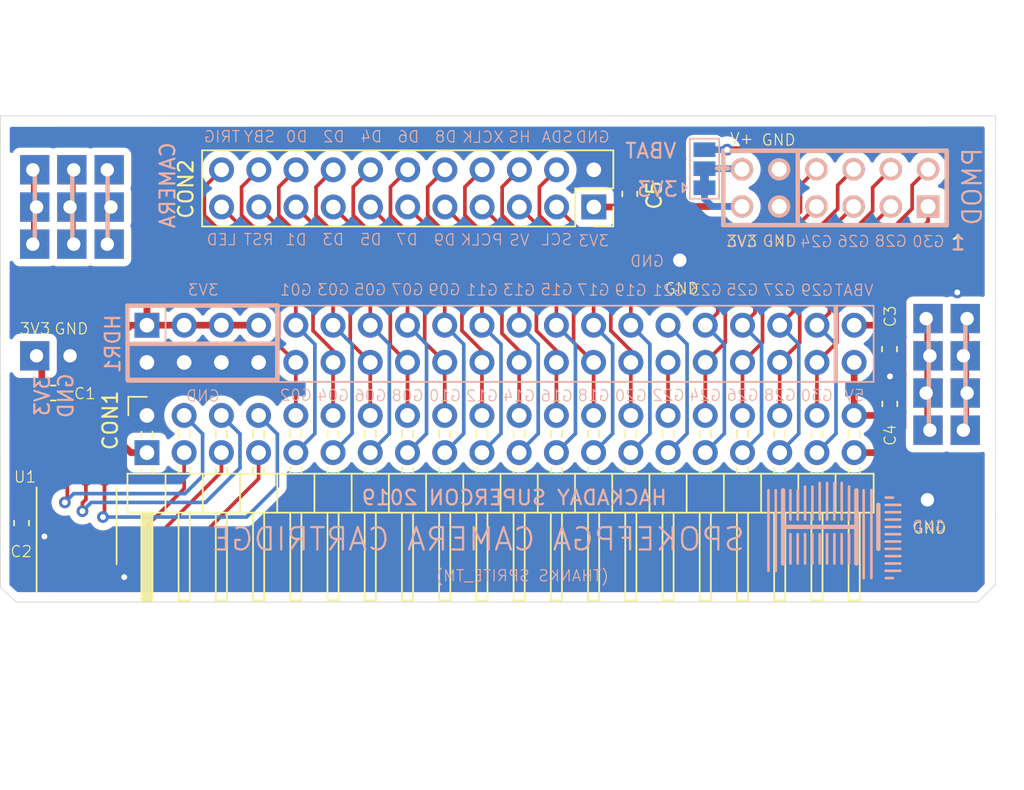
<source format=kicad_pcb>
(kicad_pcb (version 20171130) (host pcbnew 5.1.2-f72e74a~84~ubuntu18.04.1)

  (general
    (thickness 1.6)
    (drawings 136)
    (tracks 306)
    (zones 0)
    (modules 32)
    (nets 42)
  )

  (page A4)
  (layers
    (0 F.Cu signal)
    (31 B.Cu signal)
    (32 B.Adhes user hide)
    (33 F.Adhes user hide)
    (34 B.Paste user)
    (35 F.Paste user hide)
    (36 B.SilkS user)
    (37 F.SilkS user)
    (38 B.Mask user)
    (39 F.Mask user hide)
    (40 Dwgs.User user hide)
    (41 Cmts.User user hide)
    (42 Eco1.User user hide)
    (43 Eco2.User user hide)
    (44 Edge.Cuts user)
    (45 Margin user hide)
    (46 B.CrtYd user)
    (47 F.CrtYd user hide)
    (48 B.Fab user)
    (49 F.Fab user)
  )

  (setup
    (last_trace_width 0.25)
    (trace_clearance 0.2)
    (zone_clearance 0.508)
    (zone_45_only no)
    (trace_min 0.2)
    (via_size 0.8)
    (via_drill 0.4)
    (via_min_size 0.4)
    (via_min_drill 0.3)
    (uvia_size 0.3)
    (uvia_drill 0.1)
    (uvias_allowed no)
    (uvia_min_size 0.2)
    (uvia_min_drill 0.1)
    (edge_width 0.05)
    (segment_width 0.2)
    (pcb_text_width 0.3)
    (pcb_text_size 1.5 1.5)
    (mod_edge_width 0.3)
    (mod_text_size 1 1)
    (mod_text_width 0.15)
    (pad_size 1.524 1.524)
    (pad_drill 0.762)
    (pad_to_mask_clearance 0.051)
    (solder_mask_min_width 0.25)
    (aux_axis_origin 102 84)
    (visible_elements FFFFFF7F)
    (pcbplotparams
      (layerselection 0x210a8_7fffffff)
      (usegerberextensions false)
      (usegerberattributes false)
      (usegerberadvancedattributes false)
      (creategerberjobfile false)
      (excludeedgelayer true)
      (linewidth 0.100000)
      (plotframeref false)
      (viasonmask false)
      (mode 1)
      (useauxorigin false)
      (hpglpennumber 1)
      (hpglpenspeed 20)
      (hpglpendiameter 15.000000)
      (psnegative false)
      (psa4output false)
      (plotreference true)
      (plotvalue true)
      (plotinvisibletext false)
      (padsonsilk false)
      (subtractmaskfromsilk false)
      (outputformat 4)
      (mirror false)
      (drillshape 0)
      (scaleselection 1)
      (outputdirectory "prod/"))
  )

  (net 0 "")
  (net 1 3V3)
  (net 2 GND)
  (net 3 VBAT)
  (net 4 5V)
  (net 5 CS)
  (net 6 HOLD)
  (net 7 MISO)
  (net 8 SCK)
  (net 9 WP)
  (net 10 MOSI)
  (net 11 GENIO1)
  (net 12 GENIO2)
  (net 13 GENIO3)
  (net 14 GENIO4)
  (net 15 GENIO5)
  (net 16 GENIO6)
  (net 17 GENIO7)
  (net 18 GENIO8)
  (net 19 GENIO9)
  (net 20 GENIO10)
  (net 21 GENIO11)
  (net 22 GENIO12)
  (net 23 GENIO13)
  (net 24 GENIO14)
  (net 25 GENIO15)
  (net 26 GENIO16)
  (net 27 GENIO17)
  (net 28 GENIO18)
  (net 29 GENIO19)
  (net 30 GENIO20)
  (net 31 GENIO21)
  (net 32 GENIO22)
  (net 33 GENIO23)
  (net 34 GENIO24)
  (net 35 GENIO25)
  (net 36 GENIO26)
  (net 37 GENIO27)
  (net 38 GENIO28)
  (net 39 GENIO29)
  (net 40 GENIO30)
  (net 41 "Net-(JP1-Pad2)")

  (net_class Default "This is the default net class."
    (clearance 0.2)
    (trace_width 0.25)
    (via_dia 0.8)
    (via_drill 0.4)
    (uvia_dia 0.3)
    (uvia_drill 0.1)
    (add_net 3V3)
    (add_net 5V)
    (add_net CS)
    (add_net GENIO1)
    (add_net GENIO10)
    (add_net GENIO11)
    (add_net GENIO12)
    (add_net GENIO13)
    (add_net GENIO14)
    (add_net GENIO15)
    (add_net GENIO16)
    (add_net GENIO17)
    (add_net GENIO18)
    (add_net GENIO19)
    (add_net GENIO2)
    (add_net GENIO20)
    (add_net GENIO21)
    (add_net GENIO22)
    (add_net GENIO23)
    (add_net GENIO24)
    (add_net GENIO25)
    (add_net GENIO26)
    (add_net GENIO27)
    (add_net GENIO28)
    (add_net GENIO29)
    (add_net GENIO3)
    (add_net GENIO30)
    (add_net GENIO4)
    (add_net GENIO5)
    (add_net GENIO6)
    (add_net GENIO7)
    (add_net GENIO8)
    (add_net GENIO9)
    (add_net GND)
    (add_net HOLD)
    (add_net MISO)
    (add_net MOSI)
    (add_net "Net-(JP1-Pad2)")
    (add_net SCK)
    (add_net VBAT)
    (add_net WP)
  )

  (module even_odd_proto:even_odd_proto (layer F.Cu) (tedit 5D711B4A) (tstamp 5DC48DFD)
    (at 148.4884 60.66282)
    (attr virtual)
    (fp_text reference REF** (at 0.025 -3.6) (layer F.SilkS) hide
      (effects (font (size 1 1) (thickness 0.15)))
    )
    (fp_text value even_odd_proto (at 0.05 -4.975) (layer F.Fab) hide
      (effects (font (size 1 1) (thickness 0.15)))
    )
    (pad 1 thru_hole rect (at -0.127 0) (size 2 2) (drill 0.9144 (offset 0.127 0)) (layers *.Cu *.Mask)
      (net 2 GND))
  )

  (module even_odd_proto:even_odd_proto (layer F.Cu) (tedit 5D711B4A) (tstamp 5DC48DF0)
    (at 165.38448 77.02042)
    (attr virtual)
    (fp_text reference REF** (at 0.025 -3.6) (layer F.SilkS) hide
      (effects (font (size 1 1) (thickness 0.15)))
    )
    (fp_text value even_odd_proto (at 0.05 -4.975) (layer F.Fab) hide
      (effects (font (size 1 1) (thickness 0.15)))
    )
    (pad 1 thru_hole rect (at -0.127 0) (size 2 2) (drill 0.9144 (offset 0.127 0)) (layers *.Cu *.Mask)
      (net 2 GND))
  )

  (module Jumper:SolderJumper-3_P1.3mm_Bridged12_Pad1.0x1.5mm (layer B.Cu) (tedit 5C756B4C) (tstamp 5DC43D46)
    (at 150.04542 54.41442 90)
    (descr "SMD Solder 3-pad Jumper, 1x1.5mm Pads, 0.3mm gap, pads 1-2 bridged with 1 copper strip")
    (tags "solder jumper open")
    (path /5DC5EACE)
    (attr virtual)
    (fp_text reference JP1 (at 0 1.8 -90) (layer B.SilkS) hide
      (effects (font (size 1 1) (thickness 0.15)) (justify mirror))
    )
    (fp_text value Jumper_3_Bridged12 (at 0 -2 -90) (layer B.Fab) hide
      (effects (font (size 1 1) (thickness 0.15)) (justify mirror))
    )
    (fp_poly (pts (xy -0.9 0.3) (xy -0.4 0.3) (xy -0.4 -0.3) (xy -0.9 -0.3)) (layer B.Cu) (width 0))
    (fp_line (start 2.3 -1.25) (end -2.3 -1.25) (layer B.CrtYd) (width 0.05))
    (fp_line (start 2.3 -1.25) (end 2.3 1.25) (layer B.CrtYd) (width 0.05))
    (fp_line (start -2.3 1.25) (end -2.3 -1.25) (layer B.CrtYd) (width 0.05))
    (fp_line (start -2.3 1.25) (end 2.3 1.25) (layer B.CrtYd) (width 0.05))
    (fp_line (start -2.05 1) (end 2.05 1) (layer B.SilkS) (width 0.12))
    (fp_line (start 2.05 1) (end 2.05 -1) (layer B.SilkS) (width 0.12))
    (fp_line (start 2.05 -1) (end -2.05 -1) (layer B.SilkS) (width 0.12))
    (fp_line (start -2.05 -1) (end -2.05 1) (layer B.SilkS) (width 0.12))
    (fp_line (start -1.3 -1.2) (end -1.6 -1.5) (layer B.SilkS) (width 0.12))
    (fp_line (start -1.6 -1.5) (end -1 -1.5) (layer B.SilkS) (width 0.12))
    (fp_line (start -1.3 -1.2) (end -1 -1.5) (layer B.SilkS) (width 0.12))
    (pad 2 smd rect (at 0 0 90) (size 1 1.5) (layers B.Cu B.Mask)
      (net 41 "Net-(JP1-Pad2)"))
    (pad 3 smd rect (at 1.3 0 90) (size 1 1.5) (layers B.Cu B.Mask)
      (net 3 VBAT))
    (pad 1 smd rect (at -1.3 0 90) (size 1 1.5) (layers B.Cu B.Mask)
      (net 1 3V3))
  )

  (module pmod-conn_6x2:pmod_pin_array_6x2_host_mirror (layer B.Cu) (tedit 5C8B088C) (tstamp 5DC46B51)
    (at 158.9532 55.72506 90)
    (descr "PMOD Pin Header 2 x 6 pins Host Side")
    (tags CONN)
    (path /5DC4F8B5)
    (fp_text reference PMOD (at 0.08636 9.37514 90) (layer B.SilkS)
      (effects (font (size 1.27 1.27) (thickness 0.1524)) (justify mirror))
    )
    (fp_text value PMOD-Host-x2-GPIO (at 3.81 0 180) (layer Dwgs.User) hide
      (effects (font (size 1.016 1.016) (thickness 0.2032)))
    )
    (fp_line (start 2.54 7.62) (end -2.54 7.62) (layer B.SilkS) (width 0.3048))
    (fp_line (start 2.54 -7.62) (end 2.54 7.62) (layer B.SilkS) (width 0.3048))
    (fp_line (start -2.54 -7.62) (end 2.54 -7.62) (layer B.SilkS) (width 0.3048))
    (fp_line (start -2.54 7.62) (end -2.54 -7.62) (layer B.SilkS) (width 0.3048))
    (fp_line (start 11.43 -10.16) (end 11.43 10.16) (layer Dwgs.User) (width 0.05))
    (fp_text user "Board Edge" (at 12.7 -8.89) (layer Dwgs.User)
      (effects (font (size 0.127 0.127) (thickness 0.03175)))
    )
    (fp_text user 0.45" (at 6.35 -10.16 90) (layer Dwgs.User)
      (effects (font (size 0.5 0.5) (thickness 0.125)))
    )
    (fp_line (start 11.43 -8.89) (end 11.176 -9.144) (layer Dwgs.User) (width 0.05))
    (fp_line (start 11.176 -8.636) (end 11.43 -8.89) (layer Dwgs.User) (width 0.05))
    (fp_line (start 0 -8.89) (end 0.254 -8.636) (layer Dwgs.User) (width 0.05))
    (fp_line (start 11.43 -8.89) (end 0 -8.89) (layer Dwgs.User) (width 0.05))
    (fp_line (start 0 -8.89) (end 0.254 -9.144) (layer Dwgs.User) (width 0.05))
    (fp_line (start -3.81 11.43) (end -3.175 11.43) (layer Dwgs.User) (width 0.05))
    (fp_line (start -2.54 11.43) (end -1.905 11.43) (layer Dwgs.User) (width 0.05))
    (fp_line (start -1.27 11.43) (end -0.635 11.43) (layer Dwgs.User) (width 0.05))
    (fp_line (start 0 11.43) (end 0.635 11.43) (layer Dwgs.User) (width 0.05))
    (fp_line (start 1.27 11.43) (end 1.905 11.43) (layer Dwgs.User) (width 0.05))
    (fp_line (start -3.81 -11.43) (end -3.175 -11.43) (layer Dwgs.User) (width 0.05))
    (fp_line (start -2.54 -11.43) (end -1.905 -11.43) (layer Dwgs.User) (width 0.05))
    (fp_line (start -1.27 -11.43) (end -0.635 -11.43) (layer Dwgs.User) (width 0.05))
    (fp_line (start 0 -11.43) (end 0.635 -11.43) (layer Dwgs.User) (width 0.05))
    (fp_line (start 1.27 -11.43) (end 1.905 -11.43) (layer Dwgs.User) (width 0.05))
    (fp_line (start 2.54 -11.43) (end 3.175 -11.43) (layer Dwgs.User) (width 0.05))
    (fp_line (start 2.54 11.43) (end 3.175 11.43) (layer Dwgs.User) (width 0.05))
    (fp_line (start 3.81 11.43) (end 4.445 11.43) (layer Dwgs.User) (width 0.05))
    (fp_line (start 6.985 0) (end 6.985 -11.43) (layer Dwgs.User) (width 0.05))
    (fp_line (start 6.985 0) (end 6.604 -0.381) (layer Dwgs.User) (width 0.05))
    (fp_line (start 7.366 -0.381) (end 6.985 0) (layer Dwgs.User) (width 0.05))
    (fp_line (start 6.985 -11.43) (end 6.604 -11.049) (layer Dwgs.User) (width 0.05))
    (fp_line (start 6.985 -11.43) (end 7.366 -11.049) (layer Dwgs.User) (width 0.05))
    (fp_text user 0.45" (at 6.47 -4.75) (layer Dwgs.User)
      (effects (font (size 0.5 0.5) (thickness 0.125)))
    )
    (fp_line (start -2.54 7.62) (end -2.54 -7.62) (layer F.SilkS) (width 0.3048))
    (fp_line (start -2.54 -7.62) (end 2.54 -7.62) (layer F.SilkS) (width 0.3048))
    (fp_line (start 2.54 -7.62) (end 2.54 7.62) (layer F.SilkS) (width 0.3048))
    (fp_line (start 2.54 7.62) (end -2.54 7.62) (layer F.SilkS) (width 0.3048))
    (fp_text user 1 (at -3.74396 8.3947) (layer B.SilkS)
      (effects (font (size 1 1) (thickness 0.15)) (justify mirror))
    )
    (fp_text user GND (at -3.63474 -3.78206) (layer B.SilkS)
      (effects (font (size 0.762 0.762) (thickness 0.0762)) (justify mirror))
    )
    (fp_text user 3V3 (at -3.63474 -6.32968) (layer B.SilkS)
      (effects (font (size 0.762 0.762) (thickness 0.0762)) (justify mirror))
    )
    (fp_text user 3V3 (at -3.65252 -6.36524) (layer F.SilkS)
      (effects (font (size 0.762 0.762) (thickness 0.0762)))
    )
    (fp_text user GND (at -3.62458 -3.78968) (layer F.SilkS)
      (effects (font (size 0.762 0.762) (thickness 0.0762)))
    )
    (fp_text user 1 (at -3.74396 8.3947) (layer F.SilkS)
      (effects (font (size 1 1) (thickness 0.15)))
    )
    (fp_line (start 2.54 -2.54) (end -2.54 -2.54) (layer F.SilkS) (width 0.3048))
    (fp_line (start 2.54 -2.54) (end -2.54 -2.54) (layer B.SilkS) (width 0.3048))
    (pad 12 thru_hole circle (at 1.27 -6.35 180) (size 1.524 1.524) (drill 1.016) (layers *.Cu *.Mask B.SilkS)
      (net 41 "Net-(JP1-Pad2)"))
    (pad 6 thru_hole circle (at -1.27 -6.35 180) (size 1.524 1.524) (drill 1.016) (layers *.Cu *.Mask B.SilkS)
      (net 1 3V3))
    (pad 11 thru_hole circle (at 1.27 -3.81 180) (size 1.524 1.524) (drill 1.016) (layers *.Cu *.Mask B.SilkS)
      (net 2 GND))
    (pad 5 thru_hole circle (at -1.27 -3.81 180) (size 1.524 1.524) (drill 1.016) (layers *.Cu *.Mask B.SilkS)
      (net 2 GND))
    (pad 10 thru_hole circle (at 1.27 -1.27 180) (size 1.524 1.524) (drill 1.016) (layers *.Cu *.Mask B.SilkS)
      (net 33 GENIO23))
    (pad 4 thru_hole circle (at -1.27 -1.27 180) (size 1.524 1.524) (drill 1.016) (layers *.Cu *.Mask B.SilkS)
      (net 34 GENIO24))
    (pad 9 thru_hole circle (at 1.27 1.27 180) (size 1.524 1.524) (drill 1.016) (layers *.Cu *.Mask B.SilkS)
      (net 35 GENIO25))
    (pad 3 thru_hole circle (at -1.27 1.27 180) (size 1.524 1.524) (drill 1.016) (layers *.Cu *.Mask B.SilkS)
      (net 36 GENIO26))
    (pad 8 thru_hole circle (at 1.27 3.81 180) (size 1.524 1.524) (drill 1.016) (layers *.Cu *.Mask B.SilkS)
      (net 37 GENIO27))
    (pad 2 thru_hole circle (at -1.27 3.81 180) (size 1.524 1.524) (drill 1.016) (layers *.Cu *.Mask B.SilkS)
      (net 38 GENIO28))
    (pad 7 thru_hole circle (at 1.27 6.35 180) (size 1.524 1.524) (drill 1.016) (layers *.Cu *.Mask B.SilkS)
      (net 39 GENIO29))
    (pad 1 thru_hole rect (at -1.27 6.35 90) (size 1.524 1.524) (drill 1.016) (layers *.Cu *.Mask B.SilkS)
      (net 40 GENIO30))
    (model /usr/share/kicad/modules/packages3d/Socket_Strips.3dshapes/Socket_Strip_Angled_2x06.wrl
      (offset (xyz 0 5.079999923706055 0))
      (scale (xyz 1 1 1))
      (rotate (xyz 0 0 0))
    )
    (model /home/david/Aeth/ma_esp32/aeth_proto/cad/kicad_libraries/SSW-106-02-T-D-RA.stp
      (offset (xyz 2.79399995803833 0 2.539999961853027))
      (scale (xyz 1 1 1))
      (rotate (xyz 0 180 90))
    )
  )

  (module Capacitor_SMD:C_0603_1608Metric (layer F.Cu) (tedit 5B301BBE) (tstamp 5DC43A05)
    (at 144.94764 56.13654 90)
    (descr "Capacitor SMD 0603 (1608 Metric), square (rectangular) end terminal, IPC_7351 nominal, (Body size source: http://www.tortai-tech.com/upload/download/2011102023233369053.pdf), generated with kicad-footprint-generator")
    (tags capacitor)
    (path /5DC45348)
    (attr smd)
    (fp_text reference C5 (at -0.0889 1.67132 90) (layer F.SilkS)
      (effects (font (size 1 1) (thickness 0.15)))
    )
    (fp_text value 100n (at 3.43408 0.02286 90) (layer F.Fab) hide
      (effects (font (size 1 1) (thickness 0.15)))
    )
    (fp_text user %R (at 0 0 90) (layer F.Fab)
      (effects (font (size 0.4 0.4) (thickness 0.06)))
    )
    (fp_line (start 1.48 0.73) (end -1.48 0.73) (layer F.CrtYd) (width 0.05))
    (fp_line (start 1.48 -0.73) (end 1.48 0.73) (layer F.CrtYd) (width 0.05))
    (fp_line (start -1.48 -0.73) (end 1.48 -0.73) (layer F.CrtYd) (width 0.05))
    (fp_line (start -1.48 0.73) (end -1.48 -0.73) (layer F.CrtYd) (width 0.05))
    (fp_line (start -0.162779 0.51) (end 0.162779 0.51) (layer F.SilkS) (width 0.12))
    (fp_line (start -0.162779 -0.51) (end 0.162779 -0.51) (layer F.SilkS) (width 0.12))
    (fp_line (start 0.8 0.4) (end -0.8 0.4) (layer F.Fab) (width 0.1))
    (fp_line (start 0.8 -0.4) (end 0.8 0.4) (layer F.Fab) (width 0.1))
    (fp_line (start -0.8 -0.4) (end 0.8 -0.4) (layer F.Fab) (width 0.1))
    (fp_line (start -0.8 0.4) (end -0.8 -0.4) (layer F.Fab) (width 0.1))
    (pad 2 smd roundrect (at 0.7875 0 90) (size 0.875 0.95) (layers F.Cu F.Paste F.Mask) (roundrect_rratio 0.25)
      (net 2 GND))
    (pad 1 smd roundrect (at -0.7875 0 90) (size 0.875 0.95) (layers F.Cu F.Paste F.Mask) (roundrect_rratio 0.25)
      (net 1 3V3))
    (model ${KISYS3DMOD}/Capacitor_SMD.3dshapes/C_0603_1608Metric.wrl
      (at (xyz 0 0 0))
      (scale (xyz 1 1 1))
      (rotate (xyz 0 0 0))
    )
  )

  (module camera:PinSocket_2x11_P2.54mm_Vertical (layer F.Cu) (tedit 5DC34DAB) (tstamp 5DC438EB)
    (at 142.494 57.02808 270)
    (descr "Through hole straight socket strip, 2x11, 2.54mm pitch, double cols (from Kicad 4.0.7), script generated")
    (tags "Through hole socket strip THT 2x11 2.54mm double row")
    (path /5DC38B05)
    (fp_text reference CON2 (at -1.22174 27.83586 90) (layer F.SilkS)
      (effects (font (size 1 1) (thickness 0.15)))
    )
    (fp_text value Conn_02x11_Odd_Even (at -1.27 28.17 90) (layer F.Fab) hide
      (effects (font (size 1 1) (thickness 0.15)))
    )
    (fp_text user %R (at -1.27 12.7) (layer F.Fab)
      (effects (font (size 1 1) (thickness 0.15)))
    )
    (fp_line (start -4.34 27.15) (end -4.34 -1.8) (layer F.CrtYd) (width 0.05))
    (fp_line (start 1.76 27.15) (end -4.34 27.15) (layer F.CrtYd) (width 0.05))
    (fp_line (start 1.76 -1.8) (end 1.76 27.15) (layer F.CrtYd) (width 0.05))
    (fp_line (start -4.34 -1.8) (end 1.76 -1.8) (layer F.CrtYd) (width 0.05))
    (fp_line (start 0 -1.33) (end 1.33 -1.33) (layer F.SilkS) (width 0.12))
    (fp_line (start 1.33 -1.33) (end 1.33 0) (layer F.SilkS) (width 0.12))
    (fp_line (start -1.27 -1.33) (end -1.27 1.27) (layer F.SilkS) (width 0.12))
    (fp_line (start -1.27 1.27) (end 1.33 1.27) (layer F.SilkS) (width 0.12))
    (fp_line (start 1.33 1.27) (end 1.33 26.73) (layer F.SilkS) (width 0.12))
    (fp_line (start -3.87 26.73) (end 1.33 26.73) (layer F.SilkS) (width 0.12))
    (fp_line (start -3.87 -1.33) (end -3.87 26.73) (layer F.SilkS) (width 0.12))
    (fp_line (start -3.87 -1.33) (end -1.27 -1.33) (layer F.SilkS) (width 0.12))
    (fp_line (start -3.81 26.67) (end -3.81 -1.27) (layer F.Fab) (width 0.1))
    (fp_line (start 1.27 26.67) (end -3.81 26.67) (layer F.Fab) (width 0.1))
    (fp_line (start 1.27 -0.27) (end 1.27 26.67) (layer F.Fab) (width 0.1))
    (fp_line (start 0.27 -1.27) (end 1.27 -0.27) (layer F.Fab) (width 0.1))
    (fp_line (start -3.81 -1.27) (end 0.27 -1.27) (layer F.Fab) (width 0.1))
    (pad 22 thru_hole oval (at -2.54 25.4 270) (size 1.7 1.7) (drill 1) (layers *.Cu *.Mask)
      (net 12 GENIO2))
    (pad 21 thru_hole oval (at 0 25.4 270) (size 1.7 1.7) (drill 1) (layers *.Cu *.Mask)
      (net 11 GENIO1))
    (pad 20 thru_hole oval (at -2.54 22.86 270) (size 1.7 1.7) (drill 1) (layers *.Cu *.Mask)
      (net 14 GENIO4))
    (pad 19 thru_hole oval (at 0 22.86 270) (size 1.7 1.7) (drill 1) (layers *.Cu *.Mask)
      (net 13 GENIO3))
    (pad 18 thru_hole oval (at -2.54 20.32 270) (size 1.7 1.7) (drill 1) (layers *.Cu *.Mask)
      (net 16 GENIO6))
    (pad 17 thru_hole oval (at 0 20.32 270) (size 1.7 1.7) (drill 1) (layers *.Cu *.Mask)
      (net 15 GENIO5))
    (pad 16 thru_hole oval (at -2.54 17.78 270) (size 1.7 1.7) (drill 1) (layers *.Cu *.Mask)
      (net 18 GENIO8))
    (pad 15 thru_hole oval (at 0 17.78 270) (size 1.7 1.7) (drill 1) (layers *.Cu *.Mask)
      (net 17 GENIO7))
    (pad 14 thru_hole oval (at -2.54 15.24 270) (size 1.7 1.7) (drill 1) (layers *.Cu *.Mask)
      (net 20 GENIO10))
    (pad 13 thru_hole oval (at 0 15.24 270) (size 1.7 1.7) (drill 1) (layers *.Cu *.Mask)
      (net 19 GENIO9))
    (pad 12 thru_hole oval (at -2.54 12.7 270) (size 1.7 1.7) (drill 1) (layers *.Cu *.Mask)
      (net 22 GENIO12))
    (pad 11 thru_hole oval (at 0 12.7 270) (size 1.7 1.7) (drill 1) (layers *.Cu *.Mask)
      (net 21 GENIO11))
    (pad 10 thru_hole oval (at -2.54 10.16 270) (size 1.7 1.7) (drill 1) (layers *.Cu *.Mask)
      (net 24 GENIO14))
    (pad 9 thru_hole oval (at 0 10.16 270) (size 1.7 1.7) (drill 1) (layers *.Cu *.Mask)
      (net 23 GENIO13))
    (pad 8 thru_hole oval (at -2.54 7.62 270) (size 1.7 1.7) (drill 1) (layers *.Cu *.Mask)
      (net 26 GENIO16))
    (pad 7 thru_hole oval (at 0 7.62 270) (size 1.7 1.7) (drill 1) (layers *.Cu *.Mask)
      (net 25 GENIO15))
    (pad 6 thru_hole oval (at -2.54 5.08 270) (size 1.7 1.7) (drill 1) (layers *.Cu *.Mask)
      (net 28 GENIO18))
    (pad 5 thru_hole oval (at 0 5.08 270) (size 1.7 1.7) (drill 1) (layers *.Cu *.Mask)
      (net 27 GENIO17))
    (pad 4 thru_hole oval (at -2.54 2.54 270) (size 1.7 1.7) (drill 1) (layers *.Cu *.Mask)
      (net 30 GENIO20))
    (pad 3 thru_hole oval (at 0 2.54 270) (size 1.7 1.7) (drill 1) (layers *.Cu *.Mask)
      (net 29 GENIO19))
    (pad 2 thru_hole oval (at -2.54 0 270) (size 1.7 1.7) (drill 1) (layers *.Cu *.Mask)
      (net 2 GND))
    (pad 1 thru_hole rect (at 0 0 270) (size 1.7 1.7) (drill 1) (layers *.Cu *.Mask)
      (net 1 3V3))
    (model ${KISYS3DMOD}/Connector_PinSocket_2.54mm.3dshapes/PinSocket_2x11_P2.54mm_Vertical.wrl
      (offset (xyz -2.54 0 -1.7526))
      (scale (xyz 1 1 1))
      (rotate (xyz 0 -180 0))
    )
  )

  (module even_odd_proto:even_odd_proto (layer F.Cu) (tedit 5D711B4A) (tstamp 5D71BC3E)
    (at 106.88 67.19)
    (attr virtual)
    (fp_text reference REF** (at 0.025 -3.6) (layer F.SilkS) hide
      (effects (font (size 1 1) (thickness 0.15)))
    )
    (fp_text value even_odd_proto (at 0.05 -4.975) (layer F.Fab) hide
      (effects (font (size 1 1) (thickness 0.15)))
    )
    (pad 1 thru_hole rect (at -0.127 0) (size 2 2) (drill 0.9144 (offset 0.127 0)) (layers *.Cu *.Mask)
      (net 2 GND))
  )

  (module "" (layer F.Cu) (tedit 0) (tstamp 5D71BC3A)
    (at 104.34 67.19 180)
    (fp_text reference "" (at 0 0) (layer F.SilkS)
      (effects (font (size 1.27 1.27) (thickness 0.15)))
    )
    (fp_text value "" (at 0 0) (layer F.SilkS)
      (effects (font (size 1.27 1.27) (thickness 0.15)))
    )
    (pad 1 thru_hole rect (at -0.127 0 180) (size 2 2) (drill 0.9144 (offset 0.127 0)) (layers *.Cu *.Mask)
      (net 1 3V3))
  )

  (module even_odd_proto:even_odd_proto (layer F.Cu) (tedit 5D711B4A) (tstamp 5D71BC3E)
    (at 167.84 72.27)
    (attr virtual)
    (fp_text reference REF** (at 0.025 -3.6) (layer F.SilkS) hide
      (effects (font (size 1 1) (thickness 0.15)))
    )
    (fp_text value even_odd_proto (at 0.05 -4.975) (layer F.Fab) hide
      (effects (font (size 1 1) (thickness 0.15)))
    )
    (pad 1 thru_hole rect (at -0.127 0) (size 2 2) (drill 0.9144 (offset 0.127 0)) (layers *.Cu *.Mask))
  )

  (module "" (layer F.Cu) (tedit 0) (tstamp 5D71BC3A)
    (at 165.3 72.27 180)
    (fp_text reference "" (at 0 0) (layer F.SilkS)
      (effects (font (size 1.27 1.27) (thickness 0.15)))
    )
    (fp_text value "" (at 0 0) (layer F.SilkS)
      (effects (font (size 1.27 1.27) (thickness 0.15)))
    )
    (pad 1 thru_hole rect (at -0.127 0 180) (size 2 2) (drill 0.9144 (offset 0.127 0)) (layers *.Cu *.Mask))
  )

  (module "" (layer F.Cu) (tedit 0) (tstamp 5D71BC36)
    (at 165.3 69.73)
    (fp_text reference "" (at 0 0) (layer F.SilkS)
      (effects (font (size 1.27 1.27) (thickness 0.15)))
    )
    (fp_text value "" (at 0 0) (layer F.SilkS)
      (effects (font (size 1.27 1.27) (thickness 0.15)))
    )
    (pad 1 thru_hole rect (at -0.127 0) (size 2 2) (drill 0.9144 (offset 0.127 0)) (layers *.Cu *.Mask))
  )

  (module "" (layer F.Cu) (tedit 0) (tstamp 5D71BC32)
    (at 167.84 69.73 180)
    (fp_text reference "" (at 0 0) (layer F.SilkS)
      (effects (font (size 1.27 1.27) (thickness 0.15)))
    )
    (fp_text value "" (at 0 0) (layer F.SilkS)
      (effects (font (size 1.27 1.27) (thickness 0.15)))
    )
    (pad 1 thru_hole rect (at -0.127 0 180) (size 2 2) (drill 0.9144 (offset 0.127 0)) (layers *.Cu *.Mask))
  )

  (module even_odd_proto:even_odd_proto (layer F.Cu) (tedit 5D711B4A) (tstamp 5D71BC3E)
    (at 167.84 67.19)
    (attr virtual)
    (fp_text reference REF** (at 0.025 -3.6) (layer F.SilkS) hide
      (effects (font (size 1 1) (thickness 0.15)))
    )
    (fp_text value even_odd_proto (at 0.05 -4.975) (layer F.Fab) hide
      (effects (font (size 1 1) (thickness 0.15)))
    )
    (pad 1 thru_hole rect (at -0.127 0) (size 2 2) (drill 0.9144 (offset 0.127 0)) (layers *.Cu *.Mask))
  )

  (module "" (layer F.Cu) (tedit 0) (tstamp 5D71BC3A)
    (at 165.3 67.19 180)
    (fp_text reference "" (at 0 0) (layer F.SilkS)
      (effects (font (size 1.27 1.27) (thickness 0.15)))
    )
    (fp_text value "" (at 0 0) (layer F.SilkS)
      (effects (font (size 1.27 1.27) (thickness 0.15)))
    )
    (pad 1 thru_hole rect (at -0.127 0 180) (size 2 2) (drill 0.9144 (offset 0.127 0)) (layers *.Cu *.Mask))
  )

  (module "" (layer F.Cu) (tedit 0) (tstamp 5D71BC36)
    (at 165.3 64.65)
    (fp_text reference "" (at 0 0) (layer F.SilkS)
      (effects (font (size 1.27 1.27) (thickness 0.15)))
    )
    (fp_text value "" (at 0 0) (layer F.SilkS)
      (effects (font (size 1.27 1.27) (thickness 0.15)))
    )
    (pad 1 thru_hole rect (at -0.127 0) (size 2 2) (drill 0.9144 (offset 0.127 0)) (layers *.Cu *.Mask))
  )

  (module "" (layer F.Cu) (tedit 0) (tstamp 5D71BC32)
    (at 167.84 64.65 180)
    (fp_text reference "" (at 0 0) (layer F.SilkS)
      (effects (font (size 1.27 1.27) (thickness 0.15)))
    )
    (fp_text value "" (at 0 0) (layer F.SilkS)
      (effects (font (size 1.27 1.27) (thickness 0.15)))
    )
    (pad 1 thru_hole rect (at -0.127 0 180) (size 2 2) (drill 0.9144 (offset 0.127 0)) (layers *.Cu *.Mask))
  )

  (module "" (layer F.Cu) (tedit 0) (tstamp 5D71BA23)
    (at 104.34 54.49)
    (fp_text reference "" (at 0 0) (layer F.SilkS)
      (effects (font (size 1.27 1.27) (thickness 0.15)))
    )
    (fp_text value "" (at 0 0) (layer F.SilkS)
      (effects (font (size 1.27 1.27) (thickness 0.15)))
    )
    (pad 1 thru_hole rect (at -0.127 0) (size 2 2) (drill 0.9144 (offset 0.127 0)) (layers *.Cu *.Mask))
  )

  (module "" (layer F.Cu) (tedit 0) (tstamp 5D71BA07)
    (at 104.34 57.03 180)
    (fp_text reference "" (at 0 0) (layer F.SilkS)
      (effects (font (size 1.27 1.27) (thickness 0.15)))
    )
    (fp_text value "" (at 0 0) (layer F.SilkS)
      (effects (font (size 1.27 1.27) (thickness 0.15)))
    )
    (pad 1 thru_hole rect (at -0.127 0 180) (size 2 2) (drill 0.9144 (offset 0.127 0)) (layers *.Cu *.Mask))
  )

  (module "" (layer F.Cu) (tedit 0) (tstamp 5D71B9FF)
    (at 104.34 59.57)
    (fp_text reference "" (at 0 0) (layer F.SilkS)
      (effects (font (size 1.27 1.27) (thickness 0.15)))
    )
    (fp_text value "" (at 0 0) (layer F.SilkS)
      (effects (font (size 1.27 1.27) (thickness 0.15)))
    )
    (pad 1 thru_hole rect (at -0.127 0) (size 2 2) (drill 0.9144 (offset 0.127 0)) (layers *.Cu *.Mask))
  )

  (module "" (layer F.Cu) (tedit 0) (tstamp 5D71B954)
    (at 109.42 54.49)
    (fp_text reference "" (at 0 0) (layer F.SilkS)
      (effects (font (size 1.27 1.27) (thickness 0.15)))
    )
    (fp_text value "" (at 0 0) (layer F.SilkS)
      (effects (font (size 1.27 1.27) (thickness 0.15)))
    )
    (pad 1 thru_hole rect (at -0.127 0) (size 2 2) (drill 0.9144 (offset 0.127 0)) (layers *.Cu *.Mask))
  )

  (module "" (layer F.Cu) (tedit 0) (tstamp 5D71B950)
    (at 109.42 57.03 180)
    (fp_text reference "" (at 0 0) (layer F.SilkS)
      (effects (font (size 1.27 1.27) (thickness 0.15)))
    )
    (fp_text value "" (at 0 0) (layer F.SilkS)
      (effects (font (size 1.27 1.27) (thickness 0.15)))
    )
    (pad 1 thru_hole rect (at -0.127 0 180) (size 2 2) (drill 0.9144 (offset 0.127 0)) (layers *.Cu *.Mask))
  )

  (module "" (layer F.Cu) (tedit 0) (tstamp 5D71B944)
    (at 106.88 57.03)
    (fp_text reference "" (at 0 0) (layer F.SilkS)
      (effects (font (size 1.27 1.27) (thickness 0.15)))
    )
    (fp_text value "" (at 0 0) (layer F.SilkS)
      (effects (font (size 1.27 1.27) (thickness 0.15)))
    )
    (pad 1 thru_hole rect (at -0.127 0) (size 2 2) (drill 0.9144 (offset 0.127 0)) (layers *.Cu *.Mask))
  )

  (module "" (layer F.Cu) (tedit 0) (tstamp 5D71B934)
    (at 106.88 59.57 180)
    (fp_text reference "" (at 0 0) (layer F.SilkS)
      (effects (font (size 1.27 1.27) (thickness 0.15)))
    )
    (fp_text value "" (at 0 0) (layer F.SilkS)
      (effects (font (size 1.27 1.27) (thickness 0.15)))
    )
    (pad 1 thru_hole rect (at -0.127 0 180) (size 2 2) (drill 0.9144 (offset 0.127 0)) (layers *.Cu *.Mask))
  )

  (module "" (layer F.Cu) (tedit 0) (tstamp 5D71B918)
    (at 109.42 59.57)
    (fp_text reference "" (at 0 0) (layer F.SilkS)
      (effects (font (size 1.27 1.27) (thickness 0.15)))
    )
    (fp_text value "" (at 0 0) (layer F.SilkS)
      (effects (font (size 1.27 1.27) (thickness 0.15)))
    )
    (pad 1 thru_hole rect (at -0.127 0) (size 2 2) (drill 0.9144 (offset 0.127 0)) (layers *.Cu *.Mask))
  )

  (module "" (layer F.Cu) (tedit 0) (tstamp 5D71B914)
    (at 106.88 54.49 180)
    (fp_text reference "" (at 0 0) (layer F.SilkS)
      (effects (font (size 1.27 1.27) (thickness 0.15)))
    )
    (fp_text value "" (at 0 0) (layer F.SilkS)
      (effects (font (size 1.27 1.27) (thickness 0.15)))
    )
    (pad 1 thru_hole rect (at -0.127 0 180) (size 2 2) (drill 0.9144 (offset 0.127 0)) (layers *.Cu *.Mask))
  )

  (module inv_hdr:PinHeader_2x20_P2.54mm_Horizontal_Mirrored (layer F.Cu) (tedit 5D72096D) (tstamp 5D7186FA)
    (at 112 73.8 90)
    (descr "Through hole angled pin header, 2x20, 2.54mm pitch, 6mm pin length, double rows")
    (tags "Through hole angled pin header THT 2x20 2.54mm double row")
    (path /5D74D124)
    (fp_text reference CON1 (at 2.2 -2.5 90) (layer F.SilkS)
      (effects (font (size 1 1) (thickness 0.15)))
    )
    (fp_text value Conn_02x20_Odd_Even (at -3.115 50.53 -90) (layer F.Fab) hide
      (effects (font (size 1 1) (thickness 0.15)))
    )
    (fp_line (start -2.135 -1.27) (end -4.04 -1.27) (layer F.Fab) (width 0.1))
    (fp_line (start -4.04 -1.27) (end -4.04 49.53) (layer F.Fab) (width 0.1))
    (fp_line (start -4.04 49.53) (end -1.5 49.53) (layer F.Fab) (width 0.1))
    (fp_line (start -1.5 49.53) (end -1.5 -0.635) (layer F.Fab) (width 0.1))
    (fp_line (start -1.5 -0.635) (end -2.135 -1.27) (layer F.Fab) (width 0.1))
    (fp_line (start 2.86 -0.32) (end -1.5 -0.32) (layer F.Fab) (width 0.1))
    (fp_line (start 2.86 -0.32) (end 2.86 0.32) (layer F.Fab) (width 0.1))
    (fp_line (start 2.86 0.32) (end -1.5 0.32) (layer F.Fab) (width 0.1))
    (fp_line (start -4.04 -0.32) (end -10.04 -0.32) (layer F.Fab) (width 0.1))
    (fp_line (start -10.04 -0.32) (end -10.04 0.32) (layer F.Fab) (width 0.1))
    (fp_line (start -4.04 0.32) (end -10.04 0.32) (layer F.Fab) (width 0.1))
    (fp_line (start 2.86 2.22) (end -1.5 2.22) (layer F.Fab) (width 0.1))
    (fp_line (start 2.86 2.22) (end 2.86 2.86) (layer F.Fab) (width 0.1))
    (fp_line (start 2.86 2.86) (end -1.5 2.86) (layer F.Fab) (width 0.1))
    (fp_line (start -4.04 2.22) (end -10.04 2.22) (layer F.Fab) (width 0.1))
    (fp_line (start -10.04 2.22) (end -10.04 2.86) (layer F.Fab) (width 0.1))
    (fp_line (start -4.04 2.86) (end -10.04 2.86) (layer F.Fab) (width 0.1))
    (fp_line (start 2.86 4.76) (end -1.5 4.76) (layer F.Fab) (width 0.1))
    (fp_line (start 2.86 4.76) (end 2.86 5.4) (layer F.Fab) (width 0.1))
    (fp_line (start 2.86 5.4) (end -1.5 5.4) (layer F.Fab) (width 0.1))
    (fp_line (start -4.04 4.76) (end -10.04 4.76) (layer F.Fab) (width 0.1))
    (fp_line (start -10.04 4.76) (end -10.04 5.4) (layer F.Fab) (width 0.1))
    (fp_line (start -4.04 5.4) (end -10.04 5.4) (layer F.Fab) (width 0.1))
    (fp_line (start 2.86 7.3) (end -1.5 7.3) (layer F.Fab) (width 0.1))
    (fp_line (start 2.86 7.3) (end 2.86 7.94) (layer F.Fab) (width 0.1))
    (fp_line (start 2.86 7.94) (end -1.5 7.94) (layer F.Fab) (width 0.1))
    (fp_line (start -4.04 7.3) (end -10.04 7.3) (layer F.Fab) (width 0.1))
    (fp_line (start -10.04 7.3) (end -10.04 7.94) (layer F.Fab) (width 0.1))
    (fp_line (start -4.04 7.94) (end -10.04 7.94) (layer F.Fab) (width 0.1))
    (fp_line (start 2.86 9.84) (end -1.5 9.84) (layer F.Fab) (width 0.1))
    (fp_line (start 2.86 9.84) (end 2.86 10.48) (layer F.Fab) (width 0.1))
    (fp_line (start 2.86 10.48) (end -1.5 10.48) (layer F.Fab) (width 0.1))
    (fp_line (start -4.04 9.84) (end -10.04 9.84) (layer F.Fab) (width 0.1))
    (fp_line (start -10.04 9.84) (end -10.04 10.48) (layer F.Fab) (width 0.1))
    (fp_line (start -4.04 10.48) (end -10.04 10.48) (layer F.Fab) (width 0.1))
    (fp_line (start 2.86 12.38) (end -1.5 12.38) (layer F.Fab) (width 0.1))
    (fp_line (start 2.86 12.38) (end 2.86 13.02) (layer F.Fab) (width 0.1))
    (fp_line (start 2.86 13.02) (end -1.5 13.02) (layer F.Fab) (width 0.1))
    (fp_line (start -4.04 12.38) (end -10.04 12.38) (layer F.Fab) (width 0.1))
    (fp_line (start -10.04 12.38) (end -10.04 13.02) (layer F.Fab) (width 0.1))
    (fp_line (start -4.04 13.02) (end -10.04 13.02) (layer F.Fab) (width 0.1))
    (fp_line (start 2.86 14.92) (end -1.5 14.92) (layer F.Fab) (width 0.1))
    (fp_line (start 2.86 14.92) (end 2.86 15.56) (layer F.Fab) (width 0.1))
    (fp_line (start 2.86 15.56) (end -1.5 15.56) (layer F.Fab) (width 0.1))
    (fp_line (start -4.04 14.92) (end -10.04 14.92) (layer F.Fab) (width 0.1))
    (fp_line (start -10.04 14.92) (end -10.04 15.56) (layer F.Fab) (width 0.1))
    (fp_line (start -4.04 15.56) (end -10.04 15.56) (layer F.Fab) (width 0.1))
    (fp_line (start 2.86 17.46) (end -1.5 17.46) (layer F.Fab) (width 0.1))
    (fp_line (start 2.86 17.46) (end 2.86 18.1) (layer F.Fab) (width 0.1))
    (fp_line (start 2.86 18.1) (end -1.5 18.1) (layer F.Fab) (width 0.1))
    (fp_line (start -4.04 17.46) (end -10.04 17.46) (layer F.Fab) (width 0.1))
    (fp_line (start -10.04 17.46) (end -10.04 18.1) (layer F.Fab) (width 0.1))
    (fp_line (start -4.04 18.1) (end -10.04 18.1) (layer F.Fab) (width 0.1))
    (fp_line (start 2.86 20) (end -1.5 20) (layer F.Fab) (width 0.1))
    (fp_line (start 2.86 20) (end 2.86 20.64) (layer F.Fab) (width 0.1))
    (fp_line (start 2.86 20.64) (end -1.5 20.64) (layer F.Fab) (width 0.1))
    (fp_line (start -4.04 20) (end -10.04 20) (layer F.Fab) (width 0.1))
    (fp_line (start -10.04 20) (end -10.04 20.64) (layer F.Fab) (width 0.1))
    (fp_line (start -4.04 20.64) (end -10.04 20.64) (layer F.Fab) (width 0.1))
    (fp_line (start 2.86 22.54) (end -1.5 22.54) (layer F.Fab) (width 0.1))
    (fp_line (start 2.86 22.54) (end 2.86 23.18) (layer F.Fab) (width 0.1))
    (fp_line (start 2.86 23.18) (end -1.5 23.18) (layer F.Fab) (width 0.1))
    (fp_line (start -4.04 22.54) (end -10.04 22.54) (layer F.Fab) (width 0.1))
    (fp_line (start -10.04 22.54) (end -10.04 23.18) (layer F.Fab) (width 0.1))
    (fp_line (start -4.04 23.18) (end -10.04 23.18) (layer F.Fab) (width 0.1))
    (fp_line (start 2.86 25.08) (end -1.5 25.08) (layer F.Fab) (width 0.1))
    (fp_line (start 2.86 25.08) (end 2.86 25.72) (layer F.Fab) (width 0.1))
    (fp_line (start 2.86 25.72) (end -1.5 25.72) (layer F.Fab) (width 0.1))
    (fp_line (start -4.04 25.08) (end -10.04 25.08) (layer F.Fab) (width 0.1))
    (fp_line (start -10.04 25.08) (end -10.04 25.72) (layer F.Fab) (width 0.1))
    (fp_line (start -4.04 25.72) (end -10.04 25.72) (layer F.Fab) (width 0.1))
    (fp_line (start 2.86 27.62) (end -1.5 27.62) (layer F.Fab) (width 0.1))
    (fp_line (start 2.86 27.62) (end 2.86 28.26) (layer F.Fab) (width 0.1))
    (fp_line (start 2.86 28.26) (end -1.5 28.26) (layer F.Fab) (width 0.1))
    (fp_line (start -4.04 27.62) (end -10.04 27.62) (layer F.Fab) (width 0.1))
    (fp_line (start -10.04 27.62) (end -10.04 28.26) (layer F.Fab) (width 0.1))
    (fp_line (start -4.04 28.26) (end -10.04 28.26) (layer F.Fab) (width 0.1))
    (fp_line (start 2.86 30.16) (end -1.5 30.16) (layer F.Fab) (width 0.1))
    (fp_line (start 2.86 30.16) (end 2.86 30.8) (layer F.Fab) (width 0.1))
    (fp_line (start 2.86 30.8) (end -1.5 30.8) (layer F.Fab) (width 0.1))
    (fp_line (start -4.04 30.16) (end -10.04 30.16) (layer F.Fab) (width 0.1))
    (fp_line (start -10.04 30.16) (end -10.04 30.8) (layer F.Fab) (width 0.1))
    (fp_line (start -4.04 30.8) (end -10.04 30.8) (layer F.Fab) (width 0.1))
    (fp_line (start 2.86 32.7) (end -1.5 32.7) (layer F.Fab) (width 0.1))
    (fp_line (start 2.86 32.7) (end 2.86 33.34) (layer F.Fab) (width 0.1))
    (fp_line (start 2.86 33.34) (end -1.5 33.34) (layer F.Fab) (width 0.1))
    (fp_line (start -4.04 32.7) (end -10.04 32.7) (layer F.Fab) (width 0.1))
    (fp_line (start -10.04 32.7) (end -10.04 33.34) (layer F.Fab) (width 0.1))
    (fp_line (start -4.04 33.34) (end -10.04 33.34) (layer F.Fab) (width 0.1))
    (fp_line (start 2.86 35.24) (end -1.5 35.24) (layer F.Fab) (width 0.1))
    (fp_line (start 2.86 35.24) (end 2.86 35.88) (layer F.Fab) (width 0.1))
    (fp_line (start 2.86 35.88) (end -1.5 35.88) (layer F.Fab) (width 0.1))
    (fp_line (start -4.04 35.24) (end -10.04 35.24) (layer F.Fab) (width 0.1))
    (fp_line (start -10.04 35.24) (end -10.04 35.88) (layer F.Fab) (width 0.1))
    (fp_line (start -4.04 35.88) (end -10.04 35.88) (layer F.Fab) (width 0.1))
    (fp_line (start 2.86 37.78) (end -1.5 37.78) (layer F.Fab) (width 0.1))
    (fp_line (start 2.86 37.78) (end 2.86 38.42) (layer F.Fab) (width 0.1))
    (fp_line (start 2.86 38.42) (end -1.5 38.42) (layer F.Fab) (width 0.1))
    (fp_line (start -4.04 37.78) (end -10.04 37.78) (layer F.Fab) (width 0.1))
    (fp_line (start -10.04 37.78) (end -10.04 38.42) (layer F.Fab) (width 0.1))
    (fp_line (start -4.04 38.42) (end -10.04 38.42) (layer F.Fab) (width 0.1))
    (fp_line (start 2.86 40.32) (end -1.5 40.32) (layer F.Fab) (width 0.1))
    (fp_line (start 2.86 40.32) (end 2.86 40.96) (layer F.Fab) (width 0.1))
    (fp_line (start 2.86 40.96) (end -1.5 40.96) (layer F.Fab) (width 0.1))
    (fp_line (start -4.04 40.32) (end -10.04 40.32) (layer F.Fab) (width 0.1))
    (fp_line (start -10.04 40.32) (end -10.04 40.96) (layer F.Fab) (width 0.1))
    (fp_line (start -4.04 40.96) (end -10.04 40.96) (layer F.Fab) (width 0.1))
    (fp_line (start 2.86 42.86) (end -1.5 42.86) (layer F.Fab) (width 0.1))
    (fp_line (start 2.86 42.86) (end 2.86 43.5) (layer F.Fab) (width 0.1))
    (fp_line (start 2.86 43.5) (end -1.5 43.5) (layer F.Fab) (width 0.1))
    (fp_line (start -4.04 42.86) (end -10.04 42.86) (layer F.Fab) (width 0.1))
    (fp_line (start -10.04 42.86) (end -10.04 43.5) (layer F.Fab) (width 0.1))
    (fp_line (start -4.04 43.5) (end -10.04 43.5) (layer F.Fab) (width 0.1))
    (fp_line (start 2.86 45.4) (end -1.5 45.4) (layer F.Fab) (width 0.1))
    (fp_line (start 2.86 45.4) (end 2.86 46.04) (layer F.Fab) (width 0.1))
    (fp_line (start 2.86 46.04) (end -1.5 46.04) (layer F.Fab) (width 0.1))
    (fp_line (start -4.04 45.4) (end -10.04 45.4) (layer F.Fab) (width 0.1))
    (fp_line (start -10.04 45.4) (end -10.04 46.04) (layer F.Fab) (width 0.1))
    (fp_line (start -4.04 46.04) (end -10.04 46.04) (layer F.Fab) (width 0.1))
    (fp_line (start 2.86 47.94) (end -1.5 47.94) (layer F.Fab) (width 0.1))
    (fp_line (start 2.86 47.94) (end 2.86 48.58) (layer F.Fab) (width 0.1))
    (fp_line (start 2.86 48.58) (end -1.5 48.58) (layer F.Fab) (width 0.1))
    (fp_line (start -4.04 47.94) (end -10.04 47.94) (layer F.Fab) (width 0.1))
    (fp_line (start -10.04 47.94) (end -10.04 48.58) (layer F.Fab) (width 0.1))
    (fp_line (start -4.04 48.58) (end -10.04 48.58) (layer F.Fab) (width 0.1))
    (fp_line (start -1.44 -1.33) (end -1.44 49.59) (layer F.SilkS) (width 0.12))
    (fp_line (start -1.44 49.59) (end -4.1 49.59) (layer F.SilkS) (width 0.12))
    (fp_line (start -4.1 49.59) (end -4.1 -1.33) (layer F.SilkS) (width 0.12))
    (fp_line (start -4.1 -1.33) (end -1.44 -1.33) (layer F.SilkS) (width 0.12))
    (fp_line (start -4.1 -0.38) (end -10.1 -0.38) (layer F.SilkS) (width 0.12))
    (fp_line (start -10.1 -0.38) (end -10.1 0.38) (layer F.SilkS) (width 0.12))
    (fp_line (start -10.1 0.38) (end -4.1 0.38) (layer F.SilkS) (width 0.12))
    (fp_line (start -4.1 -0.32) (end -10.1 -0.32) (layer F.SilkS) (width 0.12))
    (fp_line (start -4.1 -0.2) (end -10.1 -0.2) (layer F.SilkS) (width 0.12))
    (fp_line (start -4.1 -0.08) (end -10.1 -0.08) (layer F.SilkS) (width 0.12))
    (fp_line (start -4.1 0.04) (end -10.1 0.04) (layer F.SilkS) (width 0.12))
    (fp_line (start -4.1 0.16) (end -10.1 0.16) (layer F.SilkS) (width 0.12))
    (fp_line (start -4.1 0.28) (end -10.1 0.28) (layer F.SilkS) (width 0.12))
    (fp_line (start -1.042929 -0.38) (end -1.44 -0.38) (layer F.SilkS) (width 0.12))
    (fp_line (start -1.042929 0.38) (end -1.44 0.38) (layer F.SilkS) (width 0.12))
    (fp_line (start 1.43 -0.38) (end 1.042929 -0.38) (layer F.SilkS) (width 0.12))
    (fp_line (start 1.43 0.38) (end 1.042929 0.38) (layer F.SilkS) (width 0.12))
    (fp_line (start -1.44 1.27) (end -4.1 1.27) (layer F.SilkS) (width 0.12))
    (fp_line (start -4.1 2.16) (end -10.1 2.16) (layer F.SilkS) (width 0.12))
    (fp_line (start -10.1 2.16) (end -10.1 2.92) (layer F.SilkS) (width 0.12))
    (fp_line (start -10.1 2.92) (end -4.1 2.92) (layer F.SilkS) (width 0.12))
    (fp_line (start -1.042929 2.16) (end -1.44 2.16) (layer F.SilkS) (width 0.12))
    (fp_line (start -1.042929 2.92) (end -1.44 2.92) (layer F.SilkS) (width 0.12))
    (fp_line (start 1.497071 2.16) (end 1.042929 2.16) (layer F.SilkS) (width 0.12))
    (fp_line (start 1.497071 2.92) (end 1.042929 2.92) (layer F.SilkS) (width 0.12))
    (fp_line (start -1.44 3.81) (end -4.1 3.81) (layer F.SilkS) (width 0.12))
    (fp_line (start -4.1 4.7) (end -10.1 4.7) (layer F.SilkS) (width 0.12))
    (fp_line (start -10.1 4.7) (end -10.1 5.46) (layer F.SilkS) (width 0.12))
    (fp_line (start -10.1 5.46) (end -4.1 5.46) (layer F.SilkS) (width 0.12))
    (fp_line (start -1.042929 4.7) (end -1.44 4.7) (layer F.SilkS) (width 0.12))
    (fp_line (start -1.042929 5.46) (end -1.44 5.46) (layer F.SilkS) (width 0.12))
    (fp_line (start 1.497071 4.7) (end 1.042929 4.7) (layer F.SilkS) (width 0.12))
    (fp_line (start 1.497071 5.46) (end 1.042929 5.46) (layer F.SilkS) (width 0.12))
    (fp_line (start -1.44 6.35) (end -4.1 6.35) (layer F.SilkS) (width 0.12))
    (fp_line (start -4.1 7.24) (end -10.1 7.24) (layer F.SilkS) (width 0.12))
    (fp_line (start -10.1 7.24) (end -10.1 8) (layer F.SilkS) (width 0.12))
    (fp_line (start -10.1 8) (end -4.1 8) (layer F.SilkS) (width 0.12))
    (fp_line (start -1.042929 7.24) (end -1.44 7.24) (layer F.SilkS) (width 0.12))
    (fp_line (start -1.042929 8) (end -1.44 8) (layer F.SilkS) (width 0.12))
    (fp_line (start 1.497071 7.24) (end 1.042929 7.24) (layer F.SilkS) (width 0.12))
    (fp_line (start 1.497071 8) (end 1.042929 8) (layer F.SilkS) (width 0.12))
    (fp_line (start -1.44 8.89) (end -4.1 8.89) (layer F.SilkS) (width 0.12))
    (fp_line (start -4.1 9.78) (end -10.1 9.78) (layer F.SilkS) (width 0.12))
    (fp_line (start -10.1 9.78) (end -10.1 10.54) (layer F.SilkS) (width 0.12))
    (fp_line (start -10.1 10.54) (end -4.1 10.54) (layer F.SilkS) (width 0.12))
    (fp_line (start -1.042929 9.78) (end -1.44 9.78) (layer F.SilkS) (width 0.12))
    (fp_line (start -1.042929 10.54) (end -1.44 10.54) (layer F.SilkS) (width 0.12))
    (fp_line (start 1.497071 9.78) (end 1.042929 9.78) (layer F.SilkS) (width 0.12))
    (fp_line (start 1.497071 10.54) (end 1.042929 10.54) (layer F.SilkS) (width 0.12))
    (fp_line (start -1.44 11.43) (end -4.1 11.43) (layer F.SilkS) (width 0.12))
    (fp_line (start -4.1 12.32) (end -10.1 12.32) (layer F.SilkS) (width 0.12))
    (fp_line (start -10.1 12.32) (end -10.1 13.08) (layer F.SilkS) (width 0.12))
    (fp_line (start -10.1 13.08) (end -4.1 13.08) (layer F.SilkS) (width 0.12))
    (fp_line (start -1.042929 12.32) (end -1.44 12.32) (layer F.SilkS) (width 0.12))
    (fp_line (start -1.042929 13.08) (end -1.44 13.08) (layer F.SilkS) (width 0.12))
    (fp_line (start 1.497071 12.32) (end 1.042929 12.32) (layer F.SilkS) (width 0.12))
    (fp_line (start 1.497071 13.08) (end 1.042929 13.08) (layer F.SilkS) (width 0.12))
    (fp_line (start -1.44 13.97) (end -4.1 13.97) (layer F.SilkS) (width 0.12))
    (fp_line (start -4.1 14.86) (end -10.1 14.86) (layer F.SilkS) (width 0.12))
    (fp_line (start -10.1 14.86) (end -10.1 15.62) (layer F.SilkS) (width 0.12))
    (fp_line (start -10.1 15.62) (end -4.1 15.62) (layer F.SilkS) (width 0.12))
    (fp_line (start -1.042929 14.86) (end -1.44 14.86) (layer F.SilkS) (width 0.12))
    (fp_line (start -1.042929 15.62) (end -1.44 15.62) (layer F.SilkS) (width 0.12))
    (fp_line (start 1.497071 14.86) (end 1.042929 14.86) (layer F.SilkS) (width 0.12))
    (fp_line (start 1.497071 15.62) (end 1.042929 15.62) (layer F.SilkS) (width 0.12))
    (fp_line (start -1.44 16.51) (end -4.1 16.51) (layer F.SilkS) (width 0.12))
    (fp_line (start -4.1 17.4) (end -10.1 17.4) (layer F.SilkS) (width 0.12))
    (fp_line (start -10.1 17.4) (end -10.1 18.16) (layer F.SilkS) (width 0.12))
    (fp_line (start -10.1 18.16) (end -4.1 18.16) (layer F.SilkS) (width 0.12))
    (fp_line (start -1.042929 17.4) (end -1.44 17.4) (layer F.SilkS) (width 0.12))
    (fp_line (start -1.042929 18.16) (end -1.44 18.16) (layer F.SilkS) (width 0.12))
    (fp_line (start 1.497071 17.4) (end 1.042929 17.4) (layer F.SilkS) (width 0.12))
    (fp_line (start 1.497071 18.16) (end 1.042929 18.16) (layer F.SilkS) (width 0.12))
    (fp_line (start -1.44 19.05) (end -4.1 19.05) (layer F.SilkS) (width 0.12))
    (fp_line (start -4.1 19.94) (end -10.1 19.94) (layer F.SilkS) (width 0.12))
    (fp_line (start -10.1 19.94) (end -10.1 20.7) (layer F.SilkS) (width 0.12))
    (fp_line (start -10.1 20.7) (end -4.1 20.7) (layer F.SilkS) (width 0.12))
    (fp_line (start -1.042929 19.94) (end -1.44 19.94) (layer F.SilkS) (width 0.12))
    (fp_line (start -1.042929 20.7) (end -1.44 20.7) (layer F.SilkS) (width 0.12))
    (fp_line (start 1.497071 19.94) (end 1.042929 19.94) (layer F.SilkS) (width 0.12))
    (fp_line (start 1.497071 20.7) (end 1.042929 20.7) (layer F.SilkS) (width 0.12))
    (fp_line (start -1.44 21.59) (end -4.1 21.59) (layer F.SilkS) (width 0.12))
    (fp_line (start -4.1 22.48) (end -10.1 22.48) (layer F.SilkS) (width 0.12))
    (fp_line (start -10.1 22.48) (end -10.1 23.24) (layer F.SilkS) (width 0.12))
    (fp_line (start -10.1 23.24) (end -4.1 23.24) (layer F.SilkS) (width 0.12))
    (fp_line (start -1.042929 22.48) (end -1.44 22.48) (layer F.SilkS) (width 0.12))
    (fp_line (start -1.042929 23.24) (end -1.44 23.24) (layer F.SilkS) (width 0.12))
    (fp_line (start 1.497071 22.48) (end 1.042929 22.48) (layer F.SilkS) (width 0.12))
    (fp_line (start 1.497071 23.24) (end 1.042929 23.24) (layer F.SilkS) (width 0.12))
    (fp_line (start -1.44 24.13) (end -4.1 24.13) (layer F.SilkS) (width 0.12))
    (fp_line (start -4.1 25.02) (end -10.1 25.02) (layer F.SilkS) (width 0.12))
    (fp_line (start -10.1 25.02) (end -10.1 25.78) (layer F.SilkS) (width 0.12))
    (fp_line (start -10.1 25.78) (end -4.1 25.78) (layer F.SilkS) (width 0.12))
    (fp_line (start -1.042929 25.02) (end -1.44 25.02) (layer F.SilkS) (width 0.12))
    (fp_line (start -1.042929 25.78) (end -1.44 25.78) (layer F.SilkS) (width 0.12))
    (fp_line (start 1.497071 25.02) (end 1.042929 25.02) (layer F.SilkS) (width 0.12))
    (fp_line (start 1.497071 25.78) (end 1.042929 25.78) (layer F.SilkS) (width 0.12))
    (fp_line (start -1.44 26.67) (end -4.1 26.67) (layer F.SilkS) (width 0.12))
    (fp_line (start -4.1 27.56) (end -10.1 27.56) (layer F.SilkS) (width 0.12))
    (fp_line (start -10.1 27.56) (end -10.1 28.32) (layer F.SilkS) (width 0.12))
    (fp_line (start -10.1 28.32) (end -4.1 28.32) (layer F.SilkS) (width 0.12))
    (fp_line (start -1.042929 27.56) (end -1.44 27.56) (layer F.SilkS) (width 0.12))
    (fp_line (start -1.042929 28.32) (end -1.44 28.32) (layer F.SilkS) (width 0.12))
    (fp_line (start 1.497071 27.56) (end 1.042929 27.56) (layer F.SilkS) (width 0.12))
    (fp_line (start 1.497071 28.32) (end 1.042929 28.32) (layer F.SilkS) (width 0.12))
    (fp_line (start -1.44 29.21) (end -4.1 29.21) (layer F.SilkS) (width 0.12))
    (fp_line (start -4.1 30.1) (end -10.1 30.1) (layer F.SilkS) (width 0.12))
    (fp_line (start -10.1 30.1) (end -10.1 30.86) (layer F.SilkS) (width 0.12))
    (fp_line (start -10.1 30.86) (end -4.1 30.86) (layer F.SilkS) (width 0.12))
    (fp_line (start -1.042929 30.1) (end -1.44 30.1) (layer F.SilkS) (width 0.12))
    (fp_line (start -1.042929 30.86) (end -1.44 30.86) (layer F.SilkS) (width 0.12))
    (fp_line (start 1.497071 30.1) (end 1.042929 30.1) (layer F.SilkS) (width 0.12))
    (fp_line (start 1.497071 30.86) (end 1.042929 30.86) (layer F.SilkS) (width 0.12))
    (fp_line (start -1.44 31.75) (end -4.1 31.75) (layer F.SilkS) (width 0.12))
    (fp_line (start -4.1 32.64) (end -10.1 32.64) (layer F.SilkS) (width 0.12))
    (fp_line (start -10.1 32.64) (end -10.1 33.4) (layer F.SilkS) (width 0.12))
    (fp_line (start -10.1 33.4) (end -4.1 33.4) (layer F.SilkS) (width 0.12))
    (fp_line (start -1.042929 32.64) (end -1.44 32.64) (layer F.SilkS) (width 0.12))
    (fp_line (start -1.042929 33.4) (end -1.44 33.4) (layer F.SilkS) (width 0.12))
    (fp_line (start 1.497071 32.64) (end 1.042929 32.64) (layer F.SilkS) (width 0.12))
    (fp_line (start 1.497071 33.4) (end 1.042929 33.4) (layer F.SilkS) (width 0.12))
    (fp_line (start -1.44 34.29) (end -4.1 34.29) (layer F.SilkS) (width 0.12))
    (fp_line (start -4.1 35.18) (end -10.1 35.18) (layer F.SilkS) (width 0.12))
    (fp_line (start -10.1 35.18) (end -10.1 35.94) (layer F.SilkS) (width 0.12))
    (fp_line (start -10.1 35.94) (end -4.1 35.94) (layer F.SilkS) (width 0.12))
    (fp_line (start -1.042929 35.18) (end -1.44 35.18) (layer F.SilkS) (width 0.12))
    (fp_line (start -1.042929 35.94) (end -1.44 35.94) (layer F.SilkS) (width 0.12))
    (fp_line (start 1.497071 35.18) (end 1.042929 35.18) (layer F.SilkS) (width 0.12))
    (fp_line (start 1.497071 35.94) (end 1.042929 35.94) (layer F.SilkS) (width 0.12))
    (fp_line (start -1.44 36.83) (end -4.1 36.83) (layer F.SilkS) (width 0.12))
    (fp_line (start -4.1 37.72) (end -10.1 37.72) (layer F.SilkS) (width 0.12))
    (fp_line (start -10.1 37.72) (end -10.1 38.48) (layer F.SilkS) (width 0.12))
    (fp_line (start -10.1 38.48) (end -4.1 38.48) (layer F.SilkS) (width 0.12))
    (fp_line (start -1.042929 37.72) (end -1.44 37.72) (layer F.SilkS) (width 0.12))
    (fp_line (start -1.042929 38.48) (end -1.44 38.48) (layer F.SilkS) (width 0.12))
    (fp_line (start 1.497071 37.72) (end 1.042929 37.72) (layer F.SilkS) (width 0.12))
    (fp_line (start 1.497071 38.48) (end 1.042929 38.48) (layer F.SilkS) (width 0.12))
    (fp_line (start -1.44 39.37) (end -4.1 39.37) (layer F.SilkS) (width 0.12))
    (fp_line (start -4.1 40.26) (end -10.1 40.26) (layer F.SilkS) (width 0.12))
    (fp_line (start -10.1 40.26) (end -10.1 41.02) (layer F.SilkS) (width 0.12))
    (fp_line (start -10.1 41.02) (end -4.1 41.02) (layer F.SilkS) (width 0.12))
    (fp_line (start -1.042929 40.26) (end -1.44 40.26) (layer F.SilkS) (width 0.12))
    (fp_line (start -1.042929 41.02) (end -1.44 41.02) (layer F.SilkS) (width 0.12))
    (fp_line (start 1.497071 40.26) (end 1.042929 40.26) (layer F.SilkS) (width 0.12))
    (fp_line (start 1.497071 41.02) (end 1.042929 41.02) (layer F.SilkS) (width 0.12))
    (fp_line (start -1.44 41.91) (end -4.1 41.91) (layer F.SilkS) (width 0.12))
    (fp_line (start -4.1 42.8) (end -10.1 42.8) (layer F.SilkS) (width 0.12))
    (fp_line (start -10.1 42.8) (end -10.1 43.56) (layer F.SilkS) (width 0.12))
    (fp_line (start -10.1 43.56) (end -4.1 43.56) (layer F.SilkS) (width 0.12))
    (fp_line (start -1.042929 42.8) (end -1.44 42.8) (layer F.SilkS) (width 0.12))
    (fp_line (start -1.042929 43.56) (end -1.44 43.56) (layer F.SilkS) (width 0.12))
    (fp_line (start 1.497071 42.8) (end 1.042929 42.8) (layer F.SilkS) (width 0.12))
    (fp_line (start 1.497071 43.56) (end 1.042929 43.56) (layer F.SilkS) (width 0.12))
    (fp_line (start -1.44 44.45) (end -4.1 44.45) (layer F.SilkS) (width 0.12))
    (fp_line (start -4.1 45.34) (end -10.1 45.34) (layer F.SilkS) (width 0.12))
    (fp_line (start -10.1 45.34) (end -10.1 46.1) (layer F.SilkS) (width 0.12))
    (fp_line (start -10.1 46.1) (end -4.1 46.1) (layer F.SilkS) (width 0.12))
    (fp_line (start -1.042929 45.34) (end -1.44 45.34) (layer F.SilkS) (width 0.12))
    (fp_line (start -1.042929 46.1) (end -1.44 46.1) (layer F.SilkS) (width 0.12))
    (fp_line (start 1.497071 45.34) (end 1.042929 45.34) (layer F.SilkS) (width 0.12))
    (fp_line (start 1.497071 46.1) (end 1.042929 46.1) (layer F.SilkS) (width 0.12))
    (fp_line (start -1.44 46.99) (end -4.1 46.99) (layer F.SilkS) (width 0.12))
    (fp_line (start -4.1 47.88) (end -10.1 47.88) (layer F.SilkS) (width 0.12))
    (fp_line (start -10.1 47.88) (end -10.1 48.64) (layer F.SilkS) (width 0.12))
    (fp_line (start -10.1 48.64) (end -4.1 48.64) (layer F.SilkS) (width 0.12))
    (fp_line (start -1.042929 47.88) (end -1.44 47.88) (layer F.SilkS) (width 0.12))
    (fp_line (start -1.042929 48.64) (end -1.44 48.64) (layer F.SilkS) (width 0.12))
    (fp_line (start 1.497071 47.88) (end 1.042929 47.88) (layer F.SilkS) (width 0.12))
    (fp_line (start 1.497071 48.64) (end 1.042929 48.64) (layer F.SilkS) (width 0.12))
    (fp_line (start 3.81 0) (end 3.81 -1.27) (layer F.SilkS) (width 0.12))
    (fp_line (start 3.81 -1.27) (end 2.54 -1.27) (layer F.SilkS) (width 0.12))
    (fp_line (start 4.34 -1.8) (end 4.34 50.05) (layer F.CrtYd) (width 0.05))
    (fp_line (start 4.34 50.05) (end -10.56 50.05) (layer F.CrtYd) (width 0.05))
    (fp_line (start -10.56 50.05) (end -10.56 -1.8) (layer F.CrtYd) (width 0.05))
    (fp_line (start -10.56 -1.8) (end 4.34 -1.8) (layer F.CrtYd) (width 0.05))
    (fp_text user %R (at -2.77 24.13) (layer F.Fab)
      (effects (font (size 1 1) (thickness 0.15)))
    )
    (pad 1 thru_hole rect (at 0 0 90) (size 1.7 1.7) (drill 1) (layers *.Cu *.Mask)
      (net 1 3V3))
    (pad 2 thru_hole oval (at 2.54 0 90) (size 1.7 1.7) (drill 1) (layers *.Cu *.Mask)
      (net 2 GND))
    (pad 3 thru_hole oval (at 0 2.54 90) (size 1.7 1.7) (drill 1) (layers *.Cu *.Mask)
      (net 5 CS))
    (pad 4 thru_hole oval (at 2.54 2.54 90) (size 1.7 1.7) (drill 1) (layers *.Cu *.Mask)
      (net 6 HOLD))
    (pad 5 thru_hole oval (at 0 5.08 90) (size 1.7 1.7) (drill 1) (layers *.Cu *.Mask)
      (net 7 MISO))
    (pad 6 thru_hole oval (at 2.54 5.08 90) (size 1.7 1.7) (drill 1) (layers *.Cu *.Mask)
      (net 8 SCK))
    (pad 7 thru_hole oval (at 0 7.62 90) (size 1.7 1.7) (drill 1) (layers *.Cu *.Mask)
      (net 9 WP))
    (pad 8 thru_hole oval (at 2.54 7.62 90) (size 1.7 1.7) (drill 1) (layers *.Cu *.Mask)
      (net 10 MOSI))
    (pad 9 thru_hole oval (at 0 10.16 90) (size 1.7 1.7) (drill 1) (layers *.Cu *.Mask)
      (net 11 GENIO1))
    (pad 10 thru_hole oval (at 2.54 10.16 90) (size 1.7 1.7) (drill 1) (layers *.Cu *.Mask)
      (net 12 GENIO2))
    (pad 11 thru_hole oval (at 0 12.7 90) (size 1.7 1.7) (drill 1) (layers *.Cu *.Mask)
      (net 13 GENIO3))
    (pad 12 thru_hole oval (at 2.54 12.7 90) (size 1.7 1.7) (drill 1) (layers *.Cu *.Mask)
      (net 14 GENIO4))
    (pad 13 thru_hole oval (at 0 15.24 90) (size 1.7 1.7) (drill 1) (layers *.Cu *.Mask)
      (net 15 GENIO5))
    (pad 14 thru_hole oval (at 2.54 15.24 90) (size 1.7 1.7) (drill 1) (layers *.Cu *.Mask)
      (net 16 GENIO6))
    (pad 15 thru_hole oval (at 0 17.78 90) (size 1.7 1.7) (drill 1) (layers *.Cu *.Mask)
      (net 17 GENIO7))
    (pad 16 thru_hole oval (at 2.54 17.78 90) (size 1.7 1.7) (drill 1) (layers *.Cu *.Mask)
      (net 18 GENIO8))
    (pad 17 thru_hole oval (at 0 20.32 90) (size 1.7 1.7) (drill 1) (layers *.Cu *.Mask)
      (net 19 GENIO9))
    (pad 18 thru_hole oval (at 2.54 20.32 90) (size 1.7 1.7) (drill 1) (layers *.Cu *.Mask)
      (net 20 GENIO10))
    (pad 19 thru_hole oval (at 0 22.86 90) (size 1.7 1.7) (drill 1) (layers *.Cu *.Mask)
      (net 21 GENIO11))
    (pad 20 thru_hole oval (at 2.54 22.86 90) (size 1.7 1.7) (drill 1) (layers *.Cu *.Mask)
      (net 22 GENIO12))
    (pad 21 thru_hole oval (at 0 25.4 90) (size 1.7 1.7) (drill 1) (layers *.Cu *.Mask)
      (net 23 GENIO13))
    (pad 22 thru_hole oval (at 2.54 25.4 90) (size 1.7 1.7) (drill 1) (layers *.Cu *.Mask)
      (net 24 GENIO14))
    (pad 23 thru_hole oval (at 0 27.94 90) (size 1.7 1.7) (drill 1) (layers *.Cu *.Mask)
      (net 25 GENIO15))
    (pad 24 thru_hole oval (at 2.54 27.94 90) (size 1.7 1.7) (drill 1) (layers *.Cu *.Mask)
      (net 26 GENIO16))
    (pad 25 thru_hole oval (at 0 30.48 90) (size 1.7 1.7) (drill 1) (layers *.Cu *.Mask)
      (net 27 GENIO17))
    (pad 26 thru_hole oval (at 2.54 30.48 90) (size 1.7 1.7) (drill 1) (layers *.Cu *.Mask)
      (net 28 GENIO18))
    (pad 27 thru_hole oval (at 0 33.02 90) (size 1.7 1.7) (drill 1) (layers *.Cu *.Mask)
      (net 29 GENIO19))
    (pad 28 thru_hole oval (at 2.54 33.02 90) (size 1.7 1.7) (drill 1) (layers *.Cu *.Mask)
      (net 30 GENIO20))
    (pad 29 thru_hole oval (at 0 35.56 90) (size 1.7 1.7) (drill 1) (layers *.Cu *.Mask)
      (net 31 GENIO21))
    (pad 30 thru_hole oval (at 2.54 35.56 90) (size 1.7 1.7) (drill 1) (layers *.Cu *.Mask)
      (net 32 GENIO22))
    (pad 31 thru_hole oval (at 0 38.1 90) (size 1.7 1.7) (drill 1) (layers *.Cu *.Mask)
      (net 33 GENIO23))
    (pad 32 thru_hole oval (at 2.54 38.1 90) (size 1.7 1.7) (drill 1) (layers *.Cu *.Mask)
      (net 34 GENIO24))
    (pad 33 thru_hole oval (at 0 40.64 90) (size 1.7 1.7) (drill 1) (layers *.Cu *.Mask)
      (net 35 GENIO25))
    (pad 34 thru_hole oval (at 2.54 40.64 90) (size 1.7 1.7) (drill 1) (layers *.Cu *.Mask)
      (net 36 GENIO26))
    (pad 35 thru_hole oval (at 0 43.18 90) (size 1.7 1.7) (drill 1) (layers *.Cu *.Mask)
      (net 37 GENIO27))
    (pad 36 thru_hole oval (at 2.54 43.18 90) (size 1.7 1.7) (drill 1) (layers *.Cu *.Mask)
      (net 38 GENIO28))
    (pad 37 thru_hole oval (at 0 45.72 90) (size 1.7 1.7) (drill 1) (layers *.Cu *.Mask)
      (net 39 GENIO29))
    (pad 38 thru_hole oval (at 2.54 45.72 90) (size 1.7 1.7) (drill 1) (layers *.Cu *.Mask)
      (net 40 GENIO30))
    (pad 39 thru_hole oval (at 0 48.26 90) (size 1.7 1.7) (drill 1) (layers *.Cu *.Mask)
      (net 3 VBAT))
    (pad 40 thru_hole oval (at 2.54 48.26 90) (size 1.7 1.7) (drill 1) (layers *.Cu *.Mask)
      (net 4 5V))
    (model ${KISYS3DMOD}/Connector_PinHeader_2.54mm.3dshapes/PinHeader_2x20_P2.54mm_Horizontal.wrl
      (offset (xyz 2.54 -48.26 0))
      (scale (xyz 1 1 1))
      (rotate (xyz 0 0 180))
    )
  )

  (module empty_hdr:PinHeader_2x20_P2.54mm_Vertical_virt (layer B.Cu) (tedit 5D7208EC) (tstamp 5D71AB36)
    (at 112 65.1 270)
    (descr "Through hole straight pin header, 2x20, 2.54mm pitch, double rows, no stuff")
    (tags "Through hole pin header THT 2x20 2.54mm double row, no stuff")
    (path /5D782AA0)
    (attr virtual)
    (fp_text reference HDR1 (at 1.27 2.33 90) (layer B.SilkS)
      (effects (font (size 1 1) (thickness 0.15)) (justify mirror))
    )
    (fp_text value Conn_02x20_Odd_Even (at 1.27 -50.59 90) (layer B.Fab) hide
      (effects (font (size 1 1) (thickness 0.15)) (justify mirror))
    )
    (fp_line (start 0 1.27) (end 3.81 1.27) (layer B.Fab) (width 0.1))
    (fp_line (start 3.81 1.27) (end 3.81 -49.53) (layer B.Fab) (width 0.1))
    (fp_line (start 3.81 -49.53) (end -1.27 -49.53) (layer B.Fab) (width 0.1))
    (fp_line (start -1.27 -49.53) (end -1.27 0) (layer B.Fab) (width 0.1))
    (fp_line (start -1.27 0) (end 0 1.27) (layer B.Fab) (width 0.1))
    (fp_line (start -1.33 -49.59) (end 3.87 -49.59) (layer B.SilkS) (width 0.12))
    (fp_line (start -1.33 -1.27) (end -1.33 -49.59) (layer B.SilkS) (width 0.12))
    (fp_line (start 3.87 1.33) (end 3.87 -49.59) (layer B.SilkS) (width 0.12))
    (fp_line (start -1.33 -1.27) (end 1.27 -1.27) (layer B.SilkS) (width 0.12))
    (fp_line (start 1.27 -1.27) (end 1.27 1.33) (layer B.SilkS) (width 0.12))
    (fp_line (start 1.27 1.33) (end 3.87 1.33) (layer B.SilkS) (width 0.12))
    (fp_line (start -1.33 0) (end -1.33 1.33) (layer B.SilkS) (width 0.12))
    (fp_line (start -1.33 1.33) (end 0 1.33) (layer B.SilkS) (width 0.12))
    (fp_line (start -1.8 1.8) (end -1.8 -50.05) (layer B.CrtYd) (width 0.05))
    (fp_line (start -1.8 -50.05) (end 4.35 -50.05) (layer B.CrtYd) (width 0.05))
    (fp_line (start 4.35 -50.05) (end 4.35 1.8) (layer B.CrtYd) (width 0.05))
    (fp_line (start 4.35 1.8) (end -1.8 1.8) (layer B.CrtYd) (width 0.05))
    (fp_text user %R (at 1.27 -24.13) (layer B.Fab)
      (effects (font (size 1 1) (thickness 0.15)) (justify mirror))
    )
    (pad 1 thru_hole rect (at 0 0 270) (size 1.7 1.7) (drill 1) (layers *.Cu *.Mask)
      (net 1 3V3))
    (pad 2 thru_hole oval (at 2.54 0 270) (size 1.7 1.7) (drill 1) (layers *.Cu *.Mask)
      (net 2 GND))
    (pad 3 thru_hole oval (at 0 -2.54 270) (size 1.7 1.7) (drill 1) (layers *.Cu *.Mask)
      (net 1 3V3))
    (pad 4 thru_hole oval (at 2.54 -2.54 270) (size 1.7 1.7) (drill 1) (layers *.Cu *.Mask)
      (net 2 GND))
    (pad 5 thru_hole oval (at 0 -5.08 270) (size 1.7 1.7) (drill 1) (layers *.Cu *.Mask)
      (net 1 3V3))
    (pad 6 thru_hole oval (at 2.54 -5.08 270) (size 1.7 1.7) (drill 1) (layers *.Cu *.Mask)
      (net 2 GND))
    (pad 7 thru_hole oval (at 0 -7.62 270) (size 1.7 1.7) (drill 1) (layers *.Cu *.Mask)
      (net 1 3V3))
    (pad 8 thru_hole oval (at 2.54 -7.62 270) (size 1.7 1.7) (drill 1) (layers *.Cu *.Mask)
      (net 2 GND))
    (pad 9 thru_hole oval (at 0 -10.16 270) (size 1.7 1.7) (drill 1) (layers *.Cu *.Mask)
      (net 11 GENIO1))
    (pad 10 thru_hole oval (at 2.54 -10.16 270) (size 1.7 1.7) (drill 1) (layers *.Cu *.Mask)
      (net 12 GENIO2))
    (pad 11 thru_hole oval (at 0 -12.7 270) (size 1.7 1.7) (drill 1) (layers *.Cu *.Mask)
      (net 13 GENIO3))
    (pad 12 thru_hole oval (at 2.54 -12.7 270) (size 1.7 1.7) (drill 1) (layers *.Cu *.Mask)
      (net 14 GENIO4))
    (pad 13 thru_hole oval (at 0 -15.24 270) (size 1.7 1.7) (drill 1) (layers *.Cu *.Mask)
      (net 15 GENIO5))
    (pad 14 thru_hole oval (at 2.54 -15.24 270) (size 1.7 1.7) (drill 1) (layers *.Cu *.Mask)
      (net 16 GENIO6))
    (pad 15 thru_hole oval (at 0 -17.78 270) (size 1.7 1.7) (drill 1) (layers *.Cu *.Mask)
      (net 17 GENIO7))
    (pad 16 thru_hole oval (at 2.54 -17.78 270) (size 1.7 1.7) (drill 1) (layers *.Cu *.Mask)
      (net 18 GENIO8))
    (pad 17 thru_hole oval (at 0 -20.32 270) (size 1.7 1.7) (drill 1) (layers *.Cu *.Mask)
      (net 19 GENIO9))
    (pad 18 thru_hole oval (at 2.54 -20.32 270) (size 1.7 1.7) (drill 1) (layers *.Cu *.Mask)
      (net 20 GENIO10))
    (pad 19 thru_hole oval (at 0 -22.86 270) (size 1.7 1.7) (drill 1) (layers *.Cu *.Mask)
      (net 21 GENIO11))
    (pad 20 thru_hole oval (at 2.54 -22.86 270) (size 1.7 1.7) (drill 1) (layers *.Cu *.Mask)
      (net 22 GENIO12))
    (pad 21 thru_hole oval (at 0 -25.4 270) (size 1.7 1.7) (drill 1) (layers *.Cu *.Mask)
      (net 23 GENIO13))
    (pad 22 thru_hole oval (at 2.54 -25.4 270) (size 1.7 1.7) (drill 1) (layers *.Cu *.Mask)
      (net 24 GENIO14))
    (pad 23 thru_hole oval (at 0 -27.94 270) (size 1.7 1.7) (drill 1) (layers *.Cu *.Mask)
      (net 25 GENIO15))
    (pad 24 thru_hole oval (at 2.54 -27.94 270) (size 1.7 1.7) (drill 1) (layers *.Cu *.Mask)
      (net 26 GENIO16))
    (pad 25 thru_hole oval (at 0 -30.48 270) (size 1.7 1.7) (drill 1) (layers *.Cu *.Mask)
      (net 27 GENIO17))
    (pad 26 thru_hole oval (at 2.54 -30.48 270) (size 1.7 1.7) (drill 1) (layers *.Cu *.Mask)
      (net 28 GENIO18))
    (pad 27 thru_hole oval (at 0 -33.02 270) (size 1.7 1.7) (drill 1) (layers *.Cu *.Mask)
      (net 29 GENIO19))
    (pad 28 thru_hole oval (at 2.54 -33.02 270) (size 1.7 1.7) (drill 1) (layers *.Cu *.Mask)
      (net 30 GENIO20))
    (pad 29 thru_hole oval (at 0 -35.56 270) (size 1.7 1.7) (drill 1) (layers *.Cu *.Mask)
      (net 31 GENIO21))
    (pad 30 thru_hole oval (at 2.54 -35.56 270) (size 1.7 1.7) (drill 1) (layers *.Cu *.Mask)
      (net 32 GENIO22))
    (pad 31 thru_hole oval (at 0 -38.1 270) (size 1.7 1.7) (drill 1) (layers *.Cu *.Mask)
      (net 33 GENIO23))
    (pad 32 thru_hole oval (at 2.54 -38.1 270) (size 1.7 1.7) (drill 1) (layers *.Cu *.Mask)
      (net 34 GENIO24))
    (pad 33 thru_hole oval (at 0 -40.64 270) (size 1.7 1.7) (drill 1) (layers *.Cu *.Mask)
      (net 35 GENIO25))
    (pad 34 thru_hole oval (at 2.54 -40.64 270) (size 1.7 1.7) (drill 1) (layers *.Cu *.Mask)
      (net 36 GENIO26))
    (pad 35 thru_hole oval (at 0 -43.18 270) (size 1.7 1.7) (drill 1) (layers *.Cu *.Mask)
      (net 37 GENIO27))
    (pad 36 thru_hole oval (at 2.54 -43.18 270) (size 1.7 1.7) (drill 1) (layers *.Cu *.Mask)
      (net 38 GENIO28))
    (pad 37 thru_hole oval (at 0 -45.72 270) (size 1.7 1.7) (drill 1) (layers *.Cu *.Mask)
      (net 39 GENIO29))
    (pad 38 thru_hole oval (at 2.54 -45.72 270) (size 1.7 1.7) (drill 1) (layers *.Cu *.Mask)
      (net 40 GENIO30))
    (pad 39 thru_hole oval (at 0 -48.26 270) (size 1.7 1.7) (drill 1) (layers *.Cu *.Mask)
      (net 3 VBAT))
    (pad 40 thru_hole oval (at 2.54 -48.26 270) (size 1.7 1.7) (drill 1) (layers *.Cu *.Mask)
      (net 4 5V))
  )

  (module Capacitor_SMD:C_0603_1608Metric (layer F.Cu) (tedit 5B301BBE) (tstamp 5D71BE61)
    (at 103.4415 78.613 270)
    (descr "Capacitor SMD 0603 (1608 Metric), square (rectangular) end terminal, IPC_7351 nominal, (Body size source: http://www.tortai-tech.com/upload/download/2011102023233369053.pdf), generated with kicad-footprint-generator")
    (tags capacitor)
    (path /5D74CAEF)
    (attr smd)
    (fp_text reference C2 (at 1.9431 0.02032) (layer F.SilkS)
      (effects (font (size 0.762 0.762) (thickness 0.0762)))
    )
    (fp_text value 100n (at 0 1.43 270) (layer F.Fab) hide
      (effects (font (size 1 1) (thickness 0.15)))
    )
    (fp_text user %R (at 0 0 270) (layer F.Fab)
      (effects (font (size 0.4 0.4) (thickness 0.06)))
    )
    (fp_line (start 1.48 0.73) (end -1.48 0.73) (layer F.CrtYd) (width 0.05))
    (fp_line (start 1.48 -0.73) (end 1.48 0.73) (layer F.CrtYd) (width 0.05))
    (fp_line (start -1.48 -0.73) (end 1.48 -0.73) (layer F.CrtYd) (width 0.05))
    (fp_line (start -1.48 0.73) (end -1.48 -0.73) (layer F.CrtYd) (width 0.05))
    (fp_line (start -0.162779 0.51) (end 0.162779 0.51) (layer F.SilkS) (width 0.12))
    (fp_line (start -0.162779 -0.51) (end 0.162779 -0.51) (layer F.SilkS) (width 0.12))
    (fp_line (start 0.8 0.4) (end -0.8 0.4) (layer F.Fab) (width 0.1))
    (fp_line (start 0.8 -0.4) (end 0.8 0.4) (layer F.Fab) (width 0.1))
    (fp_line (start -0.8 -0.4) (end 0.8 -0.4) (layer F.Fab) (width 0.1))
    (fp_line (start -0.8 0.4) (end -0.8 -0.4) (layer F.Fab) (width 0.1))
    (pad 2 smd roundrect (at 0.7875 0 270) (size 0.875 0.95) (layers F.Cu F.Paste F.Mask) (roundrect_rratio 0.25)
      (net 2 GND))
    (pad 1 smd roundrect (at -0.7875 0 270) (size 0.875 0.95) (layers F.Cu F.Paste F.Mask) (roundrect_rratio 0.25)
      (net 1 3V3))
    (model ${KISYS3DMOD}/Capacitor_SMD.3dshapes/C_0603_1608Metric.wrl
      (at (xyz 0 0 0))
      (scale (xyz 1 1 1))
      (rotate (xyz 0 0 0))
    )
  )

  (module Capacitor_SMD:C_0603_1608Metric (layer F.Cu) (tedit 5B301BBE) (tstamp 5D718A71)
    (at 105.61 69.73)
    (descr "Capacitor SMD 0603 (1608 Metric), square (rectangular) end terminal, IPC_7351 nominal, (Body size source: http://www.tortai-tech.com/upload/download/2011102023233369053.pdf), generated with kicad-footprint-generator")
    (tags capacitor)
    (path /5D76C8E1)
    (attr smd)
    (fp_text reference C1 (at 2.15458 0.03872 180) (layer F.SilkS)
      (effects (font (size 0.762 0.762) (thickness 0.0762)))
    )
    (fp_text value 100n (at 0 1.43) (layer F.Fab) hide
      (effects (font (size 1 1) (thickness 0.15)))
    )
    (fp_line (start -0.8 0.4) (end -0.8 -0.4) (layer F.Fab) (width 0.1))
    (fp_line (start -0.8 -0.4) (end 0.8 -0.4) (layer F.Fab) (width 0.1))
    (fp_line (start 0.8 -0.4) (end 0.8 0.4) (layer F.Fab) (width 0.1))
    (fp_line (start 0.8 0.4) (end -0.8 0.4) (layer F.Fab) (width 0.1))
    (fp_line (start -0.162779 -0.51) (end 0.162779 -0.51) (layer F.SilkS) (width 0.12))
    (fp_line (start -0.162779 0.51) (end 0.162779 0.51) (layer F.SilkS) (width 0.12))
    (fp_line (start -1.48 0.73) (end -1.48 -0.73) (layer F.CrtYd) (width 0.05))
    (fp_line (start -1.48 -0.73) (end 1.48 -0.73) (layer F.CrtYd) (width 0.05))
    (fp_line (start 1.48 -0.73) (end 1.48 0.73) (layer F.CrtYd) (width 0.05))
    (fp_line (start 1.48 0.73) (end -1.48 0.73) (layer F.CrtYd) (width 0.05))
    (fp_text user %R (at 0 0) (layer F.Fab)
      (effects (font (size 0.4 0.4) (thickness 0.06)))
    )
    (pad 1 smd roundrect (at -0.7875 0) (size 0.875 0.95) (layers F.Cu F.Paste F.Mask) (roundrect_rratio 0.25)
      (net 1 3V3))
    (pad 2 smd roundrect (at 0.7875 0) (size 0.875 0.95) (layers F.Cu F.Paste F.Mask) (roundrect_rratio 0.25)
      (net 2 GND))
    (model ${KISYS3DMOD}/Capacitor_SMD.3dshapes/C_0603_1608Metric.wrl
      (at (xyz 0 0 0))
      (scale (xyz 1 1 1))
      (rotate (xyz 0 0 0))
    )
  )

  (module Capacitor_SMD:C_0603_1608Metric (layer F.Cu) (tedit 5B301BBE) (tstamp 5DC48AE0)
    (at 162.67176 66.73088 270)
    (descr "Capacitor SMD 0603 (1608 Metric), square (rectangular) end terminal, IPC_7351 nominal, (Body size source: http://www.tortai-tech.com/upload/download/2011102023233369053.pdf), generated with kicad-footprint-generator")
    (tags capacitor)
    (path /5D76C5A5)
    (attr smd)
    (fp_text reference C3 (at -2.23266 -0.04318 90) (layer F.SilkS)
      (effects (font (size 0.762 0.762) (thickness 0.0762)))
    )
    (fp_text value 100n (at 0 1.43 90) (layer F.Fab) hide
      (effects (font (size 1 1) (thickness 0.15)))
    )
    (fp_line (start -0.8 0.4) (end -0.8 -0.4) (layer F.Fab) (width 0.1))
    (fp_line (start -0.8 -0.4) (end 0.8 -0.4) (layer F.Fab) (width 0.1))
    (fp_line (start 0.8 -0.4) (end 0.8 0.4) (layer F.Fab) (width 0.1))
    (fp_line (start 0.8 0.4) (end -0.8 0.4) (layer F.Fab) (width 0.1))
    (fp_line (start -0.162779 -0.51) (end 0.162779 -0.51) (layer F.SilkS) (width 0.12))
    (fp_line (start -0.162779 0.51) (end 0.162779 0.51) (layer F.SilkS) (width 0.12))
    (fp_line (start -1.48 0.73) (end -1.48 -0.73) (layer F.CrtYd) (width 0.05))
    (fp_line (start -1.48 -0.73) (end 1.48 -0.73) (layer F.CrtYd) (width 0.05))
    (fp_line (start 1.48 -0.73) (end 1.48 0.73) (layer F.CrtYd) (width 0.05))
    (fp_line (start 1.48 0.73) (end -1.48 0.73) (layer F.CrtYd) (width 0.05))
    (fp_text user %R (at 0 0 90) (layer F.Fab)
      (effects (font (size 0.4 0.4) (thickness 0.06)))
    )
    (pad 1 smd roundrect (at -0.7875 0 270) (size 0.875 0.95) (layers F.Cu F.Paste F.Mask) (roundrect_rratio 0.25)
      (net 3 VBAT))
    (pad 2 smd roundrect (at 0.7875 0 270) (size 0.875 0.95) (layers F.Cu F.Paste F.Mask) (roundrect_rratio 0.25)
      (net 2 GND))
    (model ${KISYS3DMOD}/Capacitor_SMD.3dshapes/C_0603_1608Metric.wrl
      (at (xyz 0 0 0))
      (scale (xyz 1 1 1))
      (rotate (xyz 0 0 0))
    )
  )

  (module Package_SO:SSOP-8_5.25x5.24mm_P1.27mm (layer F.Cu) (tedit 5B9564B2) (tstamp 5D721CCA)
    (at 107.2 78.8 90)
    (descr "SSOP, 8 Pin (http://www.fujitsu.com/ca/en/Images/MB85RS2MT-DS501-00023-1v0-E.pdf), generated with kicad-footprint-generator ipc_gullwing_generator.py")
    (tags "SSOP SO")
    (path /5D74C7EF)
    (attr smd)
    (fp_text reference U1 (at 3.3366 -3.5172 180) (layer F.SilkS)
      (effects (font (size 0.762 0.762) (thickness 0.0762)))
    )
    (fp_text value W25Q128JVSIQ (at 0 3.57 90) (layer F.Fab) hide
      (effects (font (size 1 1) (thickness 0.15)))
    )
    (fp_text user %R (at 0 0 180) (layer F.Fab)
      (effects (font (size 1 1) (thickness 0.15)))
    )
    (fp_line (start 4.73 -2.87) (end -4.73 -2.87) (layer F.CrtYd) (width 0.05))
    (fp_line (start 4.73 2.87) (end 4.73 -2.87) (layer F.CrtYd) (width 0.05))
    (fp_line (start -4.73 2.87) (end 4.73 2.87) (layer F.CrtYd) (width 0.05))
    (fp_line (start -4.73 -2.87) (end -4.73 2.87) (layer F.CrtYd) (width 0.05))
    (fp_line (start -2.625 -1.62) (end -1.625 -2.62) (layer F.Fab) (width 0.1))
    (fp_line (start -2.625 2.62) (end -2.625 -1.62) (layer F.Fab) (width 0.1))
    (fp_line (start 2.625 2.62) (end -2.625 2.62) (layer F.Fab) (width 0.1))
    (fp_line (start 2.625 -2.62) (end 2.625 2.62) (layer F.Fab) (width 0.1))
    (fp_line (start -1.625 -2.62) (end 2.625 -2.62) (layer F.Fab) (width 0.1))
    (fp_line (start 0 -2.73) (end -4.475 -2.73) (layer F.SilkS) (width 0.12))
    (fp_line (start 0 -2.73) (end 2.625 -2.73) (layer F.SilkS) (width 0.12))
    (fp_line (start 0 2.73) (end -2.625 2.73) (layer F.SilkS) (width 0.12))
    (fp_line (start 0 2.73) (end 2.625 2.73) (layer F.SilkS) (width 0.12))
    (fp_line (start 0 2.73) (end 0 2.73) (layer B.Fab) (width 0.12))
    (pad 8 smd roundrect (at 3.6125 -1.905 90) (size 1.725 0.6) (layers F.Cu F.Paste F.Mask) (roundrect_rratio 0.25)
      (net 1 3V3))
    (pad 7 smd roundrect (at 3.6125 -0.635 90) (size 1.725 0.6) (layers F.Cu F.Paste F.Mask) (roundrect_rratio 0.25)
      (net 6 HOLD))
    (pad 6 smd roundrect (at 3.6125 0.635 90) (size 1.725 0.6) (layers F.Cu F.Paste F.Mask) (roundrect_rratio 0.25)
      (net 8 SCK))
    (pad 5 smd roundrect (at 3.6125 1.905 90) (size 1.725 0.6) (layers F.Cu F.Paste F.Mask) (roundrect_rratio 0.25)
      (net 10 MOSI))
    (pad 4 smd roundrect (at -3.6125 1.905 90) (size 1.725 0.6) (layers F.Cu F.Paste F.Mask) (roundrect_rratio 0.25)
      (net 2 GND))
    (pad 3 smd roundrect (at -3.6125 0.635 90) (size 1.725 0.6) (layers F.Cu F.Paste F.Mask) (roundrect_rratio 0.25)
      (net 9 WP))
    (pad 2 smd roundrect (at -3.6125 -0.635 90) (size 1.725 0.6) (layers F.Cu F.Paste F.Mask) (roundrect_rratio 0.25)
      (net 7 MISO))
    (pad 1 smd roundrect (at -3.6125 -1.905 90) (size 1.725 0.6) (layers F.Cu F.Paste F.Mask) (roundrect_rratio 0.25)
      (net 5 CS))
    (model ${KISYS3DMOD}/Package_SO.3dshapes/SSOP-8_5.25x5.24mm_P1.27mm.wrl
      (at (xyz 0 0 0))
      (scale (xyz 1 1 1))
      (rotate (xyz 0 0 0))
    )
  )

  (module Capacitor_SMD:C_0603_1608Metric (layer F.Cu) (tedit 5B301BBE) (tstamp 5DC4E229)
    (at 162.69208 70.4723 90)
    (descr "Capacitor SMD 0603 (1608 Metric), square (rectangular) end terminal, IPC_7351 nominal, (Body size source: http://www.tortai-tech.com/upload/download/2011102023233369053.pdf), generated with kicad-footprint-generator")
    (tags capacitor)
    (path /5D769396)
    (attr smd)
    (fp_text reference C4 (at -2.13106 0.02286 90) (layer F.SilkS)
      (effects (font (size 0.762 0.762) (thickness 0.0762)))
    )
    (fp_text value 100n (at 0 1.43 90) (layer F.Fab) hide
      (effects (font (size 1 1) (thickness 0.15)))
    )
    (fp_text user %R (at 0 0 90) (layer F.Fab)
      (effects (font (size 0.4 0.4) (thickness 0.06)))
    )
    (fp_line (start 1.48 0.73) (end -1.48 0.73) (layer F.CrtYd) (width 0.05))
    (fp_line (start 1.48 -0.73) (end 1.48 0.73) (layer F.CrtYd) (width 0.05))
    (fp_line (start -1.48 -0.73) (end 1.48 -0.73) (layer F.CrtYd) (width 0.05))
    (fp_line (start -1.48 0.73) (end -1.48 -0.73) (layer F.CrtYd) (width 0.05))
    (fp_line (start -0.162779 0.51) (end 0.162779 0.51) (layer F.SilkS) (width 0.12))
    (fp_line (start -0.162779 -0.51) (end 0.162779 -0.51) (layer F.SilkS) (width 0.12))
    (fp_line (start 0.8 0.4) (end -0.8 0.4) (layer F.Fab) (width 0.1))
    (fp_line (start 0.8 -0.4) (end 0.8 0.4) (layer F.Fab) (width 0.1))
    (fp_line (start -0.8 -0.4) (end 0.8 -0.4) (layer F.Fab) (width 0.1))
    (fp_line (start -0.8 0.4) (end -0.8 -0.4) (layer F.Fab) (width 0.1))
    (pad 2 smd roundrect (at 0.7875 0 90) (size 0.875 0.95) (layers F.Cu F.Paste F.Mask) (roundrect_rratio 0.25)
      (net 2 GND))
    (pad 1 smd roundrect (at -0.7875 0 90) (size 0.875 0.95) (layers F.Cu F.Paste F.Mask) (roundrect_rratio 0.25)
      (net 4 5V))
    (model ${KISYS3DMOD}/Capacitor_SMD.3dshapes/C_0603_1608Metric.wrl
      (at (xyz 0 0 0))
      (scale (xyz 1 1 1))
      (rotate (xyz 0 0 0))
    )
  )

  (gr_line (start 167.84574 64.68364) (end 167.86606 72.3773) (layer B.SilkS) (width 0.3))
  (gr_line (start 165.3413 64.72428) (end 165.36162 72.3138) (layer B.SilkS) (width 0.3))
  (gr_line (start 109.31652 54.47284) (end 109.31652 59.63158) (layer B.SilkS) (width 0.3))
  (gr_line (start 106.90098 54.45506) (end 106.9086 59.6773) (layer B.SilkS) (width 0.3))
  (gr_line (start 104.35082 54.49062) (end 104.35082 59.58078) (layer B.SilkS) (width 0.3))
  (gr_line (start 151.65832 54.3941) (end 150.89886 54.3941) (layer B.SilkS) (width 0.3))
  (gr_text "(THANKS SPRITE_TM)" (at 137.61466 82.2071) (layer B.SilkS) (tstamp 5DC4AC6F)
    (effects (font (size 0.762 0.762) (thickness 0.0762)) (justify mirror))
  )
  (gr_text "SPOKEFPGA CAMERA CARTRIDGE\n" (at 134.58952 79.71536) (layer B.SilkS) (tstamp 5DC4AC6D)
    (effects (font (size 1.524 1.524) (thickness 0.1524)) (justify mirror))
  )
  (gr_text G01 (at 122.15622 62.69228) (layer B.SilkS) (tstamp 5DC4A118)
    (effects (font (size 0.762 0.762) (thickness 0.0762)) (justify mirror))
  )
  (gr_text G03 (at 124.71908 62.67704) (layer B.SilkS) (tstamp 5DC4A116)
    (effects (font (size 0.762 0.762) (thickness 0.0762)) (justify mirror))
  )
  (gr_text G05 (at 127.23368 62.67704) (layer B.SilkS) (tstamp 5DC4A114)
    (effects (font (size 0.762 0.762) (thickness 0.0762)) (justify mirror))
  )
  (gr_text G07 (at 129.7813 62.67704) (layer B.SilkS) (tstamp 5DC4A112)
    (effects (font (size 0.762 0.762) (thickness 0.0762)) (justify mirror))
  )
  (gr_text G09 (at 132.29844 62.67704) (layer B.SilkS) (tstamp 5DC4A110)
    (effects (font (size 0.762 0.762) (thickness 0.0762)) (justify mirror))
  )
  (gr_text G11 (at 134.8613 62.69228) (layer B.SilkS) (tstamp 5DC4A10E)
    (effects (font (size 0.762 0.762) (thickness 0.0762)) (justify mirror))
  )
  (gr_text G13 (at 137.39368 62.69228) (layer B.SilkS) (tstamp 5DC4A10C)
    (effects (font (size 0.762 0.762) (thickness 0.0762)) (justify mirror))
  )
  (gr_text G15 (at 139.95654 62.67704) (layer B.SilkS) (tstamp 5DC4A10A)
    (effects (font (size 0.762 0.762) (thickness 0.0762)) (justify mirror))
  )
  (gr_text G17 (at 142.47368 62.69228) (layer B.SilkS) (tstamp 5DC4A108)
    (effects (font (size 0.762 0.762) (thickness 0.0762)) (justify mirror))
  )
  (gr_text 3V3 (at 104.36606 65.34404) (layer F.SilkS) (tstamp 5DC49ABD)
    (effects (font (size 0.762 0.762) (thickness 0.0762)))
  )
  (gr_text GND (at 106.84256 65.34404) (layer F.SilkS) (tstamp 5DC49ABB)
    (effects (font (size 0.762 0.762) (thickness 0.0762)))
  )
  (gr_text GND (at 148.49602 62.59322) (layer F.SilkS) (tstamp 5DC49AB8)
    (effects (font (size 0.762 0.762) (thickness 0.0762)))
  )
  (gr_text GND (at 165.4048 78.95336) (layer F.SilkS) (tstamp 5DC49AAA)
    (effects (font (size 0.762 0.762) (thickness 0.0762)))
  )
  (gr_text G02 (at 122.16384 69.88048) (layer B.SilkS) (tstamp 5DC49437)
    (effects (font (size 0.762 0.762) (thickness 0.0762)) (justify mirror))
  )
  (gr_text G04 (at 124.71146 69.9008) (layer B.SilkS) (tstamp 5DC49435)
    (effects (font (size 0.762 0.762) (thickness 0.0762)) (justify mirror))
  )
  (gr_text "G06\n" (at 127.24638 69.9135) (layer B.SilkS) (tstamp 5DC49433)
    (effects (font (size 0.762 0.762) (thickness 0.0762)) (justify mirror))
  )
  (gr_text "G08\n" (at 129.78384 69.91096) (layer B.SilkS) (tstamp 5DC49431)
    (effects (font (size 0.762 0.762) (thickness 0.0762)) (justify mirror))
  )
  (gr_text "G10\n" (at 132.34162 69.91096) (layer B.SilkS) (tstamp 5DC4942F)
    (effects (font (size 0.762 0.762) (thickness 0.0762)) (justify mirror))
  )
  (gr_text G12 (at 134.86638 69.92366) (layer B.SilkS) (tstamp 5DC4942D)
    (effects (font (size 0.762 0.762) (thickness 0.0762)) (justify mirror))
  )
  (gr_text "G14\n" (at 137.39368 69.92366) (layer B.SilkS) (tstamp 5DC4942B)
    (effects (font (size 0.762 0.762) (thickness 0.0762)) (justify mirror))
  )
  (gr_text "G16\n" (at 139.96162 69.9262) (layer B.SilkS) (tstamp 5DC49415)
    (effects (font (size 0.762 0.762) (thickness 0.0762)) (justify mirror))
  )
  (gr_text "G18\n" (at 142.4813 69.90334) (layer B.SilkS) (tstamp 5DC49412)
    (effects (font (size 0.762 0.762) (thickness 0.0762)) (justify mirror))
  )
  (gr_text "G20\n" (at 145.02384 69.90842) (layer B.SilkS) (tstamp 5DC4940F)
    (effects (font (size 0.762 0.762) (thickness 0.0762)) (justify mirror))
  )
  (gr_text GND (at 115.81638 69.92874) (layer B.SilkS) (tstamp 5DC49218)
    (effects (font (size 0.762 0.762) (thickness 0.0762)) (justify mirror))
  )
  (gr_text GND (at 146.13382 60.72632) (layer B.SilkS) (tstamp 5DC48E08)
    (effects (font (size 0.762 0.762) (thickness 0.0762)) (justify mirror))
  )
  (gr_text GND (at 165.354 78.83398) (layer B.SilkS) (tstamp 5DC48E06)
    (effects (font (size 0.762 0.762) (thickness 0.0762)) (justify mirror))
  )
  (gr_text 3V3 (at 115.84178 62.68974) (layer B.SilkS) (tstamp 5DC48750)
    (effects (font (size 0.762 0.762) (thickness 0.0762)) (justify mirror))
  )
  (gr_text "G22\n" (at 147.58416 69.89064) (layer B.SilkS) (tstamp 5DC47393)
    (effects (font (size 0.762 0.762) (thickness 0.0762)) (justify mirror))
  )
  (gr_text "G24\n" (at 150.09114 69.89064) (layer B.SilkS) (tstamp 5DC47390)
    (effects (font (size 0.762 0.762) (thickness 0.0762)) (justify mirror))
  )
  (gr_text "G26\n" (at 152.64892 69.88048) (layer B.SilkS) (tstamp 5DC4738D)
    (effects (font (size 0.762 0.762) (thickness 0.0762)) (justify mirror))
  )
  (gr_text "G28\n" (at 155.18892 69.88302) (layer B.SilkS) (tstamp 5DC4738A)
    (effects (font (size 0.762 0.762) (thickness 0.0762)) (justify mirror))
  )
  (gr_text "G30\n" (at 157.71114 69.9008) (layer B.SilkS) (tstamp 5DC4722E)
    (effects (font (size 0.762 0.762) (thickness 0.0762)) (justify mirror))
  )
  (gr_text 5V (at 160.27908 69.89318) (layer B.SilkS) (tstamp 5DC470D2)
    (effects (font (size 0.762 0.762) (thickness 0.0762)) (justify mirror))
  )
  (gr_text CAMERA (at 113.41354 55.54218 90) (layer B.SilkS) (tstamp 5DC47B42)
    (effects (font (size 1.016 1.016) (thickness 0.1524)) (justify mirror))
  )
  (gr_text G24 (at 157.68066 59.39282) (layer B.SilkS) (tstamp 5DC46780)
    (effects (font (size 0.762 0.762) (thickness 0.0762)) (justify mirror))
  )
  (gr_text G26 (at 160.21304 59.37758) (layer B.SilkS) (tstamp 5DC4677D)
    (effects (font (size 0.762 0.762) (thickness 0.0762)) (justify mirror))
  )
  (gr_text "G28\n" (at 162.76066 59.36234) (layer B.SilkS) (tstamp 5DC4677A)
    (effects (font (size 0.762 0.762) (thickness 0.0762)) (justify mirror))
  )
  (gr_text "G30\n" (at 165.32352 59.39282) (layer B.SilkS) (tstamp 5DC46777)
    (effects (font (size 0.762 0.762) (thickness 0.0762)) (justify mirror))
  )
  (gr_text "VBAT\n" (at 160.2613 62.7126) (layer B.SilkS) (tstamp 5DC46524)
    (effects (font (size 0.762 0.762) (thickness 0.0762)) (justify mirror))
  )
  (gr_text G19 (at 145.01114 62.7126) (layer B.SilkS) (tstamp 5DC46520)
    (effects (font (size 0.762 0.762) (thickness 0.0762)) (justify mirror))
  )
  (gr_text "G21\n" (at 147.57908 62.71006) (layer B.SilkS) (tstamp 5DC4651D)
    (effects (font (size 0.762 0.762) (thickness 0.0762)) (justify mirror))
  )
  (gr_text G23 (at 150.14194 62.6999) (layer B.SilkS) (tstamp 5DC46519)
    (effects (font (size 0.762 0.762) (thickness 0.0762)) (justify mirror))
  )
  (gr_text G25 (at 152.62606 62.69228) (layer B.SilkS) (tstamp 5DC46516)
    (effects (font (size 0.762 0.762) (thickness 0.0762)) (justify mirror))
  )
  (gr_text "G27\n" (at 155.15844 62.69482) (layer B.SilkS) (tstamp 5DC46504)
    (effects (font (size 0.762 0.762) (thickness 0.0762)) (justify mirror))
  )
  (gr_text "G29\n" (at 157.71876 62.71006) (layer B.SilkS) (tstamp 5DC464FA)
    (effects (font (size 0.762 0.762) (thickness 0.0762)) (justify mirror))
  )
  (gr_text GND (at 155.10764 52.45354) (layer F.SilkS)
    (effects (font (size 0.762 0.762) (thickness 0.0762)))
  )
  (gr_text "V+\n" (at 152.59304 52.35702) (layer F.SilkS) (tstamp 5DC46153)
    (effects (font (size 0.762 0.762) (thickness 0.0762)))
  )
  (gr_text "VBAT\n" (at 146.3802 53.19268) (layer B.SilkS)
    (effects (font (size 1 1) (thickness 0.15)) (justify mirror))
  )
  (gr_text "3V3\n" (at 146.83232 55.81142) (layer B.SilkS)
    (effects (font (size 1 1) (thickness 0.15)) (justify mirror))
  )
  (gr_line (start 169.9006 50.8) (end 101.99878 50.79492) (layer Edge.Cuts) (width 0.05))
  (gr_text TRIG (at 117.12448 52.22494) (layer B.SilkS) (tstamp 5DC439EA)
    (effects (font (size 0.762 0.762) (thickness 0.0762)) (justify mirror))
  )
  (gr_text SBY (at 119.67464 52.22494) (layer B.SilkS) (tstamp 5DC439E7)
    (effects (font (size 0.762 0.762) (thickness 0.0762)) (justify mirror))
  )
  (gr_text D0 (at 122.21718 52.22494) (layer B.SilkS) (tstamp 5DC439E4)
    (effects (font (size 0.762 0.762) (thickness 0.0762)) (justify mirror))
  )
  (gr_text "D2\n" (at 124.74702 52.22494) (layer B.SilkS) (tstamp 5DC439E1)
    (effects (font (size 0.762 0.762) (thickness 0.0762)) (justify mirror))
  )
  (gr_text D4 (at 127.30988 52.22494) (layer B.SilkS) (tstamp 5DC439DE)
    (effects (font (size 0.762 0.762) (thickness 0.0762)) (justify mirror))
  )
  (gr_text D6 (at 129.84226 52.2351) (layer B.SilkS) (tstamp 5DC439DB)
    (effects (font (size 0.762 0.762) (thickness 0.0762)) (justify mirror))
  )
  (gr_text D8 (at 132.38226 52.2351) (layer B.SilkS) (tstamp 5DC439D8)
    (effects (font (size 0.762 0.762) (thickness 0.0762)) (justify mirror))
  )
  (gr_text XCLK (at 134.9248 52.25542) (layer B.SilkS) (tstamp 5DC439D5)
    (effects (font (size 0.762 0.762) (thickness 0.0762)) (justify mirror))
  )
  (gr_text LED (at 117.09908 59.26074) (layer B.SilkS) (tstamp 5DC439D2)
    (effects (font (size 0.762 0.762) (thickness 0.0762)) (justify mirror))
  )
  (gr_text RST (at 119.61876 59.25058) (layer B.SilkS) (tstamp 5DC439CF)
    (effects (font (size 0.762 0.762) (thickness 0.0762)) (justify mirror))
  )
  (gr_text D1 (at 122.1613 59.26074) (layer B.SilkS) (tstamp 5DC439CC)
    (effects (font (size 0.762 0.762) (thickness 0.0762)) (justify mirror))
  )
  (gr_text D3 (at 124.71146 59.25058) (layer B.SilkS) (tstamp 5DC439C9)
    (effects (font (size 0.762 0.762) (thickness 0.0762)) (justify mirror))
  )
  (gr_text "D5\n" (at 127.27432 59.25058) (layer B.SilkS) (tstamp 5DC439C6)
    (effects (font (size 0.762 0.762) (thickness 0.0762)) (justify mirror))
  )
  (gr_text "D7\n" (at 129.73812 59.25312) (layer B.SilkS) (tstamp 5DC439C3)
    (effects (font (size 0.762 0.762) (thickness 0.0762)) (justify mirror))
  )
  (gr_text "D9\n" (at 132.31114 59.27344) (layer B.SilkS) (tstamp 5DC439C0)
    (effects (font (size 0.762 0.762) (thickness 0.0762)) (justify mirror))
  )
  (gr_text PCLK (at 134.84098 59.27344) (layer B.SilkS) (tstamp 5DC439BD)
    (effects (font (size 0.762 0.762) (thickness 0.0762)) (justify mirror))
  )
  (gr_text VS (at 137.41146 59.29376) (layer B.SilkS) (tstamp 5DC439BA)
    (effects (font (size 0.762 0.762) (thickness 0.0762)) (justify mirror))
  )
  (gr_text HS (at 137.42416 52.25034) (layer B.SilkS) (tstamp 5DC439B7)
    (effects (font (size 0.762 0.762) (thickness 0.0762)) (justify mirror))
  )
  (gr_text SCL (at 139.96162 59.25312) (layer B.SilkS) (tstamp 5DC439B4)
    (effects (font (size 0.762 0.762) (thickness 0.0762)) (justify mirror))
  )
  (gr_text SDA (at 139.99718 52.25034) (layer B.SilkS) (tstamp 5DC439B1)
    (effects (font (size 0.762 0.762) (thickness 0.0762)) (justify mirror))
  )
  (gr_text "3V3\n" (at 142.49146 59.33694) (layer B.SilkS) (tstamp 5DC439AE)
    (effects (font (size 0.762 0.762) (thickness 0.0762)) (justify mirror))
  )
  (gr_text GND (at 142.42034 52.25034) (layer B.SilkS) (tstamp 5DC438B2)
    (effects (font (size 0.762 0.762) (thickness 0.0762)) (justify mirror))
  )
  (gr_text "Note: The main board is entirely hidden by (and has \nthe same partial form factor as) the badge. The \nbreakaway board on the side 'sticks out' on the right of \nthe cart, and can be used to put user-interacting hardware \non." (at 148.2 92.8) (layer F.Fab)
    (effects (font (size 1 1) (thickness 0.15)))
  )
  (gr_line (start 110.67 66.37) (end 120.904 66.3575) (layer B.SilkS) (width 0.3))
  (gr_line (start 110.6805 68.834) (end 110.67 63.77) (layer B.SilkS) (width 0.3) (tstamp 5D92B94C))
  (gr_text "HACKADAY SUPERCON 2019 " (at 136.68502 76.87564) (layer B.SilkS)
    (effects (font (size 1 1) (thickness 0.15)) (justify mirror))
  )
  (gr_line (start 120.904 68.7705) (end 120.904 63.754) (layer F.SilkS) (width 0.3))
  (gr_line (start 159.004 63.881) (end 159.004 68.8975) (layer F.SilkS) (width 0.3))
  (gr_line (start 159.004 63.881) (end 159.004 68.8975) (layer B.SilkS) (width 0.3))
  (gr_line (start 162.40954 82.37046) (end 162.90954 82.37046) (layer B.SilkS) (width 0.18) (tstamp 5D74B9F2))
  (gr_line (start 162.40954 81.87046) (end 163.40954 81.87046) (layer B.SilkS) (width 0.18) (tstamp 5D74B9F2))
  (gr_line (start 162.40954 81.37046) (end 163.40954 81.37046) (layer B.SilkS) (width 0.18) (tstamp 5D74B9F2))
  (gr_line (start 162.40954 80.87046) (end 163.40954 80.87046) (layer B.SilkS) (width 0.18) (tstamp 5D74B9F2))
  (gr_line (start 162.40954 80.37046) (end 163.40954 80.37046) (layer B.SilkS) (width 0.18) (tstamp 5D74B9F2))
  (gr_line (start 162.40954 79.87046) (end 163.40954 79.87046) (layer B.SilkS) (width 0.18) (tstamp 5D74B9F2))
  (gr_line (start 162.40954 79.37046) (end 163.40954 79.37046) (layer B.SilkS) (width 0.18) (tstamp 5D74B9F2))
  (gr_line (start 162.40954 78.87046) (end 163.40954 78.87046) (layer B.SilkS) (width 0.18) (tstamp 5D74B9F2))
  (gr_line (start 162.40954 78.37046) (end 163.40954 78.37046) (layer B.SilkS) (width 0.18) (tstamp 5D74B9F2))
  (gr_line (start 162.40954 77.87046) (end 163.40954 77.87046) (layer B.SilkS) (width 0.18) (tstamp 5D74B9F2))
  (gr_line (start 162.40954 77.37046) (end 163.40954 77.37046) (layer B.SilkS) (width 0.18) (tstamp 5D74B9F2))
  (gr_line (start 162.40954 76.87046) (end 162.90954 76.87046) (layer B.SilkS) (width 0.18))
  (gr_line (start 161.43604 76.35296) (end 161.43604 82.37046) (layer B.SilkS) (width 0.18) (tstamp 5D74B9E3))
  (gr_line (start 160.90954 76.37046) (end 160.90954 82.37046) (layer B.SilkS) (width 0.18))
  (gr_line (start 159.90954 79.37046) (end 159.90954 81.37046) (layer B.SilkS) (width 0.18))
  (gr_line (start 159.40954 81.37046) (end 159.40954 79.37046) (layer B.SilkS) (width 0.18))
  (gr_line (start 158.90954 79.37046) (end 158.90954 81.37046) (layer B.SilkS) (width 0.18))
  (gr_line (start 158.40954 81.37046) (end 158.40954 79.37046) (layer B.SilkS) (width 0.18))
  (gr_line (start 157.90954 79.37046) (end 157.90954 81.37046) (layer B.SilkS) (width 0.18))
  (gr_line (start 157.40954 81.37046) (end 157.40954 79.37046) (layer B.SilkS) (width 0.18))
  (gr_line (start 156.90954 79.37046) (end 156.90954 81.37046) (layer B.SilkS) (width 0.18))
  (gr_line (start 156.40954 81.37046) (end 156.40954 79.37046) (layer B.SilkS) (width 0.18))
  (gr_line (start 155.90954 79.37046) (end 155.90954 81.37046) (layer B.SilkS) (width 0.18))
  (gr_line (start 159.90954 78.37046) (end 159.90954 76.12046) (layer B.SilkS) (width 0.18))
  (gr_line (start 159.40954 75.87046) (end 159.40954 78.37046) (layer B.SilkS) (width 0.18))
  (gr_line (start 158.90954 78.37046) (end 158.90954 75.87046) (layer B.SilkS) (width 0.18))
  (gr_line (start 158.40954 75.87046) (end 158.40954 78.37046) (layer B.SilkS) (width 0.18))
  (gr_line (start 157.90954 78.37046) (end 157.90954 75.87046) (layer B.SilkS) (width 0.18))
  (gr_line (start 157.40954 76.12046) (end 157.40954 78.37046) (layer B.SilkS) (width 0.18))
  (gr_line (start 156.90954 78.37046) (end 156.90954 76.12046) (layer B.SilkS) (width 0.18))
  (gr_line (start 156.40954 78.37046) (end 156.40954 76.37046) (layer B.SilkS) (width 0.18))
  (gr_line (start 155.90954 76.37046) (end 155.90954 78.37046) (layer B.SilkS) (width 0.18))
  (gr_line (start 154.40954 76.37046) (end 154.40954 81.87046) (layer B.SilkS) (width 0.18))
  (gr_line (start 154.90954 76.37046) (end 154.90954 81.87046) (layer B.SilkS) (width 0.18))
  (gr_line (start 161.90954 77.37046) (end 161.90954 80.37046) (layer B.SilkS) (width 0.3))
  (gr_line (start 160.40954 78.87046) (end 160.40954 81.37046) (layer B.SilkS) (width 0.3))
  (gr_line (start 160.40954 78.87046) (end 160.40954 76.37046) (layer B.SilkS) (width 0.3))
  (gr_line (start 155.65954 78.87046) (end 160.40954 78.87046) (layer B.SilkS) (width 0.3))
  (gr_line (start 155.40954 76.37046) (end 155.40954 81.37046) (layer B.SilkS) (width 0.3))
  (gr_line (start 169.9006 50.8) (end 169.9006 78.00086) (layer Edge.Cuts) (width 0.05) (tstamp 5DC36CE4))
  (gr_line (start 169.9 78) (end 169.9 82.8) (layer Edge.Cuts) (width 0.05) (tstamp 5D720423))
  (gr_text "3V3\nGND" (at 105.664 69.9135 90) (layer B.SilkS)
    (effects (font (size 1 1) (thickness 0.15)) (justify mirror))
  )
  (gr_line (start 120.904 63.754) (end 110.67 63.77) (layer B.SilkS) (width 0.3))
  (gr_line (start 120.904 68.834) (end 120.904 63.754) (layer B.SilkS) (width 0.3))
  (gr_line (start 110.6805 68.834) (end 120.777 68.834) (layer B.SilkS) (width 0.3))
  (gr_line (start 103.1 84) (end 102 83) (layer Edge.Cuts) (width 0.05) (tstamp 5D7118E0))
  (gr_line (start 169.9 82.8) (end 168.7 84) (layer Edge.Cuts) (width 0.05))
  (gr_line (start 102 83) (end 101.99878 50.79492) (layer Edge.Cuts) (width 0.05))
  (gr_line (start 168.7 84) (end 103.1 84) (layer Edge.Cuts) (width 0.05))

  (segment (start 104.213 54.49) (end 104.213 59.57) (width 0.25) (layer F.Cu) (net 0))
  (segment (start 107.007 54.49) (end 107.007 59.57) (width 0.25) (layer F.Cu) (net 0))
  (segment (start 109.293 54.49) (end 109.293 59.57) (width 0.25) (layer F.Cu) (net 0))
  (segment (start 165.173 72.016) (end 165.427 72.27) (width 0.25) (layer F.Cu) (net 0))
  (segment (start 165.173 64.65) (end 165.173 72.016) (width 0.25) (layer F.Cu) (net 0))
  (segment (start 167.967 72.016) (end 167.713 72.27) (width 0.25) (layer F.Cu) (net 0))
  (segment (start 167.967 64.65) (end 167.967 72.016) (width 0.25) (layer F.Cu) (net 0))
  (segment (start 104.8225 67.5455) (end 104.8225 69.73) (width 0.4572) (layer F.Cu) (net 1))
  (segment (start 104.467 67.19) (end 104.8225 67.5455) (width 0.25) (layer F.Cu) (net 1))
  (segment (start 105.295 75.1875) (end 105.2625 75.1875) (width 0.25) (layer F.Cu) (net 1))
  (segment (start 105.2625 75.1875) (end 104.1 76.35) (width 0.3556) (layer F.Cu) (net 1))
  (segment (start 104.1 77.167) (end 103.4415 77.8255) (width 0.3556) (layer F.Cu) (net 1))
  (segment (start 104.1 76.35) (end 104.1 77.167) (width 0.3556) (layer F.Cu) (net 1))
  (segment (start 105.295 70.2025) (end 105.140705 70.048205) (width 0.4572) (layer F.Cu) (net 1))
  (segment (start 112 73.8) (end 110.9 73.8) (width 0.4572) (layer F.Cu) (net 1))
  (segment (start 110.9 73.8) (end 110.367 73.267) (width 0.4572) (layer F.Cu) (net 1))
  (segment (start 105.295 75.1875) (end 105.295 73.267) (width 0.4572) (layer F.Cu) (net 1))
  (segment (start 105.295 73.267) (end 105.295 70.2025) (width 0.4572) (layer F.Cu) (net 1))
  (segment (start 142.494 57.02808) (end 144.8436 57.02808) (width 0.4572) (layer F.Cu) (net 1) (tstamp 5DC439F0))
  (segment (start 150.57606 56.99506) (end 150.04542 56.46442) (width 0.4572) (layer B.Cu) (net 1))
  (segment (start 150.04542 56.46442) (end 150.04542 55.71442) (width 0.4572) (layer B.Cu) (net 1))
  (segment (start 152.6032 56.99506) (end 150.57606 56.99506) (width 0.4572) (layer B.Cu) (net 1))
  (segment (start 112 64) (end 112.0013 63.9987) (width 0.25) (layer F.Cu) (net 1))
  (segment (start 112 65.1) (end 112 64) (width 0.4572) (layer F.Cu) (net 1))
  (segment (start 112.0013 63.9987) (end 112.0013 53.97754) (width 0.4572) (layer F.Cu) (net 1))
  (segment (start 112.0013 53.97754) (end 114.16792 51.81092) (width 0.4572) (layer F.Cu) (net 1))
  (segment (start 114.16792 51.81092) (end 144.907 51.81092) (width 0.4572) (layer F.Cu) (net 1))
  (segment (start 146.673965 53.577885) (end 146.673965 56.940055) (width 0.4572) (layer F.Cu) (net 1))
  (segment (start 144.907 51.81092) (end 146.673965 53.577885) (width 0.4572) (layer F.Cu) (net 1))
  (segment (start 145.01866 56.99506) (end 144.94764 56.92404) (width 0.25) (layer F.Cu) (net 1))
  (segment (start 152.6032 56.99506) (end 145.01866 56.99506) (width 0.4572) (layer F.Cu) (net 1))
  (segment (start 110.9 65.1) (end 112 65.1) (width 0.4572) (layer F.Cu) (net 1))
  (segment (start 109.15212 66.84788) (end 110.9 65.1) (width 0.4572) (layer F.Cu) (net 1))
  (segment (start 109.15212 73.267) (end 109.15212 66.84788) (width 0.4572) (layer F.Cu) (net 1))
  (segment (start 109.15212 73.267) (end 105.295 73.267) (width 0.4572) (layer F.Cu) (net 1))
  (segment (start 110.367 73.267) (end 109.15212 73.267) (width 0.4572) (layer F.Cu) (net 1))
  (segment (start 112 65.1) (end 119.62 65.1) (width 0.4572) (layer F.Cu) (net 1))
  (segment (start 106.3975 67.5455) (end 106.753 67.19) (width 0.25) (layer F.Cu) (net 2))
  (segment (start 106.3975 69.73) (end 106.3975 67.5455) (width 0.3556) (layer F.Cu) (net 2))
  (via (at 110.45 82.3) (size 0.8) (drill 0.4) (layers F.Cu B.Cu) (net 2))
  (segment (start 109.105 82.4125) (end 110.3375 82.4125) (width 0.25) (layer F.Cu) (net 2))
  (segment (start 110.3375 82.4125) (end 110.45 82.3) (width 0.25) (layer F.Cu) (net 2))
  (segment (start 104.8765 79.4005) (end 105.0035 79.5275) (width 0.25) (layer F.Cu) (net 2))
  (via (at 105.0035 79.5275) (size 0.8) (drill 0.4) (layers F.Cu B.Cu) (net 2))
  (segment (start 103.4415 79.4005) (end 104.8765 79.4005) (width 0.25) (layer F.Cu) (net 2))
  (segment (start 143.35496 55.34904) (end 144.94764 55.34904) (width 0.3556) (layer F.Cu) (net 2) (tstamp 5DC438B5))
  (segment (start 142.494 54.48808) (end 143.35496 55.34904) (width 0.3556) (layer F.Cu) (net 2) (tstamp 5DC438B8))
  (via (at 162.70478 68.59524) (size 0.8) (drill 0.4) (layers F.Cu B.Cu) (net 2))
  (via (at 167.29456 62.85992) (size 0.8) (drill 0.4) (layers F.Cu B.Cu) (net 2))
  (segment (start 167.2972 62.85728) (end 167.29456 62.85992) (width 0.25) (layer F.Cu) (net 2))
  (segment (start 162.69208 68.52412) (end 162.6616 68.49364) (width 0.25) (layer F.Cu) (net 2))
  (segment (start 162.69208 69.6848) (end 162.69208 68.52412) (width 0.4572) (layer F.Cu) (net 2))
  (segment (start 162.67176 68.48348) (end 162.6616 68.49364) (width 0.25) (layer F.Cu) (net 2))
  (segment (start 162.67176 67.51838) (end 162.67176 68.48348) (width 0.3556) (layer F.Cu) (net 2))
  (via (at 151.5872 53.11394) (size 0.8) (drill 0.4) (layers F.Cu B.Cu) (net 3))
  (segment (start 150.0459 53.11394) (end 150.04542 53.11442) (width 0.25) (layer B.Cu) (net 3))
  (segment (start 151.5872 53.11394) (end 150.0459 53.11394) (width 0.4572) (layer B.Cu) (net 3))
  (segment (start 163.7213 61.6387) (end 166.390201 58.969799) (width 0.4572) (layer F.Cu) (net 3))
  (segment (start 151.5872 53.11394) (end 166.30142 53.11394) (width 0.4572) (layer F.Cu) (net 3))
  (segment (start 166.30142 53.11394) (end 167.11168 53.9242) (width 0.4572) (layer F.Cu) (net 3))
  (segment (start 167.11168 58.24832) (end 166.390201 58.969799) (width 0.4572) (layer F.Cu) (net 3))
  (segment (start 167.11168 53.9242) (end 167.11168 58.24832) (width 0.4572) (layer F.Cu) (net 3))
  (segment (start 161.8739 73.8) (end 163.5887 72.0852) (width 0.4572) (layer F.Cu) (net 3))
  (segment (start 160.26 73.8) (end 161.8739 73.8) (width 0.4572) (layer F.Cu) (net 3))
  (segment (start 163.5887 61.7713) (end 163.7213 61.6387) (width 0.25) (layer F.Cu) (net 3))
  (segment (start 163.50722 65.1) (end 163.5887 65.18148) (width 0.25) (layer F.Cu) (net 3))
  (segment (start 163.5887 72.0852) (end 163.5887 65.18148) (width 0.4572) (layer F.Cu) (net 3))
  (segment (start 163.5887 65.18148) (end 163.5887 61.7713) (width 0.4572) (layer F.Cu) (net 3))
  (segment (start 160.26 65.1) (end 162.64362 65.1) (width 0.4572) (layer F.Cu) (net 3))
  (segment (start 162.64362 65.1) (end 163.50722 65.1) (width 0.4572) (layer F.Cu) (net 3))
  (segment (start 162.67176 65.40588) (end 162.64362 65.37774) (width 0.4572) (layer F.Cu) (net 3))
  (segment (start 162.64362 65.37774) (end 162.64362 65.1) (width 0.4572) (layer F.Cu) (net 3))
  (segment (start 162.67176 65.94338) (end 162.67176 65.40588) (width 0.4572) (layer F.Cu) (net 3))
  (segment (start 160.26 70.057919) (end 160.26 67.64) (width 0.4572) (layer F.Cu) (net 4))
  (segment (start 160.26 71.26) (end 160.26 70.057919) (width 0.4572) (layer F.Cu) (net 4))
  (segment (start 162.69188 71.26) (end 162.69208 71.2598) (width 0.25) (layer F.Cu) (net 4))
  (segment (start 160.26 71.26) (end 162.69188 71.26) (width 0.4572) (layer F.Cu) (net 4))
  (segment (start 114.54 73.8) (end 114.54 76.26) (width 0.25) (layer F.Cu) (net 5))
  (segment (start 114.54 76.26) (end 111 79.8) (width 0.25) (layer F.Cu) (net 5))
  (segment (start 111 79.8) (end 106.2 79.8) (width 0.25) (layer F.Cu) (net 5))
  (segment (start 105.295 80.705) (end 105.295 82.4125) (width 0.25) (layer F.Cu) (net 5))
  (segment (start 106.2 79.8) (end 105.295 80.705) (width 0.25) (layer F.Cu) (net 5))
  (via (at 106.4 77.2) (size 0.8) (drill 0.4) (layers F.Cu B.Cu) (net 6))
  (segment (start 106.565 75.1875) (end 106.565 77.035) (width 0.25) (layer F.Cu) (net 6))
  (segment (start 106.565 77.035) (end 106.4 77.2) (width 0.25) (layer F.Cu) (net 6))
  (segment (start 106.4 77.2) (end 107 76.6) (width 0.25) (layer B.Cu) (net 6))
  (segment (start 107 76.6) (end 114.6 76.6) (width 0.25) (layer B.Cu) (net 6))
  (segment (start 114.6 76.6) (end 115.8 75.4) (width 0.25) (layer B.Cu) (net 6))
  (segment (start 115.8 72.52) (end 114.54 71.26) (width 0.25) (layer B.Cu) (net 6))
  (segment (start 115.8 75.4) (end 115.8 72.52) (width 0.25) (layer B.Cu) (net 6))
  (segment (start 117.08 73.8) (end 117.08 75.12) (width 0.25) (layer F.Cu) (net 7))
  (segment (start 117.08 75.12) (end 111.8 80.4) (width 0.25) (layer F.Cu) (net 7))
  (segment (start 111.8 80.4) (end 107 80.4) (width 0.25) (layer F.Cu) (net 7))
  (segment (start 106.565 80.835) (end 106.565 82.4125) (width 0.25) (layer F.Cu) (net 7))
  (segment (start 107 80.4) (end 106.565 80.835) (width 0.25) (layer F.Cu) (net 7))
  (via (at 107.6 77.8) (size 0.8) (drill 0.4) (layers F.Cu B.Cu) (net 8))
  (segment (start 107.835 76.999315) (end 107.835 75.1875) (width 0.25) (layer F.Cu) (net 8))
  (segment (start 107.6 77.8) (end 107.6 77.234315) (width 0.25) (layer F.Cu) (net 8))
  (segment (start 107.6 77.234315) (end 107.835 76.999315) (width 0.25) (layer F.Cu) (net 8))
  (segment (start 108.2 77.2) (end 107.6 77.8) (width 0.25) (layer B.Cu) (net 8))
  (segment (start 116 77.2) (end 108.2 77.2) (width 0.25) (layer B.Cu) (net 8))
  (segment (start 118.35 74.85) (end 116 77.2) (width 0.25) (layer B.Cu) (net 8))
  (segment (start 117.08 71.26) (end 118.35 72.53) (width 0.25) (layer B.Cu) (net 8))
  (segment (start 118.35 72.53) (end 118.35 74.85) (width 0.25) (layer B.Cu) (net 8))
  (segment (start 119.62 75.58) (end 119.62 73.8) (width 0.25) (layer F.Cu) (net 9))
  (segment (start 108.285 81) (end 114.2 81) (width 0.25) (layer F.Cu) (net 9))
  (segment (start 114.2 81) (end 119.62 75.58) (width 0.25) (layer F.Cu) (net 9))
  (segment (start 107.835 82.4125) (end 107.835 81.45) (width 0.25) (layer F.Cu) (net 9))
  (segment (start 107.835 81.45) (end 108.285 81) (width 0.25) (layer F.Cu) (net 9))
  (via (at 109 78.2) (size 0.8) (drill 0.4) (layers F.Cu B.Cu) (net 10))
  (segment (start 109.105 75.1875) (end 109.105 78.095) (width 0.25) (layer F.Cu) (net 10))
  (segment (start 109.105 78.095) (end 109 78.2) (width 0.25) (layer F.Cu) (net 10))
  (segment (start 120.9 72.54) (end 119.62 71.26) (width 0.25) (layer B.Cu) (net 10))
  (segment (start 120.9 76.1) (end 120.9 72.54) (width 0.25) (layer B.Cu) (net 10))
  (segment (start 109 78.2) (end 118.8 78.2) (width 0.25) (layer B.Cu) (net 10))
  (segment (start 118.8 78.2) (end 120.9 76.1) (width 0.25) (layer B.Cu) (net 10))
  (segment (start 122.16 73.8) (end 123.46 72.5) (width 0.25) (layer B.Cu) (net 11) (tstamp 5D71AD6F))
  (segment (start 123.46 72.5) (end 123.46 66.4) (width 0.25) (layer B.Cu) (net 11) (tstamp 5D71AD70))
  (segment (start 123.46 66.4) (end 122.16 65.1) (width 0.25) (layer B.Cu) (net 11) (tstamp 5D71AD71))
  (segment (start 122.16 62.09408) (end 117.094 57.02808) (width 0.25) (layer F.Cu) (net 11))
  (segment (start 122.16 65.1) (end 122.16 62.09408) (width 0.25) (layer F.Cu) (net 11))
  (segment (start 122.16 71.26) (end 122.16 67.64) (width 0.25) (layer F.Cu) (net 12))
  (segment (start 115.918999 55.663081) (end 116.244001 55.338079) (width 0.25) (layer F.Cu) (net 12))
  (segment (start 116.244001 55.338079) (end 117.094 54.48808) (width 0.25) (layer F.Cu) (net 12))
  (segment (start 115.918999 57.592081) (end 115.918999 55.663081) (width 0.25) (layer F.Cu) (net 12))
  (segment (start 120.984999 62.658081) (end 115.918999 57.592081) (width 0.25) (layer F.Cu) (net 12))
  (segment (start 120.984999 66.464999) (end 120.984999 62.658081) (width 0.25) (layer F.Cu) (net 12))
  (segment (start 122.16 67.64) (end 120.984999 66.464999) (width 0.25) (layer F.Cu) (net 12))
  (segment (start 124.7 73.8) (end 126 72.5) (width 0.25) (layer B.Cu) (net 13) (tstamp 5D71AD6F))
  (segment (start 126 72.5) (end 126 66.4) (width 0.25) (layer B.Cu) (net 13) (tstamp 5D71AD70))
  (segment (start 126 66.4) (end 124.7 65.1) (width 0.25) (layer B.Cu) (net 13) (tstamp 5D71AD71))
  (segment (start 124.7 62.09408) (end 119.634 57.02808) (width 0.25) (layer F.Cu) (net 13))
  (segment (start 124.7 65.1) (end 124.7 62.09408) (width 0.25) (layer F.Cu) (net 13))
  (segment (start 124.7 71.26) (end 124.7 67.64) (width 0.25) (layer F.Cu) (net 14))
  (segment (start 118.458999 55.663081) (end 118.784001 55.338079) (width 0.25) (layer F.Cu) (net 14))
  (segment (start 118.784001 55.338079) (end 119.634 54.48808) (width 0.25) (layer F.Cu) (net 14))
  (segment (start 118.458999 57.592081) (end 118.458999 55.663081) (width 0.25) (layer F.Cu) (net 14))
  (segment (start 123.335001 62.468083) (end 118.458999 57.592081) (width 0.25) (layer F.Cu) (net 14))
  (segment (start 123.335001 65.474003) (end 123.335001 62.468083) (width 0.25) (layer F.Cu) (net 14))
  (segment (start 124.7 66.839002) (end 123.335001 65.474003) (width 0.25) (layer F.Cu) (net 14))
  (segment (start 124.7 67.64) (end 124.7 66.839002) (width 0.25) (layer F.Cu) (net 14))
  (segment (start 127.24 73.8) (end 128.54 72.5) (width 0.25) (layer B.Cu) (net 15) (tstamp 5D71AD6F))
  (segment (start 128.54 72.5) (end 128.54 66.4) (width 0.25) (layer B.Cu) (net 15) (tstamp 5D71AD70))
  (segment (start 128.54 66.4) (end 127.24 65.1) (width 0.25) (layer B.Cu) (net 15) (tstamp 5D71AD71))
  (segment (start 127.24 62.09408) (end 122.174 57.02808) (width 0.25) (layer F.Cu) (net 15))
  (segment (start 127.24 65.1) (end 127.24 62.09408) (width 0.25) (layer F.Cu) (net 15))
  (segment (start 127.24 70.057919) (end 127.24 67.64) (width 0.25) (layer F.Cu) (net 16))
  (segment (start 127.24 71.26) (end 127.24 70.057919) (width 0.25) (layer F.Cu) (net 16))
  (segment (start 120.998999 55.663081) (end 121.324001 55.338079) (width 0.25) (layer F.Cu) (net 16))
  (segment (start 121.324001 55.338079) (end 122.174 54.48808) (width 0.25) (layer F.Cu) (net 16))
  (segment (start 120.998999 57.592081) (end 120.998999 55.663081) (width 0.25) (layer F.Cu) (net 16))
  (segment (start 125.875001 66.275001) (end 125.875001 62.468083) (width 0.25) (layer F.Cu) (net 16))
  (segment (start 125.875001 62.468083) (end 120.998999 57.592081) (width 0.25) (layer F.Cu) (net 16))
  (segment (start 127.24 67.64) (end 125.875001 66.275001) (width 0.25) (layer F.Cu) (net 16))
  (segment (start 129.78 73.8) (end 131.08 72.5) (width 0.25) (layer B.Cu) (net 17) (tstamp 5D71AD6F))
  (segment (start 131.08 72.5) (end 131.08 66.4) (width 0.25) (layer B.Cu) (net 17) (tstamp 5D71AD70))
  (segment (start 131.08 66.4) (end 129.78 65.1) (width 0.25) (layer B.Cu) (net 17) (tstamp 5D71AD71))
  (segment (start 129.78 62.09408) (end 129.78 65.1) (width 0.25) (layer F.Cu) (net 17))
  (segment (start 124.714 57.02808) (end 129.78 62.09408) (width 0.25) (layer F.Cu) (net 17))
  (segment (start 129.78 71.26) (end 129.78 67.64) (width 0.25) (layer F.Cu) (net 18))
  (segment (start 123.864001 55.338079) (end 124.714 54.48808) (width 0.25) (layer F.Cu) (net 18))
  (segment (start 123.538999 55.663081) (end 123.864001 55.338079) (width 0.25) (layer F.Cu) (net 18))
  (segment (start 123.538999 57.592081) (end 123.538999 55.663081) (width 0.25) (layer F.Cu) (net 18))
  (segment (start 128.604999 62.658081) (end 123.538999 57.592081) (width 0.25) (layer F.Cu) (net 18))
  (segment (start 128.604999 66.464999) (end 128.604999 62.658081) (width 0.25) (layer F.Cu) (net 18))
  (segment (start 129.78 67.64) (end 128.604999 66.464999) (width 0.25) (layer F.Cu) (net 18))
  (segment (start 132.32 73.8) (end 133.62 72.5) (width 0.25) (layer B.Cu) (net 19) (tstamp 5D71AD6F))
  (segment (start 133.62 72.5) (end 133.62 66.4) (width 0.25) (layer B.Cu) (net 19) (tstamp 5D71AD70))
  (segment (start 133.62 66.4) (end 132.32 65.1) (width 0.25) (layer B.Cu) (net 19) (tstamp 5D71AD71))
  (segment (start 132.32 62.09408) (end 132.32 65.1) (width 0.25) (layer F.Cu) (net 19))
  (segment (start 127.254 57.02808) (end 132.32 62.09408) (width 0.25) (layer F.Cu) (net 19))
  (segment (start 132.32 70.057919) (end 132.32 67.64) (width 0.25) (layer F.Cu) (net 20))
  (segment (start 132.32 71.26) (end 132.32 70.057919) (width 0.25) (layer F.Cu) (net 20))
  (segment (start 126.404001 55.338079) (end 127.254 54.48808) (width 0.25) (layer F.Cu) (net 20))
  (segment (start 126.078999 55.663081) (end 126.404001 55.338079) (width 0.25) (layer F.Cu) (net 20))
  (segment (start 130.955001 62.468083) (end 126.078999 57.592081) (width 0.25) (layer F.Cu) (net 20))
  (segment (start 130.955001 66.275001) (end 130.955001 62.468083) (width 0.25) (layer F.Cu) (net 20))
  (segment (start 126.078999 57.592081) (end 126.078999 55.663081) (width 0.25) (layer F.Cu) (net 20))
  (segment (start 132.32 67.64) (end 130.955001 66.275001) (width 0.25) (layer F.Cu) (net 20))
  (segment (start 134.86 73.8) (end 136.16 72.5) (width 0.25) (layer B.Cu) (net 21) (tstamp 5D71AD6F))
  (segment (start 136.16 72.5) (end 136.16 66.4) (width 0.25) (layer B.Cu) (net 21) (tstamp 5D71AD70))
  (segment (start 136.16 66.4) (end 134.86 65.1) (width 0.25) (layer B.Cu) (net 21) (tstamp 5D71AD71))
  (segment (start 134.86 62.09408) (end 134.86 65.1) (width 0.25) (layer F.Cu) (net 21))
  (segment (start 129.794 57.02808) (end 134.86 62.09408) (width 0.25) (layer F.Cu) (net 21))
  (segment (start 134.86 71.26) (end 134.86 67.64) (width 0.25) (layer F.Cu) (net 22))
  (segment (start 128.618999 55.663081) (end 128.944001 55.338079) (width 0.25) (layer F.Cu) (net 22))
  (segment (start 128.944001 55.338079) (end 129.794 54.48808) (width 0.25) (layer F.Cu) (net 22))
  (segment (start 133.495001 62.468083) (end 128.618999 57.592081) (width 0.25) (layer F.Cu) (net 22))
  (segment (start 134.86 66.839002) (end 133.495001 65.474003) (width 0.25) (layer F.Cu) (net 22))
  (segment (start 128.618999 57.592081) (end 128.618999 55.663081) (width 0.25) (layer F.Cu) (net 22))
  (segment (start 133.495001 65.474003) (end 133.495001 62.468083) (width 0.25) (layer F.Cu) (net 22))
  (segment (start 134.86 67.64) (end 134.86 66.839002) (width 0.25) (layer F.Cu) (net 22))
  (segment (start 137.4 73.8) (end 138.7 72.5) (width 0.25) (layer B.Cu) (net 23) (tstamp 5D71AD6F))
  (segment (start 138.7 72.5) (end 138.7 66.4) (width 0.25) (layer B.Cu) (net 23) (tstamp 5D71AD70))
  (segment (start 138.7 66.4) (end 137.4 65.1) (width 0.25) (layer B.Cu) (net 23) (tstamp 5D71AD71))
  (segment (start 137.4 62.09408) (end 137.4 65.1) (width 0.25) (layer F.Cu) (net 23))
  (segment (start 132.334 57.02808) (end 137.4 62.09408) (width 0.25) (layer F.Cu) (net 23))
  (segment (start 137.4 71.26) (end 137.4 67.64) (width 0.25) (layer F.Cu) (net 24))
  (segment (start 131.158999 55.663081) (end 131.484001 55.338079) (width 0.25) (layer F.Cu) (net 24))
  (segment (start 131.484001 55.338079) (end 132.334 54.48808) (width 0.25) (layer F.Cu) (net 24))
  (segment (start 131.158999 57.592081) (end 131.158999 55.663081) (width 0.25) (layer F.Cu) (net 24))
  (segment (start 136.224999 62.658081) (end 131.158999 57.592081) (width 0.25) (layer F.Cu) (net 24))
  (segment (start 136.224999 65.664001) (end 136.224999 62.658081) (width 0.25) (layer F.Cu) (net 24))
  (segment (start 137.4 66.839002) (end 136.224999 65.664001) (width 0.25) (layer F.Cu) (net 24))
  (segment (start 137.4 67.64) (end 137.4 66.839002) (width 0.25) (layer F.Cu) (net 24))
  (segment (start 139.94 73.8) (end 141.24 72.5) (width 0.25) (layer B.Cu) (net 25) (tstamp 5D71AD6F))
  (segment (start 141.24 72.5) (end 141.24 66.4) (width 0.25) (layer B.Cu) (net 25) (tstamp 5D71AD70))
  (segment (start 141.24 66.4) (end 139.94 65.1) (width 0.25) (layer B.Cu) (net 25) (tstamp 5D71AD71))
  (segment (start 139.94 62.09408) (end 139.94 65.1) (width 0.25) (layer F.Cu) (net 25))
  (segment (start 134.874 57.02808) (end 139.94 62.09408) (width 0.25) (layer F.Cu) (net 25))
  (segment (start 139.94 70.057919) (end 139.94 67.64) (width 0.25) (layer F.Cu) (net 26))
  (segment (start 139.94 71.26) (end 139.94 70.057919) (width 0.25) (layer F.Cu) (net 26))
  (segment (start 134.024001 55.338079) (end 134.874 54.48808) (width 0.25) (layer F.Cu) (net 26))
  (segment (start 133.698999 55.663081) (end 134.024001 55.338079) (width 0.25) (layer F.Cu) (net 26))
  (segment (start 133.698999 57.592081) (end 133.698999 55.663081) (width 0.25) (layer F.Cu) (net 26))
  (segment (start 138.575001 62.468083) (end 133.698999 57.592081) (width 0.25) (layer F.Cu) (net 26))
  (segment (start 138.575001 65.474003) (end 138.575001 62.468083) (width 0.25) (layer F.Cu) (net 26))
  (segment (start 139.94 66.839002) (end 138.575001 65.474003) (width 0.25) (layer F.Cu) (net 26))
  (segment (start 139.94 67.64) (end 139.94 66.839002) (width 0.25) (layer F.Cu) (net 26))
  (segment (start 142.48 73.8) (end 143.78 72.5) (width 0.25) (layer B.Cu) (net 27) (tstamp 5D71AD6F))
  (segment (start 143.78 72.5) (end 143.78 66.4) (width 0.25) (layer B.Cu) (net 27) (tstamp 5D71AD70))
  (segment (start 143.78 66.4) (end 142.48 65.1) (width 0.25) (layer B.Cu) (net 27) (tstamp 5D71AD71))
  (segment (start 142.48 62.09408) (end 142.48 65.1) (width 0.25) (layer F.Cu) (net 27))
  (segment (start 137.414 57.02808) (end 142.48 62.09408) (width 0.25) (layer F.Cu) (net 27))
  (segment (start 142.48 71.26) (end 142.48 67.64) (width 0.25) (layer F.Cu) (net 28))
  (segment (start 136.238999 55.663081) (end 136.564001 55.338079) (width 0.25) (layer F.Cu) (net 28))
  (segment (start 136.564001 55.338079) (end 137.414 54.48808) (width 0.25) (layer F.Cu) (net 28))
  (segment (start 136.238999 57.592081) (end 136.238999 55.663081) (width 0.25) (layer F.Cu) (net 28))
  (segment (start 141.115001 66.275001) (end 141.115001 62.468083) (width 0.25) (layer F.Cu) (net 28))
  (segment (start 141.115001 62.468083) (end 136.238999 57.592081) (width 0.25) (layer F.Cu) (net 28))
  (segment (start 142.48 67.64) (end 141.115001 66.275001) (width 0.25) (layer F.Cu) (net 28))
  (segment (start 145.02 73.8) (end 146.32 72.5) (width 0.25) (layer B.Cu) (net 29) (tstamp 5D71AD6F))
  (segment (start 146.32 72.5) (end 146.32 66.4) (width 0.25) (layer B.Cu) (net 29) (tstamp 5D71AD70))
  (segment (start 146.32 66.4) (end 145.02 65.1) (width 0.25) (layer B.Cu) (net 29) (tstamp 5D71AD71))
  (segment (start 145.02 62.09408) (end 145.02 65.1) (width 0.25) (layer F.Cu) (net 29))
  (segment (start 139.954 57.02808) (end 145.02 62.09408) (width 0.25) (layer F.Cu) (net 29))
  (segment (start 145.02 71.26) (end 145.02 67.64) (width 0.25) (layer F.Cu) (net 30))
  (segment (start 139.104001 55.338079) (end 139.954 54.48808) (width 0.25) (layer F.Cu) (net 30))
  (segment (start 138.778999 55.663081) (end 139.104001 55.338079) (width 0.25) (layer F.Cu) (net 30))
  (segment (start 138.778999 57.592081) (end 138.778999 55.663081) (width 0.25) (layer F.Cu) (net 30))
  (segment (start 143.655001 62.468083) (end 138.778999 57.592081) (width 0.25) (layer F.Cu) (net 30))
  (segment (start 143.655001 65.474003) (end 143.655001 62.468083) (width 0.25) (layer F.Cu) (net 30))
  (segment (start 145.02 66.839002) (end 143.655001 65.474003) (width 0.25) (layer F.Cu) (net 30))
  (segment (start 145.02 67.64) (end 145.02 66.839002) (width 0.25) (layer F.Cu) (net 30))
  (segment (start 147.56 73.8) (end 148.86 72.5) (width 0.25) (layer B.Cu) (net 31) (tstamp 5D71AD6F))
  (segment (start 148.86 72.5) (end 148.86 66.4) (width 0.25) (layer B.Cu) (net 31) (tstamp 5D71AD70))
  (segment (start 148.86 66.4) (end 147.56 65.1) (width 0.25) (layer B.Cu) (net 31) (tstamp 5D71AD71))
  (segment (start 147.56 71.26) (end 147.56 67.64) (width 0.25) (layer F.Cu) (net 32))
  (segment (start 150.1 73.8) (end 151.4 72.5) (width 0.25) (layer B.Cu) (net 33) (tstamp 5D71AD6F))
  (segment (start 151.4 72.5) (end 151.4 66.4) (width 0.25) (layer B.Cu) (net 33) (tstamp 5D71AD70))
  (segment (start 151.4 66.4) (end 150.1 65.1) (width 0.25) (layer B.Cu) (net 33) (tstamp 5D71AD71))
  (segment (start 150.949999 62.999281) (end 156.596199 57.353081) (width 0.25) (layer F.Cu) (net 33))
  (segment (start 156.921201 55.217059) (end 157.6832 54.45506) (width 0.25) (layer F.Cu) (net 33))
  (segment (start 156.596199 55.542061) (end 156.921201 55.217059) (width 0.25) (layer F.Cu) (net 33))
  (segment (start 156.596199 57.353081) (end 156.596199 55.542061) (width 0.25) (layer F.Cu) (net 33))
  (segment (start 150.949999 64.250001) (end 150.949999 62.999281) (width 0.25) (layer F.Cu) (net 33))
  (segment (start 150.1 65.1) (end 150.949999 64.250001) (width 0.25) (layer F.Cu) (net 33))
  (segment (start 150.1 71.26) (end 150.1 67.64) (width 0.25) (layer F.Cu) (net 34))
  (segment (start 156.921201 57.757059) (end 157.6832 56.99506) (width 0.25) (layer F.Cu) (net 34))
  (segment (start 151.464999 63.213261) (end 156.921201 57.757059) (width 0.25) (layer F.Cu) (net 34))
  (segment (start 151.464999 66.275001) (end 151.464999 63.213261) (width 0.25) (layer F.Cu) (net 34))
  (segment (start 150.1 67.64) (end 151.464999 66.275001) (width 0.25) (layer F.Cu) (net 34))
  (segment (start 152.64 73.8) (end 153.94 72.5) (width 0.25) (layer B.Cu) (net 35) (tstamp 5D71AD6F))
  (segment (start 153.94 72.5) (end 153.94 66.4) (width 0.25) (layer B.Cu) (net 35) (tstamp 5D71AD70))
  (segment (start 153.94 66.4) (end 152.64 65.1) (width 0.25) (layer B.Cu) (net 35) (tstamp 5D71AD71))
  (segment (start 159.461201 55.217059) (end 160.2232 54.45506) (width 0.25) (layer F.Cu) (net 35))
  (segment (start 153.489999 62.797023) (end 159.136199 57.150823) (width 0.25) (layer F.Cu) (net 35))
  (segment (start 153.489999 64.250001) (end 153.489999 62.797023) (width 0.25) (layer F.Cu) (net 35))
  (segment (start 159.136199 55.542061) (end 159.461201 55.217059) (width 0.25) (layer F.Cu) (net 35))
  (segment (start 159.136199 57.150823) (end 159.136199 55.542061) (width 0.25) (layer F.Cu) (net 35))
  (segment (start 152.64 65.1) (end 153.489999 64.250001) (width 0.25) (layer F.Cu) (net 35))
  (segment (start 152.64 71.26) (end 152.64 67.64) (width 0.25) (layer F.Cu) (net 36))
  (segment (start 159.461201 57.757059) (end 160.2232 56.99506) (width 0.25) (layer F.Cu) (net 36))
  (segment (start 154.004999 63.213261) (end 159.461201 57.757059) (width 0.25) (layer F.Cu) (net 36))
  (segment (start 154.004999 66.275001) (end 154.004999 63.213261) (width 0.25) (layer F.Cu) (net 36))
  (segment (start 152.64 67.64) (end 154.004999 66.275001) (width 0.25) (layer F.Cu) (net 36))
  (segment (start 155.18 73.8) (end 156.48 72.5) (width 0.25) (layer B.Cu) (net 37) (tstamp 5D71AD6F))
  (segment (start 156.48 72.5) (end 156.48 66.4) (width 0.25) (layer B.Cu) (net 37) (tstamp 5D71AD70))
  (segment (start 156.48 66.4) (end 155.18 65.1) (width 0.25) (layer B.Cu) (net 37) (tstamp 5D71AD71))
  (segment (start 161.52368 55.69458) (end 162.7632 54.45506) (width 0.25) (layer F.Cu) (net 37))
  (segment (start 161.52368 57.303342) (end 161.52368 55.69458) (width 0.25) (layer F.Cu) (net 37))
  (segment (start 156.094989 62.732033) (end 161.52368 57.303342) (width 0.25) (layer F.Cu) (net 37))
  (segment (start 155.18 65.1) (end 156.094989 64.185011) (width 0.25) (layer F.Cu) (net 37))
  (segment (start 156.094989 64.185011) (end 156.094989 62.732033) (width 0.25) (layer F.Cu) (net 37))
  (segment (start 155.18 71.26) (end 155.18 67.64) (width 0.25) (layer F.Cu) (net 38))
  (segment (start 156.544999 63.213261) (end 162.001201 57.757059) (width 0.25) (layer F.Cu) (net 38))
  (segment (start 156.544999 66.275001) (end 156.544999 63.213261) (width 0.25) (layer F.Cu) (net 38))
  (segment (start 162.001201 57.757059) (end 162.7632 56.99506) (width 0.25) (layer F.Cu) (net 38))
  (segment (start 155.18 67.64) (end 156.544999 66.275001) (width 0.25) (layer F.Cu) (net 38))
  (segment (start 157.72 73.8) (end 159.02 72.5) (width 0.25) (layer B.Cu) (net 39) (tstamp 5D71AD6F))
  (segment (start 159.02 72.5) (end 159.02 66.4) (width 0.25) (layer B.Cu) (net 39) (tstamp 5D71AD70))
  (segment (start 159.02 66.4) (end 157.72 65.1) (width 0.25) (layer B.Cu) (net 39) (tstamp 5D71AD71))
  (segment (start 164.216199 55.542061) (end 164.541201 55.217059) (width 0.25) (layer F.Cu) (net 39))
  (segment (start 164.216199 57.150823) (end 164.216199 55.542061) (width 0.25) (layer F.Cu) (net 39))
  (segment (start 164.541201 55.217059) (end 165.3032 54.45506) (width 0.25) (layer F.Cu) (net 39))
  (segment (start 158.569999 64.250001) (end 158.569999 62.797023) (width 0.25) (layer F.Cu) (net 39))
  (segment (start 158.569999 62.797023) (end 164.216199 57.150823) (width 0.25) (layer F.Cu) (net 39))
  (segment (start 157.72 65.1) (end 158.569999 64.250001) (width 0.25) (layer F.Cu) (net 39))
  (segment (start 157.72 71.26) (end 157.72 67.64) (width 0.25) (layer F.Cu) (net 40))
  (segment (start 159.084999 64.225261) (end 165.3032 58.00706) (width 0.25) (layer F.Cu) (net 40))
  (segment (start 165.3032 58.00706) (end 165.3032 56.99506) (width 0.25) (layer F.Cu) (net 40))
  (segment (start 159.084999 66.275001) (end 159.084999 64.225261) (width 0.25) (layer F.Cu) (net 40))
  (segment (start 157.72 67.64) (end 159.084999 66.275001) (width 0.25) (layer F.Cu) (net 40))
  (segment (start 152.55494 54.4068) (end 152.6032 54.45506) (width 0.25) (layer F.Cu) (net 41))
  (segment (start 152.56256 54.41442) (end 152.6032 54.45506) (width 0.25) (layer B.Cu) (net 41))
  (segment (start 150.04542 54.41442) (end 152.56256 54.41442) (width 0.4572) (layer B.Cu) (net 41))

  (zone (net 2) (net_name GND) (layer B.Cu) (tstamp 5DC4CCED) (hatch edge 0.508)
    (connect_pads yes (clearance 0.508))
    (min_thickness 0.254)
    (fill yes (arc_segments 32) (thermal_gap 0.508) (thermal_bridge_width 0.508))
    (polygon
      (pts
        (xy 102.63886 51.55438) (xy 169.16654 51.53152) (xy 169.16654 83.32724) (xy 102.61346 83.32724)
      )
    )
    (filled_polygon
      (pts
        (xy 169.03954 63.046957) (xy 168.964482 63.024188) (xy 168.84 63.011928) (xy 166.84 63.011928) (xy 166.715518 63.024188)
        (xy 166.59582 63.060498) (xy 166.57 63.074299) (xy 166.54418 63.060498) (xy 166.424482 63.024188) (xy 166.3 63.011928)
        (xy 164.3 63.011928) (xy 164.175518 63.024188) (xy 164.05582 63.060498) (xy 163.945506 63.119463) (xy 163.848815 63.198815)
        (xy 163.769463 63.295506) (xy 163.710498 63.40582) (xy 163.674188 63.525518) (xy 163.661928 63.65) (xy 163.661928 65.65)
        (xy 163.674188 65.774482) (xy 163.710498 65.89418) (xy 163.724299 65.92) (xy 163.710498 65.94582) (xy 163.674188 66.065518)
        (xy 163.661928 66.19) (xy 163.661928 68.19) (xy 163.674188 68.314482) (xy 163.710498 68.43418) (xy 163.724299 68.46)
        (xy 163.710498 68.48582) (xy 163.674188 68.605518) (xy 163.661928 68.73) (xy 163.661928 70.73) (xy 163.674188 70.854482)
        (xy 163.710498 70.97418) (xy 163.724299 71) (xy 163.710498 71.02582) (xy 163.674188 71.145518) (xy 163.661928 71.27)
        (xy 163.661928 73.27) (xy 163.674188 73.394482) (xy 163.710498 73.51418) (xy 163.769463 73.624494) (xy 163.848815 73.721185)
        (xy 163.945506 73.800537) (xy 164.05582 73.859502) (xy 164.175518 73.895812) (xy 164.3 73.908072) (xy 166.3 73.908072)
        (xy 166.424482 73.895812) (xy 166.54418 73.859502) (xy 166.57 73.845701) (xy 166.59582 73.859502) (xy 166.715518 73.895812)
        (xy 166.84 73.908072) (xy 168.84 73.908072) (xy 168.964482 73.895812) (xy 169.03954 73.873043) (xy 169.03954 82.72708)
        (xy 168.56638 83.20024) (xy 103.201424 83.20024) (xy 102.740897 82.781579) (xy 102.74544 77.098061) (xy 105.365 77.098061)
        (xy 105.365 77.301939) (xy 105.404774 77.501898) (xy 105.482795 77.690256) (xy 105.596063 77.859774) (xy 105.740226 78.003937)
        (xy 105.909744 78.117205) (xy 106.098102 78.195226) (xy 106.298061 78.235) (xy 106.501939 78.235) (xy 106.647882 78.20597)
        (xy 106.682795 78.290256) (xy 106.796063 78.459774) (xy 106.940226 78.603937) (xy 107.109744 78.717205) (xy 107.298102 78.795226)
        (xy 107.498061 78.835) (xy 107.701939 78.835) (xy 107.901898 78.795226) (xy 108.090256 78.717205) (xy 108.097547 78.712334)
        (xy 108.196063 78.859774) (xy 108.340226 79.003937) (xy 108.509744 79.117205) (xy 108.698102 79.195226) (xy 108.898061 79.235)
        (xy 109.101939 79.235) (xy 109.301898 79.195226) (xy 109.490256 79.117205) (xy 109.659774 79.003937) (xy 109.703711 78.96)
        (xy 118.762678 78.96) (xy 118.8 78.963676) (xy 118.837322 78.96) (xy 118.837333 78.96) (xy 118.948986 78.949003)
        (xy 119.092247 78.905546) (xy 119.224276 78.834974) (xy 119.340001 78.740001) (xy 119.363804 78.710998) (xy 121.411009 76.663794)
        (xy 121.440001 76.640001) (xy 121.463795 76.611008) (xy 121.463799 76.611004) (xy 121.534973 76.524277) (xy 121.534974 76.524276)
        (xy 121.605546 76.392247) (xy 121.649003 76.248986) (xy 121.66 76.137333) (xy 121.66 76.137324) (xy 121.663676 76.100001)
        (xy 121.66 76.062678) (xy 121.66 75.200147) (xy 121.868889 75.263513) (xy 122.08705 75.285) (xy 122.23295 75.285)
        (xy 122.451111 75.263513) (xy 122.731034 75.178599) (xy 122.989014 75.040706) (xy 123.215134 74.855134) (xy 123.400706 74.629014)
        (xy 123.43 74.574209) (xy 123.459294 74.629014) (xy 123.644866 74.855134) (xy 123.870986 75.040706) (xy 124.128966 75.178599)
        (xy 124.408889 75.263513) (xy 124.62705 75.285) (xy 124.77295 75.285) (xy 124.991111 75.263513) (xy 125.271034 75.178599)
        (xy 125.529014 75.040706) (xy 125.755134 74.855134) (xy 125.940706 74.629014) (xy 125.97 74.574209) (xy 125.999294 74.629014)
        (xy 126.184866 74.855134) (xy 126.410986 75.040706) (xy 126.668966 75.178599) (xy 126.948889 75.263513) (xy 127.16705 75.285)
        (xy 127.31295 75.285) (xy 127.531111 75.263513) (xy 127.811034 75.178599) (xy 128.069014 75.040706) (xy 128.295134 74.855134)
        (xy 128.480706 74.629014) (xy 128.51 74.574209) (xy 128.539294 74.629014) (xy 128.724866 74.855134) (xy 128.950986 75.040706)
        (xy 129.208966 75.178599) (xy 129.488889 75.263513) (xy 129.70705 75.285) (xy 129.85295 75.285) (xy 130.071111 75.263513)
        (xy 130.351034 75.178599) (xy 130.609014 75.040706) (xy 130.835134 74.855134) (xy 131.020706 74.629014) (xy 131.05 74.574209)
        (xy 131.079294 74.629014) (xy 131.264866 74.855134) (xy 131.490986 75.040706) (xy 131.748966 75.178599) (xy 132.028889 75.263513)
        (xy 132.24705 75.285) (xy 132.39295 75.285) (xy 132.611111 75.263513) (xy 132.891034 75.178599) (xy 133.149014 75.040706)
        (xy 133.375134 74.855134) (xy 133.560706 74.629014) (xy 133.59 74.574209) (xy 133.619294 74.629014) (xy 133.804866 74.855134)
        (xy 134.030986 75.040706) (xy 134.288966 75.178599) (xy 134.568889 75.263513) (xy 134.78705 75.285) (xy 134.93295 75.285)
        (xy 135.151111 75.263513) (xy 135.431034 75.178599) (xy 135.689014 75.040706) (xy 135.915134 74.855134) (xy 136.100706 74.629014)
        (xy 136.13 74.574209) (xy 136.159294 74.629014) (xy 136.344866 74.855134) (xy 136.570986 75.040706) (xy 136.828966 75.178599)
        (xy 137.108889 75.263513) (xy 137.32705 75.285) (xy 137.47295 75.285) (xy 137.691111 75.263513) (xy 137.971034 75.178599)
        (xy 138.229014 75.040706) (xy 138.455134 74.855134) (xy 138.640706 74.629014) (xy 138.67 74.574209) (xy 138.699294 74.629014)
        (xy 138.884866 74.855134) (xy 139.110986 75.040706) (xy 139.368966 75.178599) (xy 139.648889 75.263513) (xy 139.86705 75.285)
        (xy 140.01295 75.285) (xy 140.231111 75.263513) (xy 140.511034 75.178599) (xy 140.769014 75.040706) (xy 140.995134 74.855134)
        (xy 141.180706 74.629014) (xy 141.21 74.574209) (xy 141.239294 74.629014) (xy 141.424866 74.855134) (xy 141.650986 75.040706)
        (xy 141.908966 75.178599) (xy 142.188889 75.263513) (xy 142.40705 75.285) (xy 142.55295 75.285) (xy 142.771111 75.263513)
        (xy 143.051034 75.178599) (xy 143.309014 75.040706) (xy 143.535134 74.855134) (xy 143.720706 74.629014) (xy 143.75 74.574209)
        (xy 143.779294 74.629014) (xy 143.964866 74.855134) (xy 144.190986 75.040706) (xy 144.448966 75.178599) (xy 144.728889 75.263513)
        (xy 144.94705 75.285) (xy 145.09295 75.285) (xy 145.311111 75.263513) (xy 145.591034 75.178599) (xy 145.849014 75.040706)
        (xy 146.075134 74.855134) (xy 146.260706 74.629014) (xy 146.29 74.574209) (xy 146.319294 74.629014) (xy 146.504866 74.855134)
        (xy 146.730986 75.040706) (xy 146.988966 75.178599) (xy 147.268889 75.263513) (xy 147.48705 75.285) (xy 147.63295 75.285)
        (xy 147.851111 75.263513) (xy 148.131034 75.178599) (xy 148.389014 75.040706) (xy 148.615134 74.855134) (xy 148.800706 74.629014)
        (xy 148.83 74.574209) (xy 148.859294 74.629014) (xy 149.044866 74.855134) (xy 149.270986 75.040706) (xy 149.528966 75.178599)
        (xy 149.808889 75.263513) (xy 150.02705 75.285) (xy 150.17295 75.285) (xy 150.391111 75.263513) (xy 150.671034 75.178599)
        (xy 150.929014 75.040706) (xy 151.155134 74.855134) (xy 151.340706 74.629014) (xy 151.37 74.574209) (xy 151.399294 74.629014)
        (xy 151.584866 74.855134) (xy 151.810986 75.040706) (xy 152.068966 75.178599) (xy 152.348889 75.263513) (xy 152.56705 75.285)
        (xy 152.71295 75.285) (xy 152.931111 75.263513) (xy 153.211034 75.178599) (xy 153.469014 75.040706) (xy 153.695134 74.855134)
        (xy 153.880706 74.629014) (xy 153.91 74.574209) (xy 153.939294 74.629014) (xy 154.124866 74.855134) (xy 154.350986 75.040706)
        (xy 154.608966 75.178599) (xy 154.888889 75.263513) (xy 155.10705 75.285) (xy 155.25295 75.285) (xy 155.471111 75.263513)
        (xy 155.751034 75.178599) (xy 156.009014 75.040706) (xy 156.235134 74.855134) (xy 156.420706 74.629014) (xy 156.45 74.574209)
        (xy 156.479294 74.629014) (xy 156.664866 74.855134) (xy 156.890986 75.040706) (xy 157.148966 75.178599) (xy 157.428889 75.263513)
        (xy 157.64705 75.285) (xy 157.79295 75.285) (xy 158.011111 75.263513) (xy 158.291034 75.178599) (xy 158.549014 75.040706)
        (xy 158.775134 74.855134) (xy 158.960706 74.629014) (xy 158.99 74.574209) (xy 159.019294 74.629014) (xy 159.204866 74.855134)
        (xy 159.430986 75.040706) (xy 159.688966 75.178599) (xy 159.968889 75.263513) (xy 160.18705 75.285) (xy 160.33295 75.285)
        (xy 160.551111 75.263513) (xy 160.831034 75.178599) (xy 161.089014 75.040706) (xy 161.315134 74.855134) (xy 161.500706 74.629014)
        (xy 161.638599 74.371034) (xy 161.723513 74.091111) (xy 161.752185 73.8) (xy 161.723513 73.508889) (xy 161.638599 73.228966)
        (xy 161.500706 72.970986) (xy 161.315134 72.744866) (xy 161.089014 72.559294) (xy 161.034209 72.53) (xy 161.089014 72.500706)
        (xy 161.315134 72.315134) (xy 161.500706 72.089014) (xy 161.638599 71.831034) (xy 161.723513 71.551111) (xy 161.752185 71.26)
        (xy 161.723513 70.968889) (xy 161.638599 70.688966) (xy 161.500706 70.430986) (xy 161.315134 70.204866) (xy 161.089014 70.019294)
        (xy 160.831034 69.881401) (xy 160.551111 69.796487) (xy 160.33295 69.775) (xy 160.18705 69.775) (xy 159.968889 69.796487)
        (xy 159.78 69.853786) (xy 159.78 69.046214) (xy 159.968889 69.103513) (xy 160.18705 69.125) (xy 160.33295 69.125)
        (xy 160.551111 69.103513) (xy 160.831034 69.018599) (xy 161.089014 68.880706) (xy 161.315134 68.695134) (xy 161.500706 68.469014)
        (xy 161.638599 68.211034) (xy 161.723513 67.931111) (xy 161.752185 67.64) (xy 161.723513 67.348889) (xy 161.638599 67.068966)
        (xy 161.500706 66.810986) (xy 161.315134 66.584866) (xy 161.089014 66.399294) (xy 161.034209 66.37) (xy 161.089014 66.340706)
        (xy 161.315134 66.155134) (xy 161.500706 65.929014) (xy 161.638599 65.671034) (xy 161.723513 65.391111) (xy 161.752185 65.1)
        (xy 161.723513 64.808889) (xy 161.638599 64.528966) (xy 161.500706 64.270986) (xy 161.315134 64.044866) (xy 161.089014 63.859294)
        (xy 160.831034 63.721401) (xy 160.551111 63.636487) (xy 160.33295 63.615) (xy 160.18705 63.615) (xy 159.968889 63.636487)
        (xy 159.688966 63.721401) (xy 159.430986 63.859294) (xy 159.204866 64.044866) (xy 159.019294 64.270986) (xy 158.99 64.325791)
        (xy 158.960706 64.270986) (xy 158.775134 64.044866) (xy 158.549014 63.859294) (xy 158.291034 63.721401) (xy 158.011111 63.636487)
        (xy 157.79295 63.615) (xy 157.64705 63.615) (xy 157.428889 63.636487) (xy 157.148966 63.721401) (xy 156.890986 63.859294)
        (xy 156.664866 64.044866) (xy 156.479294 64.270986) (xy 156.45 64.325791) (xy 156.420706 64.270986) (xy 156.235134 64.044866)
        (xy 156.009014 63.859294) (xy 155.751034 63.721401) (xy 155.471111 63.636487) (xy 155.25295 63.615) (xy 155.10705 63.615)
        (xy 154.888889 63.636487) (xy 154.608966 63.721401) (xy 154.350986 63.859294) (xy 154.124866 64.044866) (xy 153.939294 64.270986)
        (xy 153.91 64.325791) (xy 153.880706 64.270986) (xy 153.695134 64.044866) (xy 153.469014 63.859294) (xy 153.211034 63.721401)
        (xy 152.931111 63.636487) (xy 152.71295 63.615) (xy 152.56705 63.615) (xy 152.348889 63.636487) (xy 152.068966 63.721401)
        (xy 151.810986 63.859294) (xy 151.584866 64.044866) (xy 151.399294 64.270986) (xy 151.37 64.325791) (xy 151.340706 64.270986)
        (xy 151.155134 64.044866) (xy 150.929014 63.859294) (xy 150.671034 63.721401) (xy 150.391111 63.636487) (xy 150.17295 63.615)
        (xy 150.02705 63.615) (xy 149.808889 63.636487) (xy 149.528966 63.721401) (xy 149.270986 63.859294) (xy 149.044866 64.044866)
        (xy 148.859294 64.270986) (xy 148.83 64.325791) (xy 148.800706 64.270986) (xy 148.615134 64.044866) (xy 148.389014 63.859294)
        (xy 148.131034 63.721401) (xy 147.851111 63.636487) (xy 147.63295 63.615) (xy 147.48705 63.615) (xy 147.268889 63.636487)
        (xy 146.988966 63.721401) (xy 146.730986 63.859294) (xy 146.504866 64.044866) (xy 146.319294 64.270986) (xy 146.29 64.325791)
        (xy 146.260706 64.270986) (xy 146.075134 64.044866) (xy 145.849014 63.859294) (xy 145.591034 63.721401) (xy 145.311111 63.636487)
        (xy 145.09295 63.615) (xy 144.94705 63.615) (xy 144.728889 63.636487) (xy 144.448966 63.721401) (xy 144.190986 63.859294)
        (xy 143.964866 64.044866) (xy 143.779294 64.270986) (xy 143.75 64.325791) (xy 143.720706 64.270986) (xy 143.535134 64.044866)
        (xy 143.309014 63.859294) (xy 143.051034 63.721401) (xy 142.771111 63.636487) (xy 142.55295 63.615) (xy 142.40705 63.615)
        (xy 142.188889 63.636487) (xy 141.908966 63.721401) (xy 141.650986 63.859294) (xy 141.424866 64.044866) (xy 141.239294 64.270986)
        (xy 141.21 64.325791) (xy 141.180706 64.270986) (xy 140.995134 64.044866) (xy 140.769014 63.859294) (xy 140.511034 63.721401)
        (xy 140.231111 63.636487) (xy 140.01295 63.615) (xy 139.86705 63.615) (xy 139.648889 63.636487) (xy 139.368966 63.721401)
        (xy 139.110986 63.859294) (xy 138.884866 64.044866) (xy 138.699294 64.270986) (xy 138.67 64.325791) (xy 138.640706 64.270986)
        (xy 138.455134 64.044866) (xy 138.229014 63.859294) (xy 137.971034 63.721401) (xy 137.691111 63.636487) (xy 137.47295 63.615)
        (xy 137.32705 63.615) (xy 137.108889 63.636487) (xy 136.828966 63.721401) (xy 136.570986 63.859294) (xy 136.344866 64.044866)
        (xy 136.159294 64.270986) (xy 136.13 64.325791) (xy 136.100706 64.270986) (xy 135.915134 64.044866) (xy 135.689014 63.859294)
        (xy 135.431034 63.721401) (xy 135.151111 63.636487) (xy 134.93295 63.615) (xy 134.78705 63.615) (xy 134.568889 63.636487)
        (xy 134.288966 63.721401) (xy 134.030986 63.859294) (xy 133.804866 64.044866) (xy 133.619294 64.270986) (xy 133.59 64.325791)
        (xy 133.560706 64.270986) (xy 133.375134 64.044866) (xy 133.149014 63.859294) (xy 132.891034 63.721401) (xy 132.611111 63.636487)
        (xy 132.39295 63.615) (xy 132.24705 63.615) (xy 132.028889 63.636487) (xy 131.748966 63.721401) (xy 131.490986 63.859294)
        (xy 131.264866 64.044866) (xy 131.079294 64.270986) (xy 131.05 64.325791) (xy 131.020706 64.270986) (xy 130.835134 64.044866)
        (xy 130.609014 63.859294) (xy 130.351034 63.721401) (xy 130.071111 63.636487) (xy 129.85295 63.615) (xy 129.70705 63.615)
        (xy 129.488889 63.636487) (xy 129.208966 63.721401) (xy 128.950986 63.859294) (xy 128.724866 64.044866) (xy 128.539294 64.270986)
        (xy 128.51 64.325791) (xy 128.480706 64.270986) (xy 128.295134 64.044866) (xy 128.069014 63.859294) (xy 127.811034 63.721401)
        (xy 127.531111 63.636487) (xy 127.31295 63.615) (xy 127.16705 63.615) (xy 126.948889 63.636487) (xy 126.668966 63.721401)
        (xy 126.410986 63.859294) (xy 126.184866 64.044866) (xy 125.999294 64.270986) (xy 125.97 64.325791) (xy 125.940706 64.270986)
        (xy 125.755134 64.044866) (xy 125.529014 63.859294) (xy 125.271034 63.721401) (xy 124.991111 63.636487) (xy 124.77295 63.615)
        (xy 124.62705 63.615) (xy 124.408889 63.636487) (xy 124.128966 63.721401) (xy 123.870986 63.859294) (xy 123.644866 64.044866)
        (xy 123.459294 64.270986) (xy 123.43 64.325791) (xy 123.400706 64.270986) (xy 123.215134 64.044866) (xy 122.989014 63.859294)
        (xy 122.731034 63.721401) (xy 122.451111 63.636487) (xy 122.23295 63.615) (xy 122.08705 63.615) (xy 121.868889 63.636487)
        (xy 121.588966 63.721401) (xy 121.330986 63.859294) (xy 121.104866 64.044866) (xy 120.919294 64.270986) (xy 120.89 64.325791)
        (xy 120.860706 64.270986) (xy 120.675134 64.044866) (xy 120.449014 63.859294) (xy 120.191034 63.721401) (xy 119.911111 63.636487)
        (xy 119.69295 63.615) (xy 119.54705 63.615) (xy 119.328889 63.636487) (xy 119.048966 63.721401) (xy 118.790986 63.859294)
        (xy 118.564866 64.044866) (xy 118.379294 64.270986) (xy 118.35 64.325791) (xy 118.320706 64.270986) (xy 118.135134 64.044866)
        (xy 117.909014 63.859294) (xy 117.651034 63.721401) (xy 117.371111 63.636487) (xy 117.15295 63.615) (xy 117.00705 63.615)
        (xy 116.788889 63.636487) (xy 116.508966 63.721401) (xy 116.250986 63.859294) (xy 116.024866 64.044866) (xy 115.839294 64.270986)
        (xy 115.81 64.325791) (xy 115.780706 64.270986) (xy 115.595134 64.044866) (xy 115.369014 63.859294) (xy 115.111034 63.721401)
        (xy 114.831111 63.636487) (xy 114.61295 63.615) (xy 114.46705 63.615) (xy 114.248889 63.636487) (xy 113.968966 63.721401)
        (xy 113.710986 63.859294) (xy 113.484866 64.044866) (xy 113.460393 64.074687) (xy 113.439502 64.00582) (xy 113.380537 63.895506)
        (xy 113.301185 63.798815) (xy 113.204494 63.719463) (xy 113.09418 63.660498) (xy 112.974482 63.624188) (xy 112.85 63.611928)
        (xy 111.15 63.611928) (xy 111.025518 63.624188) (xy 110.90582 63.660498) (xy 110.795506 63.719463) (xy 110.698815 63.798815)
        (xy 110.619463 63.895506) (xy 110.560498 64.00582) (xy 110.524188 64.125518) (xy 110.511928 64.25) (xy 110.511928 65.95)
        (xy 110.524188 66.074482) (xy 110.560498 66.19418) (xy 110.619463 66.304494) (xy 110.698815 66.401185) (xy 110.795506 66.480537)
        (xy 110.90582 66.539502) (xy 111.025518 66.575812) (xy 111.15 66.588072) (xy 112.85 66.588072) (xy 112.974482 66.575812)
        (xy 113.09418 66.539502) (xy 113.204494 66.480537) (xy 113.301185 66.401185) (xy 113.380537 66.304494) (xy 113.439502 66.19418)
        (xy 113.460393 66.125313) (xy 113.484866 66.155134) (xy 113.710986 66.340706) (xy 113.968966 66.478599) (xy 114.248889 66.563513)
        (xy 114.46705 66.585) (xy 114.61295 66.585) (xy 114.831111 66.563513) (xy 115.111034 66.478599) (xy 115.369014 66.340706)
        (xy 115.595134 66.155134) (xy 115.780706 65.929014) (xy 115.81 65.874209) (xy 115.839294 65.929014) (xy 116.024866 66.155134)
        (xy 116.250986 66.340706) (xy 116.508966 66.478599) (xy 116.788889 66.563513) (xy 117.00705 66.585) (xy 117.15295 66.585)
        (xy 117.371111 66.563513) (xy 117.651034 66.478599) (xy 117.909014 66.340706) (xy 118.135134 66.155134) (xy 118.320706 65.929014)
        (xy 118.35 65.874209) (xy 118.379294 65.929014) (xy 118.564866 66.155134) (xy 118.790986 66.340706) (xy 119.048966 66.478599)
        (xy 119.328889 66.563513) (xy 119.54705 66.585) (xy 119.69295 66.585) (xy 119.911111 66.563513) (xy 120.191034 66.478599)
        (xy 120.449014 66.340706) (xy 120.675134 66.155134) (xy 120.860706 65.929014) (xy 120.89 65.874209) (xy 120.919294 65.929014)
        (xy 121.104866 66.155134) (xy 121.330986 66.340706) (xy 121.385791 66.37) (xy 121.330986 66.399294) (xy 121.104866 66.584866)
        (xy 120.919294 66.810986) (xy 120.781401 67.068966) (xy 120.696487 67.348889) (xy 120.667815 67.64) (xy 120.696487 67.931111)
        (xy 120.781401 68.211034) (xy 120.919294 68.469014) (xy 121.104866 68.695134) (xy 121.330986 68.880706) (xy 121.588966 69.018599)
        (xy 121.868889 69.103513) (xy 122.08705 69.125) (xy 122.23295 69.125) (xy 122.451111 69.103513) (xy 122.700001 69.028013)
        (xy 122.7 69.871987) (xy 122.451111 69.796487) (xy 122.23295 69.775) (xy 122.08705 69.775) (xy 121.868889 69.796487)
        (xy 121.588966 69.881401) (xy 121.330986 70.019294) (xy 121.104866 70.204866) (xy 120.919294 70.430986) (xy 120.89 70.485791)
        (xy 120.860706 70.430986) (xy 120.675134 70.204866) (xy 120.449014 70.019294) (xy 120.191034 69.881401) (xy 119.911111 69.796487)
        (xy 119.69295 69.775) (xy 119.54705 69.775) (xy 119.328889 69.796487) (xy 119.048966 69.881401) (xy 118.790986 70.019294)
        (xy 118.564866 70.204866) (xy 118.379294 70.430986) (xy 118.35 70.485791) (xy 118.320706 70.430986) (xy 118.135134 70.204866)
        (xy 117.909014 70.019294) (xy 117.651034 69.881401) (xy 117.371111 69.796487) (xy 117.15295 69.775) (xy 117.00705 69.775)
        (xy 116.788889 69.796487) (xy 116.508966 69.881401) (xy 116.250986 70.019294) (xy 116.024866 70.204866) (xy 115.839294 70.430986)
        (xy 115.81 70.485791) (xy 115.780706 70.430986) (xy 115.595134 70.204866) (xy 115.369014 70.019294) (xy 115.111034 69.881401)
        (xy 114.831111 69.796487) (xy 114.61295 69.775) (xy 114.46705 69.775) (xy 114.248889 69.796487) (xy 113.968966 69.881401)
        (xy 113.710986 70.019294) (xy 113.484866 70.204866) (xy 113.299294 70.430986) (xy 113.161401 70.688966) (xy 113.076487 70.968889)
        (xy 113.047815 71.26) (xy 113.076487 71.551111) (xy 113.161401 71.831034) (xy 113.299294 72.089014) (xy 113.484866 72.315134)
        (xy 113.710986 72.500706) (xy 113.765791 72.53) (xy 113.710986 72.559294) (xy 113.484866 72.744866) (xy 113.460393 72.774687)
        (xy 113.439502 72.70582) (xy 113.380537 72.595506) (xy 113.301185 72.498815) (xy 113.204494 72.419463) (xy 113.09418 72.360498)
        (xy 112.974482 72.324188) (xy 112.85 72.311928) (xy 111.15 72.311928) (xy 111.025518 72.324188) (xy 110.90582 72.360498)
        (xy 110.795506 72.419463) (xy 110.698815 72.498815) (xy 110.619463 72.595506) (xy 110.560498 72.70582) (xy 110.524188 72.825518)
        (xy 110.511928 72.95) (xy 110.511928 74.65) (xy 110.524188 74.774482) (xy 110.560498 74.89418) (xy 110.619463 75.004494)
        (xy 110.698815 75.101185) (xy 110.795506 75.180537) (xy 110.90582 75.239502) (xy 111.025518 75.275812) (xy 111.15 75.288072)
        (xy 112.85 75.288072) (xy 112.974482 75.275812) (xy 113.09418 75.239502) (xy 113.204494 75.180537) (xy 113.301185 75.101185)
        (xy 113.380537 75.004494) (xy 113.439502 74.89418) (xy 113.460393 74.825313) (xy 113.484866 74.855134) (xy 113.710986 75.040706)
        (xy 113.968966 75.178599) (xy 114.248889 75.263513) (xy 114.46705 75.285) (xy 114.61295 75.285) (xy 114.831111 75.263513)
        (xy 114.874999 75.2502) (xy 114.285199 75.84) (xy 107.037322 75.84) (xy 106.999999 75.836324) (xy 106.962676 75.84)
        (xy 106.962667 75.84) (xy 106.851014 75.850997) (xy 106.707753 75.894454) (xy 106.575723 75.965026) (xy 106.492083 76.033668)
        (xy 106.459999 76.059999) (xy 106.4362 76.088998) (xy 106.360198 76.165) (xy 106.298061 76.165) (xy 106.098102 76.204774)
        (xy 105.909744 76.282795) (xy 105.740226 76.396063) (xy 105.596063 76.540226) (xy 105.482795 76.709744) (xy 105.404774 76.898102)
        (xy 105.365 77.098061) (xy 102.74544 77.098061) (xy 102.752364 68.43767) (xy 102.809463 68.544494) (xy 102.888815 68.641185)
        (xy 102.985506 68.720537) (xy 103.09582 68.779502) (xy 103.215518 68.815812) (xy 103.34 68.828072) (xy 105.34 68.828072)
        (xy 105.464482 68.815812) (xy 105.58418 68.779502) (xy 105.694494 68.720537) (xy 105.791185 68.641185) (xy 105.870537 68.544494)
        (xy 105.929502 68.43418) (xy 105.965812 68.314482) (xy 105.978072 68.19) (xy 105.978072 66.19) (xy 105.965812 66.065518)
        (xy 105.929502 65.94582) (xy 105.870537 65.835506) (xy 105.791185 65.738815) (xy 105.694494 65.659463) (xy 105.58418 65.600498)
        (xy 105.464482 65.564188) (xy 105.34 65.551928) (xy 103.34 65.551928) (xy 103.215518 65.564188) (xy 103.09582 65.600498)
        (xy 102.985506 65.659463) (xy 102.888815 65.738815) (xy 102.809463 65.835506) (xy 102.754361 65.938592) (xy 102.758446 60.82905)
        (xy 102.809463 60.924494) (xy 102.888815 61.021185) (xy 102.985506 61.100537) (xy 103.09582 61.159502) (xy 103.215518 61.195812)
        (xy 103.34 61.208072) (xy 105.34 61.208072) (xy 105.464482 61.195812) (xy 105.58418 61.159502) (xy 105.61 61.145701)
        (xy 105.63582 61.159502) (xy 105.755518 61.195812) (xy 105.88 61.208072) (xy 107.88 61.208072) (xy 108.004482 61.195812)
        (xy 108.12418 61.159502) (xy 108.15 61.145701) (xy 108.17582 61.159502) (xy 108.295518 61.195812) (xy 108.42 61.208072)
        (xy 110.42 61.208072) (xy 110.544482 61.195812) (xy 110.66418 61.159502) (xy 110.774494 61.100537) (xy 110.871185 61.021185)
        (xy 110.950537 60.924494) (xy 111.009502 60.81418) (xy 111.045812 60.694482) (xy 111.058072 60.57) (xy 111.058072 58.57)
        (xy 111.045812 58.445518) (xy 111.009502 58.32582) (xy 110.995701 58.3) (xy 111.009502 58.27418) (xy 111.045812 58.154482)
        (xy 111.058072 58.03) (xy 111.058072 56.03) (xy 111.045812 55.905518) (xy 111.009502 55.78582) (xy 110.995701 55.76)
        (xy 111.009502 55.73418) (xy 111.045812 55.614482) (xy 111.058072 55.49) (xy 111.058072 54.48808) (xy 115.601815 54.48808)
        (xy 115.630487 54.779191) (xy 115.715401 55.059114) (xy 115.853294 55.317094) (xy 116.038866 55.543214) (xy 116.264986 55.728786)
        (xy 116.319791 55.75808) (xy 116.264986 55.787374) (xy 116.038866 55.972946) (xy 115.853294 56.199066) (xy 115.715401 56.457046)
        (xy 115.630487 56.736969) (xy 115.601815 57.02808) (xy 115.630487 57.319191) (xy 115.715401 57.599114) (xy 115.853294 57.857094)
        (xy 116.038866 58.083214) (xy 116.264986 58.268786) (xy 116.522966 58.406679) (xy 116.802889 58.491593) (xy 117.02105 58.51308)
        (xy 117.16695 58.51308) (xy 117.385111 58.491593) (xy 117.665034 58.406679) (xy 117.923014 58.268786) (xy 118.149134 58.083214)
        (xy 118.334706 57.857094) (xy 118.364 57.802289) (xy 118.393294 57.857094) (xy 118.578866 58.083214) (xy 118.804986 58.268786)
        (xy 119.062966 58.406679) (xy 119.342889 58.491593) (xy 119.56105 58.51308) (xy 119.70695 58.51308) (xy 119.925111 58.491593)
        (xy 120.205034 58.406679) (xy 120.463014 58.268786) (xy 120.689134 58.083214) (xy 120.874706 57.857094) (xy 120.904 57.802289)
        (xy 120.933294 57.857094) (xy 121.118866 58.083214) (xy 121.344986 58.268786) (xy 121.602966 58.406679) (xy 121.882889 58.491593)
        (xy 122.10105 58.51308) (xy 122.24695 58.51308) (xy 122.465111 58.491593) (xy 122.745034 58.406679) (xy 123.003014 58.268786)
        (xy 123.229134 58.083214) (xy 123.414706 57.857094) (xy 123.444 57.802289) (xy 123.473294 57.857094) (xy 123.658866 58.083214)
        (xy 123.884986 58.268786) (xy 124.142966 58.406679) (xy 124.422889 58.491593) (xy 124.64105 58.51308) (xy 124.78695 58.51308)
        (xy 125.005111 58.491593) (xy 125.285034 58.406679) (xy 125.543014 58.268786) (xy 125.769134 58.083214) (xy 125.954706 57.857094)
        (xy 125.984 57.802289) (xy 126.013294 57.857094) (xy 126.198866 58.083214) (xy 126.424986 58.268786) (xy 126.682966 58.406679)
        (xy 126.962889 58.491593) (xy 127.18105 58.51308) (xy 127.32695 58.51308) (xy 127.545111 58.491593) (xy 127.825034 58.406679)
        (xy 128.083014 58.268786) (xy 128.309134 58.083214) (xy 128.494706 57.857094) (xy 128.524 57.802289) (xy 128.553294 57.857094)
        (xy 128.738866 58.083214) (xy 128.964986 58.268786) (xy 129.222966 58.406679) (xy 129.502889 58.491593) (xy 129.72105 58.51308)
        (xy 129.86695 58.51308) (xy 130.085111 58.491593) (xy 130.365034 58.406679) (xy 130.623014 58.268786) (xy 130.849134 58.083214)
        (xy 131.034706 57.857094) (xy 131.064 57.802289) (xy 131.093294 57.857094) (xy 131.278866 58.083214) (xy 131.504986 58.268786)
        (xy 131.762966 58.406679) (xy 132.042889 58.491593) (xy 132.26105 58.51308) (xy 132.40695 58.51308) (xy 132.625111 58.491593)
        (xy 132.905034 58.406679) (xy 133.163014 58.268786) (xy 133.389134 58.083214) (xy 133.574706 57.857094) (xy 133.604 57.802289)
        (xy 133.633294 57.857094) (xy 133.818866 58.083214) (xy 134.044986 58.268786) (xy 134.302966 58.406679) (xy 134.582889 58.491593)
        (xy 134.80105 58.51308) (xy 134.94695 58.51308) (xy 135.165111 58.491593) (xy 135.445034 58.406679) (xy 135.703014 58.268786)
        (xy 135.929134 58.083214) (xy 136.114706 57.857094) (xy 136.144 57.802289) (xy 136.173294 57.857094) (xy 136.358866 58.083214)
        (xy 136.584986 58.268786) (xy 136.842966 58.406679) (xy 137.122889 58.491593) (xy 137.34105 58.51308) (xy 137.48695 58.51308)
        (xy 137.705111 58.491593) (xy 137.985034 58.406679) (xy 138.243014 58.268786) (xy 138.469134 58.083214) (xy 138.654706 57.857094)
        (xy 138.684 57.802289) (xy 138.713294 57.857094) (xy 138.898866 58.083214) (xy 139.124986 58.268786) (xy 139.382966 58.406679)
        (xy 139.662889 58.491593) (xy 139.88105 58.51308) (xy 140.02695 58.51308) (xy 140.245111 58.491593) (xy 140.525034 58.406679)
        (xy 140.783014 58.268786) (xy 141.009134 58.083214) (xy 141.033607 58.053393) (xy 141.054498 58.12226) (xy 141.113463 58.232574)
        (xy 141.192815 58.329265) (xy 141.289506 58.408617) (xy 141.39982 58.467582) (xy 141.519518 58.503892) (xy 141.644 58.516152)
        (xy 143.344 58.516152) (xy 143.468482 58.503892) (xy 143.58818 58.467582) (xy 143.698494 58.408617) (xy 143.795185 58.329265)
        (xy 143.874537 58.232574) (xy 143.933502 58.12226) (xy 143.969812 58.002562) (xy 143.982072 57.87808) (xy 143.982072 56.17808)
        (xy 143.969812 56.053598) (xy 143.933502 55.9339) (xy 143.874537 55.823586) (xy 143.795185 55.726895) (xy 143.698494 55.647543)
        (xy 143.58818 55.588578) (xy 143.468482 55.552268) (xy 143.344 55.540008) (xy 141.644 55.540008) (xy 141.519518 55.552268)
        (xy 141.39982 55.588578) (xy 141.289506 55.647543) (xy 141.192815 55.726895) (xy 141.113463 55.823586) (xy 141.054498 55.9339)
        (xy 141.033607 56.002767) (xy 141.009134 55.972946) (xy 140.783014 55.787374) (xy 140.728209 55.75808) (xy 140.783014 55.728786)
        (xy 141.009134 55.543214) (xy 141.194706 55.317094) (xy 141.332599 55.059114) (xy 141.417513 54.779191) (xy 141.446185 54.48808)
        (xy 141.417513 54.196969) (xy 141.332599 53.917046) (xy 141.194706 53.659066) (xy 141.009134 53.432946) (xy 140.783014 53.247374)
        (xy 140.525034 53.109481) (xy 140.245111 53.024567) (xy 140.02695 53.00308) (xy 139.88105 53.00308) (xy 139.662889 53.024567)
        (xy 139.382966 53.109481) (xy 139.124986 53.247374) (xy 138.898866 53.432946) (xy 138.713294 53.659066) (xy 138.684 53.713871)
        (xy 138.654706 53.659066) (xy 138.469134 53.432946) (xy 138.243014 53.247374) (xy 137.985034 53.109481) (xy 137.705111 53.024567)
        (xy 137.48695 53.00308) (xy 137.34105 53.00308) (xy 137.122889 53.024567) (xy 136.842966 53.109481) (xy 136.584986 53.247374)
        (xy 136.358866 53.432946) (xy 136.173294 53.659066) (xy 136.144 53.713871) (xy 136.114706 53.659066) (xy 135.929134 53.432946)
        (xy 135.703014 53.247374) (xy 135.445034 53.109481) (xy 135.165111 53.024567) (xy 134.94695 53.00308) (xy 134.80105 53.00308)
        (xy 134.582889 53.024567) (xy 134.302966 53.109481) (xy 134.044986 53.247374) (xy 133.818866 53.432946) (xy 133.633294 53.659066)
        (xy 133.604 53.713871) (xy 133.574706 53.659066) (xy 133.389134 53.432946) (xy 133.163014 53.247374) (xy 132.905034 53.109481)
        (xy 132.625111 53.024567) (xy 132.40695 53.00308) (xy 132.26105 53.00308) (xy 132.042889 53.024567) (xy 131.762966 53.109481)
        (xy 131.504986 53.247374) (xy 131.278866 53.432946) (xy 131.093294 53.659066) (xy 131.064 53.713871) (xy 131.034706 53.659066)
        (xy 130.849134 53.432946) (xy 130.623014 53.247374) (xy 130.365034 53.109481) (xy 130.085111 53.024567) (xy 129.86695 53.00308)
        (xy 129.72105 53.00308) (xy 129.502889 53.024567) (xy 129.222966 53.109481) (xy 128.964986 53.247374) (xy 128.738866 53.432946)
        (xy 128.553294 53.659066) (xy 128.524 53.713871) (xy 128.494706 53.659066) (xy 128.309134 53.432946) (xy 128.083014 53.247374)
        (xy 127.825034 53.109481) (xy 127.545111 53.024567) (xy 127.32695 53.00308) (xy 127.18105 53.00308) (xy 126.962889 53.024567)
        (xy 126.682966 53.109481) (xy 126.424986 53.247374) (xy 126.198866 53.432946) (xy 126.013294 53.659066) (xy 125.984 53.713871)
        (xy 125.954706 53.659066) (xy 125.769134 53.432946) (xy 125.543014 53.247374) (xy 125.285034 53.109481) (xy 125.005111 53.024567)
        (xy 124.78695 53.00308) (xy 124.64105 53.00308) (xy 124.422889 53.024567) (xy 124.142966 53.109481) (xy 123.884986 53.247374)
        (xy 123.658866 53.432946) (xy 123.473294 53.659066) (xy 123.444 53.713871) (xy 123.414706 53.659066) (xy 123.229134 53.432946)
        (xy 123.003014 53.247374) (xy 122.745034 53.109481) (xy 122.465111 53.024567) (xy 122.24695 53.00308) (xy 122.10105 53.00308)
        (xy 121.882889 53.024567) (xy 121.602966 53.109481) (xy 121.344986 53.247374) (xy 121.118866 53.432946) (xy 120.933294 53.659066)
        (xy 120.904 53.713871) (xy 120.874706 53.659066) (xy 120.689134 53.432946) (xy 120.463014 53.247374) (xy 120.205034 53.109481)
        (xy 119.925111 53.024567) (xy 119.70695 53.00308) (xy 119.56105 53.00308) (xy 119.342889 53.024567) (xy 119.062966 53.109481)
        (xy 118.804986 53.247374) (xy 118.578866 53.432946) (xy 118.393294 53.659066) (xy 118.364 53.713871) (xy 118.334706 53.659066)
        (xy 118.149134 53.432946) (xy 117.923014 53.247374) (xy 117.665034 53.109481) (xy 117.385111 53.024567) (xy 117.16695 53.00308)
        (xy 117.02105 53.00308) (xy 116.802889 53.024567) (xy 116.522966 53.109481) (xy 116.264986 53.247374) (xy 116.038866 53.432946)
        (xy 115.853294 53.659066) (xy 115.715401 53.917046) (xy 115.630487 54.196969) (xy 115.601815 54.48808) (xy 111.058072 54.48808)
        (xy 111.058072 53.49) (xy 111.045812 53.365518) (xy 111.009502 53.24582) (xy 110.950537 53.135506) (xy 110.871185 53.038815)
        (xy 110.774494 52.959463) (xy 110.66418 52.900498) (xy 110.544482 52.864188) (xy 110.42 52.851928) (xy 108.42 52.851928)
        (xy 108.295518 52.864188) (xy 108.17582 52.900498) (xy 108.15 52.914299) (xy 108.12418 52.900498) (xy 108.004482 52.864188)
        (xy 107.88 52.851928) (xy 105.88 52.851928) (xy 105.755518 52.864188) (xy 105.63582 52.900498) (xy 105.61 52.914299)
        (xy 105.58418 52.900498) (xy 105.464482 52.864188) (xy 105.34 52.851928) (xy 103.34 52.851928) (xy 103.215518 52.864188)
        (xy 103.09582 52.900498) (xy 102.985506 52.959463) (xy 102.888815 53.038815) (xy 102.809463 53.135506) (xy 102.764529 53.21957)
        (xy 102.765012 52.61442) (xy 148.657348 52.61442) (xy 148.657348 53.61442) (xy 148.669608 53.738902) (xy 148.677349 53.76442)
        (xy 148.669608 53.789938) (xy 148.657348 53.91442) (xy 148.657348 54.91442) (xy 148.669608 55.038902) (xy 148.677349 55.06442)
        (xy 148.669608 55.089938) (xy 148.657348 55.21442) (xy 148.657348 56.21442) (xy 148.669608 56.338902) (xy 148.705918 56.4586)
        (xy 148.764883 56.568914) (xy 148.844235 56.665605) (xy 148.940926 56.744957) (xy 149.05124 56.803922) (xy 149.170938 56.840232)
        (xy 149.29542 56.852492) (xy 149.331226 56.852492) (xy 149.366332 56.918171) (xy 149.467903 57.041937) (xy 149.49892 57.067392)
        (xy 149.973088 57.54156) (xy 149.998543 57.572577) (xy 150.080318 57.639688) (xy 150.122307 57.674148) (xy 150.171492 57.700437)
        (xy 150.26351 57.749622) (xy 150.416723 57.796099) (xy 150.536137 57.80786) (xy 150.536139 57.80786) (xy 150.576059 57.811792)
        (xy 150.61598 57.80786) (xy 151.466139 57.80786) (xy 151.51808 57.885595) (xy 151.712665 58.08018) (xy 151.941473 58.233065)
        (xy 152.19571 58.338374) (xy 152.465608 58.39206) (xy 152.740792 58.39206) (xy 153.01069 58.338374) (xy 153.264927 58.233065)
        (xy 153.493735 58.08018) (xy 153.68832 57.885595) (xy 153.841205 57.656787) (xy 153.946514 57.40255) (xy 154.0002 57.132652)
        (xy 154.0002 56.857468) (xy 153.946514 56.58757) (xy 153.841205 56.333333) (xy 153.68832 56.104525) (xy 153.493735 55.90994)
        (xy 153.264927 55.757055) (xy 153.187685 55.72506) (xy 153.264927 55.693065) (xy 153.493735 55.54018) (xy 153.68832 55.345595)
        (xy 153.841205 55.116787) (xy 153.946514 54.86255) (xy 154.0002 54.592652) (xy 154.0002 54.317468) (xy 156.2862 54.317468)
        (xy 156.2862 54.592652) (xy 156.339886 54.86255) (xy 156.445195 55.116787) (xy 156.59808 55.345595) (xy 156.792665 55.54018)
        (xy 157.021473 55.693065) (xy 157.098715 55.72506) (xy 157.021473 55.757055) (xy 156.792665 55.90994) (xy 156.59808 56.104525)
        (xy 156.445195 56.333333) (xy 156.339886 56.58757) (xy 156.2862 56.857468) (xy 156.2862 57.132652) (xy 156.339886 57.40255)
        (xy 156.445195 57.656787) (xy 156.59808 57.885595) (xy 156.792665 58.08018) (xy 157.021473 58.233065) (xy 157.27571 58.338374)
        (xy 157.545608 58.39206) (xy 157.820792 58.39206) (xy 158.09069 58.338374) (xy 158.344927 58.233065) (xy 158.573735 58.08018)
        (xy 158.76832 57.885595) (xy 158.921205 57.656787) (xy 158.9532 57.579545) (xy 158.985195 57.656787) (xy 159.13808 57.885595)
        (xy 159.332665 58.08018) (xy 159.561473 58.233065) (xy 159.81571 58.338374) (xy 160.085608 58.39206) (xy 160.360792 58.39206)
        (xy 160.63069 58.338374) (xy 160.884927 58.233065) (xy 161.113735 58.08018) (xy 161.30832 57.885595) (xy 161.461205 57.656787)
        (xy 161.4932 57.579545) (xy 161.525195 57.656787) (xy 161.67808 57.885595) (xy 161.872665 58.08018) (xy 162.101473 58.233065)
        (xy 162.35571 58.338374) (xy 162.625608 58.39206) (xy 162.900792 58.39206) (xy 163.17069 58.338374) (xy 163.424927 58.233065)
        (xy 163.653735 58.08018) (xy 163.84832 57.885595) (xy 163.90712 57.797595) (xy 163.915388 57.881542) (xy 163.951698 58.00124)
        (xy 164.010663 58.111554) (xy 164.090015 58.208245) (xy 164.186706 58.287597) (xy 164.29702 58.346562) (xy 164.416718 58.382872)
        (xy 164.5412 58.395132) (xy 166.0652 58.395132) (xy 166.189682 58.382872) (xy 166.30938 58.346562) (xy 166.419694 58.287597)
        (xy 166.516385 58.208245) (xy 166.595737 58.111554) (xy 166.654702 58.00124) (xy 166.691012 57.881542) (xy 166.703272 57.75706)
        (xy 166.703272 56.23306) (xy 166.691012 56.108578) (xy 166.654702 55.98888) (xy 166.595737 55.878566) (xy 166.516385 55.781875)
        (xy 166.419694 55.702523) (xy 166.30938 55.643558) (xy 166.189682 55.607248) (xy 166.105735 55.59898) (xy 166.193735 55.54018)
        (xy 166.38832 55.345595) (xy 166.541205 55.116787) (xy 166.646514 54.86255) (xy 166.7002 54.592652) (xy 166.7002 54.317468)
        (xy 166.646514 54.04757) (xy 166.541205 53.793333) (xy 166.38832 53.564525) (xy 166.193735 53.36994) (xy 165.964927 53.217055)
        (xy 165.71069 53.111746) (xy 165.440792 53.05806) (xy 165.165608 53.05806) (xy 164.89571 53.111746) (xy 164.641473 53.217055)
        (xy 164.412665 53.36994) (xy 164.21808 53.564525) (xy 164.065195 53.793333) (xy 164.0332 53.870575) (xy 164.001205 53.793333)
        (xy 163.84832 53.564525) (xy 163.653735 53.36994) (xy 163.424927 53.217055) (xy 163.17069 53.111746) (xy 162.900792 53.05806)
        (xy 162.625608 53.05806) (xy 162.35571 53.111746) (xy 162.101473 53.217055) (xy 161.872665 53.36994) (xy 161.67808 53.564525)
        (xy 161.525195 53.793333) (xy 161.4932 53.870575) (xy 161.461205 53.793333) (xy 161.30832 53.564525) (xy 161.113735 53.36994)
        (xy 160.884927 53.217055) (xy 160.63069 53.111746) (xy 160.360792 53.05806) (xy 160.085608 53.05806) (xy 159.81571 53.111746)
        (xy 159.561473 53.217055) (xy 159.332665 53.36994) (xy 159.13808 53.564525) (xy 158.985195 53.793333) (xy 158.9532 53.870575)
        (xy 158.921205 53.793333) (xy 158.76832 53.564525) (xy 158.573735 53.36994) (xy 158.344927 53.217055) (xy 158.09069 53.111746)
        (xy 157.820792 53.05806) (xy 157.545608 53.05806) (xy 157.27571 53.111746) (xy 157.021473 53.217055) (xy 156.792665 53.36994)
        (xy 156.59808 53.564525) (xy 156.445195 53.793333) (xy 156.339886 54.04757) (xy 156.2862 54.317468) (xy 154.0002 54.317468)
        (xy 153.946514 54.04757) (xy 153.841205 53.793333) (xy 153.68832 53.564525) (xy 153.493735 53.36994) (xy 153.264927 53.217055)
        (xy 153.01069 53.111746) (xy 152.740792 53.05806) (xy 152.6222 53.05806) (xy 152.6222 53.012001) (xy 152.582426 52.812042)
        (xy 152.504405 52.623684) (xy 152.391137 52.454166) (xy 152.246974 52.310003) (xy 152.077456 52.196735) (xy 151.889098 52.118714)
        (xy 151.689139 52.07894) (xy 151.485261 52.07894) (xy 151.285302 52.118714) (xy 151.223532 52.1443) (xy 151.149914 52.083883)
        (xy 151.0396 52.024918) (xy 150.919902 51.988608) (xy 150.79542 51.976348) (xy 149.29542 51.976348) (xy 149.170938 51.988608)
        (xy 149.05124 52.024918) (xy 148.940926 52.083883) (xy 148.844235 52.163235) (xy 148.764883 52.259926) (xy 148.705918 52.37024)
        (xy 148.669608 52.489938) (xy 148.657348 52.61442) (xy 102.765012 52.61442) (xy 102.765759 51.681336) (xy 169.03954 51.658564)
      )
    )
  )
)

</source>
